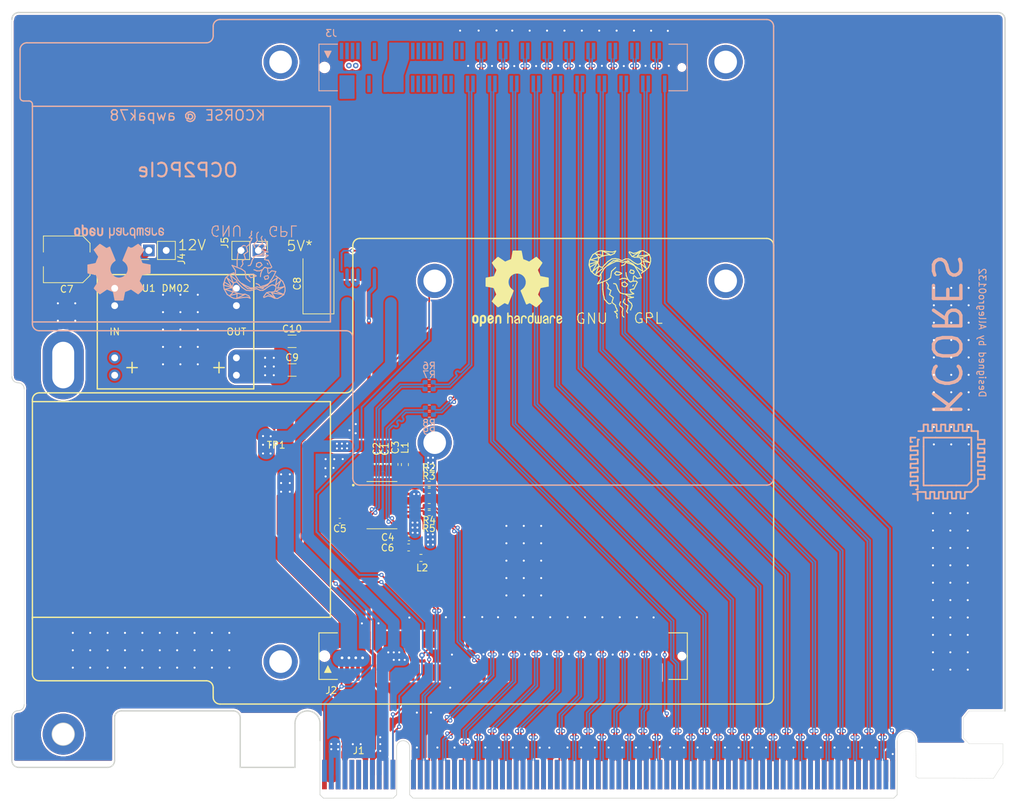
<source format=kicad_pcb>
(kicad_pcb (version 20171130) (host pcbnew "(5.1.9)-1")
  (layers (0 F.Cu mixed) (31 B.Cu signal) (34 B.Paste user) (35 F.Paste user) (36 B.SilkS user) (37 F.SilkS user) (38 B.Mask user) (39 F.Mask user) (44 Edge.Cuts user))
  (net 0 "")
  (net 1 "Net-(J2-Pad23)")
  (net 2 "Net-(J2-Pad22)")
  (net 3 "Net-(J2-Pad16)")
  (net 4 "Net-(J2-Pad15)")
  (net 5 "Net-(J2-Pad14)")
  (net 6 "Net-(J2-Pad80)")
  (net 7 "Net-(J2-Pad78)")
  (net 8 "Net-(J2-Pad76)")
  (net 9 "Net-(J2-Pad75)")
  (net 10 "Net-(J2-Pad74)")
  (net 11 "Net-(J1-PadA32)")
  (net 12 "Net-(J1-PadA19)")
  (net 13 "Net-(J1-PadB30)")
  (net 14 +12V)
  (net 15 GND)
  (net 16 +3V3)
  (net 17 "Net-(J1-PadB9)")
  (net 18 3V3AUX)
  (net 19 WAKE)
  (net 20 "Net-(J1-PadB17)")
  (net 21 "Net-(J1-PadB12)")
  (net 22 "Net-(J1-PadA5)")
  (net 23 "Net-(J1-PadA6)")
  (net 24 "Net-(J1-PadA7)")
  (net 25 "Net-(J1-PadA8)")
  (net 26 PERST)
  (net 27 REFCLK-)
  (net 28 REFCLK+)
  (net 29 "Net-(J2-Pad81)")
  (net 30 HSO3_N)
  (net 31 HSO3_P)
  (net 32 HSO2_N)
  (net 33 HSO2_P)
  (net 34 HSO1_N)
  (net 35 HSO1_P)
  (net 36 HSO0_P)
  (net 37 HSO0_N)
  (net 38 HSI3_N)
  (net 39 HSI3_P)
  (net 40 HSI2_N)
  (net 41 HSI2_P)
  (net 42 HSI1_N)
  (net 43 HSI1_P)
  (net 44 HSI0_P)
  (net 45 HSI0_N)
  (net 46 PRSNT1)
  (net 47 P5V_AUX)
  (net 48 3V3_A)
  (net 49 3V3_D)
  (net 50 HSI7_N)
  (net 51 HSI7_P)
  (net 52 HSI6_N)
  (net 53 HSI6_P)
  (net 54 "Net-(J1-PadB31)")
  (net 55 HSO4_P)
  (net 56 HSO4_N)
  (net 57 HSO5_P)
  (net 58 HSO5_N)
  (net 59 HSO6_P)
  (net 60 HSO6_N)
  (net 61 HSO7_P)
  (net 62 HSO7_N)
  (net 63 "Net-(J1-PadA33)")
  (net 64 HSI4_P)
  (net 65 HSI4_N)
  (net 66 HSI5_P)
  (net 67 HSI5_N)
  (net 68 REFCLK0-)
  (net 69 REFCLK0+)
  (net 70 REFCLK1-)
  (net 71 REFCLK1+)
  (net 72 DIF0_N)
  (net 73 DIF0_P)
  (net 74 DIF1_N)
  (net 75 DIF1_P)
  (net 76 "Net-(J1-PadB6)")
  (net 77 "Net-(J1-PadB5)")
  (net 78 "Net-(J2-Pad19)")
  (net 79 "Net-(J2-Pad18)")
  (net 80 HSI15_N)
  (net 81 HSI15_P)
  (net 82 HSI14_N)
  (net 83 HSI14_P)
  (net 84 HSI13_N)
  (net 85 HSI13_P)
  (net 86 HSI12_N)
  (net 87 HSI12_P)
  (net 88 HSI11_N)
  (net 89 HSI11_P)
  (net 90 HSI10_N)
  (net 91 HSI10_P)
  (net 92 HSI9_N)
  (net 93 HSI9_P)
  (net 94 HSI8_N)
  (net 95 HSI8_P)
  (net 96 PRSNT2B)
  (net 97 HSO15_N)
  (net 98 HSO15_P)
  (net 99 HSO14_N)
  (net 100 HSO14_P)
  (net 101 HSO13_N)
  (net 102 HSO13_P)
  (net 103 HSO12_N)
  (net 104 HSO12_P)
  (net 105 HSO11_N)
  (net 106 HSO11_P)
  (net 107 HSO10_N)
  (net 108 HSO10_P)
  (net 109 HSO9_N)
  (net 110 HSO9_P)
  (net 111 HSO8_N)
  (net 112 HSO8_P)
  (net 113 PRSNT2A)
  (net 114 REFCLK2-)
  (net 115 REFCLK2+)
  (net 116 "Net-(J3-Pad81)")
  (net 117 "Net-(J3-Pad80)")
  (net 118 "Net-(J3-Pad78)")
  (net 119 "Net-(J3-Pad76)")
  (net 120 "Net-(J3-Pad75)")
  (net 121 "Net-(J3-Pad74)")
  (net 122 REFCLK3-)
  (net 123 REFCLK3+)
  (net 124 "Net-(J3-Pad23)")
  (net 125 "Net-(J3-Pad22)")
  (net 126 "Net-(J3-Pad19)")
  (net 127 "Net-(J3-Pad18)")
  (net 128 "Net-(J3-Pad16)")
  (net 129 "Net-(J3-Pad15)")
  (net 130 "Net-(J3-Pad14)")
  (net 131 DIF2_N)
  (net 132 DIF2_P)
  (net 133 DIF3_N)
  (net 134 DIF3_P)
  (module FCI_61082:OCP_Mezz_V2.0 (layer F.Cu) (at 133.65 113.25)
    (fp_text reference J2 (at 1 5) (layer F.SilkS))
    (fp_text value Conn_02x40_Top_Bottom)
    (pad 120 smd rect (at 49.7 -2.4) (size 0.5 2.4) (layers F.Cu F.Paste F.Mask) (net 113 PRSNT2A))
    (pad 119 smd rect (at 48.9 -2.4) (size 0.5 2.4) (layers F.Cu F.Paste F.Mask) (net 15 GND))
    (pad 118 smd rect (at 48.1 -2.4) (size 0.5 2.4) (layers F.Cu F.Paste F.Mask) (net 15 GND))
    (pad 117 smd rect (at 47.3 -2.4) (size 0.5 2.4) (layers F.Cu F.Paste F.Mask) (net 62 HSO7_N))
    (pad 116 smd rect (at 46.5 -2.4) (size 0.5 2.4) (layers F.Cu F.Paste F.Mask) (net 61 HSO7_P))
    (pad 115 smd rect (at 45.7 -2.4) (size 0.5 2.4) (layers F.Cu F.Paste F.Mask) (net 15 GND))
    (pad 114 smd rect (at 44.9 -2.4) (size 0.5 2.4) (layers F.Cu F.Paste F.Mask) (net 15 GND))
    (pad 113 smd rect (at 44.1 -2.4) (size 0.5 2.4) (layers F.Cu F.Paste F.Mask) (net 60 HSO6_N))
    (pad 112 smd rect (at 43.3 -2.4) (size 0.5 2.4) (layers F.Cu F.Paste F.Mask) (net 59 HSO6_P))
    (pad 111 smd rect (at 42.5 -2.4) (size 0.5 2.4) (layers F.Cu F.Paste F.Mask) (net 15 GND))
    (pad 110 smd rect (at 41.7 -2.4) (size 0.5 2.4) (layers F.Cu F.Paste F.Mask) (net 15 GND))
    (pad 109 smd rect (at 40.9 -2.4) (size 0.5 2.4) (layers F.Cu F.Paste F.Mask) (net 58 HSO5_N))
    (pad 108 smd rect (at 40.1 -2.4) (size 0.5 2.4) (layers F.Cu F.Paste F.Mask) (net 57 HSO5_P))
    (pad 107 smd rect (at 39.3 -2.4) (size 0.5 2.4) (layers F.Cu F.Paste F.Mask) (net 15 GND))
    (pad 106 smd rect (at 38.5 -2.4) (size 0.5 2.4) (layers F.Cu F.Paste F.Mask) (net 15 GND))
    (pad 105 smd rect (at 37.7 -2.4) (size 0.5 2.4) (layers F.Cu F.Paste F.Mask) (net 56 HSO4_N))
    (pad 104 smd rect (at 36.9 -2.4) (size 0.5 2.4) (layers F.Cu F.Paste F.Mask) (net 55 HSO4_P))
    (pad 103 smd rect (at 36.1 -2.4) (size 0.5 2.4) (layers F.Cu F.Paste F.Mask) (net 15 GND))
    (pad 102 smd rect (at 35.3 -2.4) (size 0.5 2.4) (layers F.Cu F.Paste F.Mask) (net 15 GND))
    (pad 101 smd rect (at 34.5 -2.4) (size 0.5 2.4) (layers F.Cu F.Paste F.Mask) (net 30 HSO3_N))
    (pad 100 smd rect (at 33.7 -2.4) (size 0.5 2.4) (layers F.Cu F.Paste F.Mask) (net 31 HSO3_P))
    (pad 99 smd rect (at 32.9 -2.4) (size 0.5 2.4) (layers F.Cu F.Paste F.Mask) (net 15 GND))
    (pad 98 smd rect (at 32.1 -2.4) (size 0.5 2.4) (layers F.Cu F.Paste F.Mask) (net 15 GND))
    (pad 97 smd rect (at 31.3 -2.4) (size 0.5 2.4) (layers F.Cu F.Paste F.Mask) (net 32 HSO2_N))
    (pad 96 smd rect (at 30.5 -2.4) (size 0.5 2.4) (layers F.Cu F.Paste F.Mask) (net 33 HSO2_P))
    (pad 95 smd rect (at 29.7 -2.4) (size 0.5 2.4) (layers F.Cu F.Paste F.Mask) (net 15 GND))
    (pad 94 smd rect (at 28.9 -2.4) (size 0.5 2.4) (layers F.Cu F.Paste F.Mask) (net 15 GND))
    (pad 93 smd rect (at 28.1 -2.4) (size 0.5 2.4) (layers F.Cu F.Paste F.Mask) (net 34 HSO1_N))
    (pad 92 smd rect (at 27.3 -2.4) (size 0.5 2.4) (layers F.Cu F.Paste F.Mask) (net 35 HSO1_P))
    (pad 91 smd rect (at 26.5 -2.4) (size 0.5 2.4) (layers F.Cu F.Paste F.Mask) (net 15 GND))
    (pad 90 smd rect (at 25.7 -2.4) (size 0.5 2.4) (layers F.Cu F.Paste F.Mask) (net 15 GND))
    (pad 89 smd rect (at 24.9 -2.4) (size 0.5 2.4) (layers F.Cu F.Paste F.Mask) (net 37 HSO0_N))
    (pad 88 smd rect (at 24.1 -2.4) (size 0.5 2.4) (layers F.Cu F.Paste F.Mask) (net 36 HSO0_P))
    (pad 87 smd rect (at 23.3 -2.4) (size 0.5 2.4) (layers F.Cu F.Paste F.Mask) (net 15 GND))
    (pad 86 smd rect (at 22.5 -2.4) (size 0.5 2.4) (layers F.Cu F.Paste F.Mask) (net 15 GND))
    (pad 85 smd rect (at 21.7 -2.4) (size 0.5 2.4) (layers F.Cu F.Paste F.Mask) (net 68 REFCLK0-))
    (pad 84 smd rect (at 20.9 -2.4) (size 0.5 2.4) (layers F.Cu F.Paste F.Mask) (net 69 REFCLK0+))
    (pad 83 smd rect (at 20.1 -2.4) (size 0.5 2.4) (layers F.Cu F.Paste F.Mask) (net 15 GND))
    (pad 82 smd rect (at 19.3 -2.4) (size 0.5 2.4) (layers F.Cu F.Paste F.Mask) (net 15 GND))
    (pad 81 smd rect (at 18.5 -2.4) (size 0.5 2.4) (layers F.Cu F.Paste F.Mask) (net 29 "Net-(J2-Pad81)"))
    (pad 80 smd rect (at 17.7 -2.4) (size 0.5 2.4) (layers F.Cu F.Paste F.Mask) (net 6 "Net-(J2-Pad80)"))
    (pad 79 smd rect (at 16.9 -2.4) (size 0.5 2.4) (layers F.Cu F.Paste F.Mask) (net 15 GND))
    (pad 78 smd rect (at 16.1 -2.4) (size 0.5 2.4) (layers F.Cu F.Paste F.Mask) (net 7 "Net-(J2-Pad78)"))
    (pad 77 smd rect (at 15.3 -2.4) (size 0.5 2.4) (layers F.Cu F.Paste F.Mask) (net 19 WAKE))
    (pad 76 smd rect (at 14.5 -2.4) (size 0.5 2.4) (layers F.Cu F.Paste F.Mask) (net 8 "Net-(J2-Pad76)"))
    (pad 75 smd rect (at 13.7 -2.4) (size 0.5 2.4) (layers F.Cu F.Paste F.Mask) (net 9 "Net-(J2-Pad75)"))
    (pad 74 smd rect (at 12.9 -2.4) (size 0.5 2.4) (layers F.Cu F.Paste F.Mask) (net 10 "Net-(J2-Pad74)"))
    (pad 73 smd rect (at 12.1 -2.4) (size 0.5 2.4) (layers F.Cu F.Paste F.Mask) (net 15 GND))
    (pad 72 smd rect (at 11.3 -2.4) (size 0.5 2.4) (layers F.Cu F.Paste F.Mask) (net 16 +3V3))
    (pad 71 smd rect (at 10.5 -2.4) (size 0.5 2.4) (layers F.Cu F.Paste F.Mask) (net 16 +3V3))
    (pad 70 smd rect (at 9.7 -2.4) (size 0.5 2.4) (layers F.Cu F.Paste F.Mask) (net 16 +3V3))
    (pad 69 smd rect (at 8.9 -2.4) (size 0.5 2.4) (layers F.Cu F.Paste F.Mask) (net 16 +3V3))
    (pad 68 smd rect (at 8.1 -2.4) (size 0.5 2.4) (layers F.Cu F.Paste F.Mask) (net 15 GND))
    (pad 67 smd rect (at 7.3 -2.4) (size 0.5 2.4) (layers F.Cu F.Paste F.Mask) (net 15 GND))
    (pad 66 smd rect (at 6.5 -2.4) (size 0.5 2.4) (layers F.Cu F.Paste F.Mask) (net 18 3V3AUX))
    (pad 65 smd rect (at 5.7 -2.4) (size 0.5 2.4) (layers F.Cu F.Paste F.Mask) (net 15 GND))
    (pad 64 smd rect (at 4.9 -2.4) (size 0.5 2.4) (layers F.Cu F.Paste F.Mask) (net 15 GND))
    (pad 63 smd rect (at 4.1 -2.4) (size 0.5 2.4) (layers F.Cu F.Paste F.Mask) (net 14 +12V))
    (pad 62 smd rect (at 3.3 -2.4) (size 0.5 2.4) (layers F.Cu F.Paste F.Mask) (net 14 +12V))
    (pad 61 smd rect (at 2.5 -2.4) (size 0.5 2.4) (layers F.Cu F.Paste F.Mask) (net 14 +12V))
    (pad 60 smd rect (at 49.7 2.4) (size 0.5 2.4) (layers F.Cu F.Paste F.Mask) (net 15 GND))
    (pad 59 smd rect (at 48.9 2.4) (size 0.5 2.4) (layers F.Cu F.Paste F.Mask) (net 50 HSI7_N))
    (pad 58 smd rect (at 48.1 2.4) (size 0.5 2.4) (layers F.Cu F.Paste F.Mask) (net 51 HSI7_P))
    (pad 57 smd rect (at 47.3 2.4) (size 0.5 2.4) (layers F.Cu F.Paste F.Mask) (net 15 GND))
    (pad 56 smd rect (at 46.5 2.4) (size 0.5 2.4) (layers F.Cu F.Paste F.Mask) (net 15 GND))
    (pad 55 smd rect (at 45.7 2.4) (size 0.5 2.4) (layers F.Cu F.Paste F.Mask) (net 52 HSI6_N))
    (pad 54 smd rect (at 44.9 2.4) (size 0.5 2.4) (layers F.Cu F.Paste F.Mask) (net 53 HSI6_P))
    (pad 53 smd rect (at 44.1 2.4) (size 0.5 2.4) (layers F.Cu F.Paste F.Mask) (net 15 GND))
    (pad 52 smd rect (at 43.3 2.4) (size 0.5 2.4) (layers F.Cu F.Paste F.Mask) (net 15 GND))
    (pad 51 smd rect (at 42.5 2.4) (size 0.5 2.4) (layers F.Cu F.Paste F.Mask) (net 67 HSI5_N))
    (pad 50 smd rect (at 41.7 2.4) (size 0.5 2.4) (layers F.Cu F.Paste F.Mask) (net 66 HSI5_P))
    (pad 49 smd rect (at 40.9 2.4) (size 0.5 2.4) (layers F.Cu F.Paste F.Mask) (net 15 GND))
    (pad 48 smd rect (at 40.1 2.4) (size 0.5 2.4) (layers F.Cu F.Paste F.Mask) (net 15 GND))
    (pad 47 smd rect (at 39.3 2.4) (size 0.5 2.4) (layers F.Cu F.Paste F.Mask) (net 65 HSI4_N))
    (pad 46 smd rect (at 38.5 2.4) (size 0.5 2.4) (layers F.Cu F.Paste F.Mask) (net 64 HSI4_P))
    (pad 45 smd rect (at 37.7 2.4) (size 0.5 2.4) (layers F.Cu F.Paste F.Mask) (net 15 GND))
    (pad 44 smd rect (at 36.9 2.4) (size 0.5 2.4) (layers F.Cu F.Paste F.Mask) (net 15 GND))
    (pad 43 smd rect (at 36.1 2.4) (size 0.5 2.4) (layers F.Cu F.Paste F.Mask) (net 38 HSI3_N))
    (pad 42 smd rect (at 35.3 2.4) (size 0.5 2.4) (layers F.Cu F.Paste F.Mask) (net 39 HSI3_P))
    (pad 41 smd rect (at 34.5 2.4) (size 0.5 2.4) (layers F.Cu F.Paste F.Mask) (net 15 GND))
    (pad 40 smd rect (at 33.7 2.4) (size 0.5 2.4) (layers F.Cu F.Paste F.Mask) (net 15 GND))
    (pad 39 smd rect (at 32.9 2.4) (size 0.5 2.4) (layers F.Cu F.Paste F.Mask) (net 40 HSI2_N))
    (pad 38 smd rect (at 32.1 2.4) (size 0.5 2.4) (layers F.Cu F.Paste F.Mask) (net 41 HSI2_P))
    (pad 37 smd rect (at 31.3 2.4) (size 0.5 2.4) (layers F.Cu F.Paste F.Mask) (net 15 GND))
    (pad 36 smd rect (at 30.5 2.4) (size 0.5 2.4) (layers F.Cu F.Paste F.Mask) (net 15 GND))
    (pad 35 smd rect (at 29.7 2.4) (size 0.5 2.4) (layers F.Cu F.Paste F.Mask) (net 42 HSI1_N))
    (pad 34 smd rect (at 28.9 2.4) (size 0.5 2.4) (layers F.Cu F.Paste F.Mask) (net 43 HSI1_P))
    (pad 33 smd rect (at 28.1 2.4) (size 0.5 2.4) (layers F.Cu F.Paste F.Mask) (net 15 GND))
    (pad 32 smd rect (at 27.3 2.4) (size 0.5 2.4) (layers F.Cu F.Paste F.Mask) (net 15 GND))
    (pad 31 smd rect (at 26.5 2.4) (size 0.5 2.4) (layers F.Cu F.Paste F.Mask) (net 45 HSI0_N))
    (pad 30 smd rect (at 25.7 2.4) (size 0.5 2.4) (layers F.Cu F.Paste F.Mask) (net 44 HSI0_P))
    (pad 29 smd rect (at 24.9 2.4) (size 0.5 2.4) (layers F.Cu F.Paste F.Mask) (net 15 GND))
    (pad 28 smd rect (at 24.1 2.4) (size 0.5 2.4) (layers F.Cu F.Paste F.Mask) (net 15 GND))
    (pad 27 smd rect (at 23.3 2.4) (size 0.5 2.4) (layers F.Cu F.Paste F.Mask) (net 70 REFCLK1-))
    (pad 26 smd rect (at 22.5 2.4) (size 0.5 2.4) (layers F.Cu F.Paste F.Mask) (net 71 REFCLK1+))
    (pad 25 smd rect (at 21.7 2.4) (size 0.5 2.4) (layers F.Cu F.Paste F.Mask) (net 15 GND))
    (pad 24 smd rect (at 20.9 2.4) (size 0.5 2.4) (layers F.Cu F.Paste F.Mask) (net 15 GND))
    (pad 23 smd rect (at 20.1 2.4) (size 0.5 2.4) (layers F.Cu F.Paste F.Mask) (net 1 "Net-(J2-Pad23)"))
    (pad 22 smd rect (at 19.3 2.4) (size 0.5 2.4) (layers F.Cu F.Paste F.Mask) (net 2 "Net-(J2-Pad22)"))
    (pad 21 smd rect (at 18.5 2.4) (size 0.5 2.4) (layers F.Cu F.Paste F.Mask) (net 15 GND))
    (pad 20 smd rect (at 17.7 2.4) (size 0.5 2.4) (layers F.Cu F.Paste F.Mask) (net 15 GND))
    (pad 19 smd rect (at 16.9 2.4) (size 0.5 2.4) (layers F.Cu F.Paste F.Mask) (net 78 "Net-(J2-Pad19)"))
    (pad 18 smd rect (at 16.1 2.4) (size 0.5 2.4) (layers F.Cu F.Paste F.Mask) (net 79 "Net-(J2-Pad18)"))
    (pad 17 smd rect (at 15.3 2.4) (size 0.5 2.4) (layers F.Cu F.Paste F.Mask) (net 26 PERST))
    (pad 16 smd rect (at 14.5 2.4) (size 0.5 2.4) (layers F.Cu F.Paste F.Mask) (net 3 "Net-(J2-Pad16)"))
    (pad 15 smd rect (at 13.7 2.4) (size 0.5 2.4) (layers F.Cu F.Paste F.Mask) (net 4 "Net-(J2-Pad15)"))
    (pad 14 smd rect (at 12.9 2.4) (size 0.5 2.4) (layers F.Cu F.Paste F.Mask) (net 5 "Net-(J2-Pad14)"))
    (pad 13 smd rect (at 12.1 2.4) (size 0.5 2.4) (layers F.Cu F.Paste F.Mask) (net 16 +3V3))
    (pad 12 smd rect (at 11.3 2.4) (size 0.5 2.4) (layers F.Cu F.Paste F.Mask) (net 16 +3V3))
    (pad 11 smd rect (at 10.5 2.4) (size 0.5 2.4) (layers F.Cu F.Paste F.Mask) (net 16 +3V3))
    (pad 10 smd rect (at 9.7 2.4) (size 0.5 2.4) (layers F.Cu F.Paste F.Mask) (net 16 +3V3))
    (pad 9 smd rect (at 8.9 2.4) (size 0.5 2.4) (layers F.Cu F.Paste F.Mask) (net 15 GND))
    (pad 8 smd rect (at 8.1 2.4) (size 0.5 2.4) (layers F.Cu F.Paste F.Mask) (net 15 GND))
    (pad 7 smd rect (at 7.3 2.4) (size 0.5 2.4) (layers F.Cu F.Paste F.Mask) (net 18 3V3AUX))
    (pad 6 smd rect (at 6.5 2.4) (size 0.5 2.4) (layers F.Cu F.Paste F.Mask) (net 15 GND))
    (pad 5 smd rect (at 5.7 2.4) (size 0.5 2.4) (layers F.Cu F.Paste F.Mask) (net 15 GND))
    (pad 4 smd rect (at 4.9 2.4) (size 0.5 2.4) (layers F.Cu F.Paste F.Mask) (net 47 P5V_AUX))
    (pad 3 smd rect (at 4.1 2.4) (size 0.5 2.4) (layers F.Cu F.Paste F.Mask) (net 47 P5V_AUX))
    (pad 2 smd rect (at 3.3 2.4) (size 0.5 2.4) (layers F.Cu F.Paste F.Mask) (net 47 P5V_AUX))
    (pad 1 smd rect (at 2.5 2.4) (size 0.5 2.4) (layers F.Cu F.Paste F.Mask) (net 46 PRSNT1))
    (pad "" np_thru_hole circle (at 0 0) (size 1.2 1.2) (drill 1.2) (layers *.Cu *.Mask))
    (pad "" np_thru_hole circle (at 52.2 0) (size 0.8 0.8) (drill 0.8) (layers *.Cu *.Mask))
    (pad "" thru_hole circle (at -6.4 0.8) (size 5 5) (drill 3.3) (layers *.Cu *.Mask))
    (pad "" thru_hole circle (at 16.1 -54.8) (size 5 5) (drill 3.3) (layers *.Cu *.Mask))
    (pad "" thru_hole circle (at 58.6 -54.8) (size 5 5) (drill 3.3) (layers *.Cu *.Mask))
  )
  (module FCI_61082:OCP_Mezz_V2.0 (layer B.Cu) (at 133.65 27.275)
    (fp_text reference J3 (at 1 -5) (layer B.SilkS) (effects (justify mirror)))
    (fp_text value Conn_02x40_Top_Bottom)
    (fp_text user OCP2PCIe (at -20 15) (layer B.SilkS) (effects (font (size 2 2) (thickness 0.3)) (justify mirror)))
    (fp_text user "KCORSE @ awpak78" (at -20 7) (layer B.SilkS) (effects (font (size 1.5 1.5) (thickness 0.2)) (justify mirror)))
    (pad 120 smd rect (at 49.7 2.4) (size 0.5 2.4) (layers B.Cu B.Paste B.Mask) (net 96 PRSNT2B))
    (pad 119 smd rect (at 48.9 2.4) (size 0.5 2.4) (layers B.Cu B.Paste B.Mask) (net 15 GND))
    (pad 118 smd rect (at 48.1 2.4) (size 0.5 2.4) (layers B.Cu B.Paste B.Mask) (net 15 GND))
    (pad 117 smd rect (at 47.3 2.4) (size 0.5 2.4) (layers B.Cu B.Paste B.Mask) (net 97 HSO15_N))
    (pad 116 smd rect (at 46.5 2.4) (size 0.5 2.4) (layers B.Cu B.Paste B.Mask) (net 98 HSO15_P))
    (pad 115 smd rect (at 45.7 2.4) (size 0.5 2.4) (layers B.Cu B.Paste B.Mask) (net 15 GND))
    (pad 114 smd rect (at 44.9 2.4) (size 0.5 2.4) (layers B.Cu B.Paste B.Mask) (net 15 GND))
    (pad 113 smd rect (at 44.1 2.4) (size 0.5 2.4) (layers B.Cu B.Paste B.Mask) (net 99 HSO14_N))
    (pad 112 smd rect (at 43.3 2.4) (size 0.5 2.4) (layers B.Cu B.Paste B.Mask) (net 100 HSO14_P))
    (pad 111 smd rect (at 42.5 2.4) (size 0.5 2.4) (layers B.Cu B.Paste B.Mask) (net 15 GND))
    (pad 110 smd rect (at 41.7 2.4) (size 0.5 2.4) (layers B.Cu B.Paste B.Mask) (net 15 GND))
    (pad 109 smd rect (at 40.9 2.4) (size 0.5 2.4) (layers B.Cu B.Paste B.Mask) (net 101 HSO13_N))
    (pad 108 smd rect (at 40.1 2.4) (size 0.5 2.4) (layers B.Cu B.Paste B.Mask) (net 102 HSO13_P))
    (pad 107 smd rect (at 39.3 2.4) (size 0.5 2.4) (layers B.Cu B.Paste B.Mask) (net 15 GND))
    (pad 106 smd rect (at 38.5 2.4) (size 0.5 2.4) (layers B.Cu B.Paste B.Mask) (net 15 GND))
    (pad 105 smd rect (at 37.7 2.4) (size 0.5 2.4) (layers B.Cu B.Paste B.Mask) (net 103 HSO12_N))
    (pad 104 smd rect (at 36.9 2.4) (size 0.5 2.4) (layers B.Cu B.Paste B.Mask) (net 104 HSO12_P))
    (pad 103 smd rect (at 36.1 2.4) (size 0.5 2.4) (layers B.Cu B.Paste B.Mask) (net 15 GND))
    (pad 102 smd rect (at 35.3 2.4) (size 0.5 2.4) (layers B.Cu B.Paste B.Mask) (net 15 GND))
    (pad 101 smd rect (at 34.5 2.4) (size 0.5 2.4) (layers B.Cu B.Paste B.Mask) (net 105 HSO11_N))
    (pad 100 smd rect (at 33.7 2.4) (size 0.5 2.4) (layers B.Cu B.Paste B.Mask) (net 106 HSO11_P))
    (pad 99 smd rect (at 32.9 2.4) (size 0.5 2.4) (layers B.Cu B.Paste B.Mask) (net 15 GND))
    (pad 98 smd rect (at 32.1 2.4) (size 0.5 2.4) (layers B.Cu B.Paste B.Mask) (net 15 GND))
    (pad 97 smd rect (at 31.3 2.4) (size 0.5 2.4) (layers B.Cu B.Paste B.Mask) (net 107 HSO10_N))
    (pad 96 smd rect (at 30.5 2.4) (size 0.5 2.4) (layers B.Cu B.Paste B.Mask) (net 108 HSO10_P))
    (pad 95 smd rect (at 29.7 2.4) (size 0.5 2.4) (layers B.Cu B.Paste B.Mask) (net 15 GND))
    (pad 94 smd rect (at 28.9 2.4) (size 0.5 2.4) (layers B.Cu B.Paste B.Mask) (net 15 GND))
    (pad 93 smd rect (at 28.1 2.4) (size 0.5 2.4) (layers B.Cu B.Paste B.Mask) (net 109 HSO9_N))
    (pad 92 smd rect (at 27.3 2.4) (size 0.5 2.4) (layers B.Cu B.Paste B.Mask) (net 110 HSO9_P))
    (pad 91 smd rect (at 26.5 2.4) (size 0.5 2.4) (layers B.Cu B.Paste B.Mask) (net 15 GND))
    (pad 90 smd rect (at 25.7 2.4) (size 0.5 2.4) (layers B.Cu B.Paste B.Mask) (net 15 GND))
    (pad 89 smd rect (at 24.9 2.4) (size 0.5 2.4) (layers B.Cu B.Paste B.Mask) (net 111 HSO8_N))
    (pad 88 smd rect (at 24.1 2.4) (size 0.5 2.4) (layers B.Cu B.Paste B.Mask) (net 112 HSO8_P))
    (pad 87 smd rect (at 23.3 2.4) (size 0.5 2.4) (layers B.Cu B.Paste B.Mask) (net 15 GND))
    (pad 86 smd rect (at 22.5 2.4) (size 0.5 2.4) (layers B.Cu B.Paste B.Mask) (net 15 GND))
    (pad 85 smd rect (at 21.7 2.4) (size 0.5 2.4) (layers B.Cu B.Paste B.Mask) (net 114 REFCLK2-))
    (pad 84 smd rect (at 20.9 2.4) (size 0.5 2.4) (layers B.Cu B.Paste B.Mask) (net 115 REFCLK2+))
    (pad 83 smd rect (at 20.1 2.4) (size 0.5 2.4) (layers B.Cu B.Paste B.Mask) (net 15 GND))
    (pad 82 smd rect (at 19.3 2.4) (size 0.5 2.4) (layers B.Cu B.Paste B.Mask) (net 15 GND))
    (pad 81 smd rect (at 18.5 2.4) (size 0.5 2.4) (layers B.Cu B.Paste B.Mask) (net 116 "Net-(J3-Pad81)"))
    (pad 80 smd rect (at 17.7 2.4) (size 0.5 2.4) (layers B.Cu B.Paste B.Mask) (net 117 "Net-(J3-Pad80)"))
    (pad 79 smd rect (at 16.9 2.4) (size 0.5 2.4) (layers B.Cu B.Paste B.Mask) (net 15 GND))
    (pad 78 smd rect (at 16.1 2.4) (size 0.5 2.4) (layers B.Cu B.Paste B.Mask) (net 118 "Net-(J3-Pad78)"))
    (pad 77 smd rect (at 15.3 2.4) (size 0.5 2.4) (layers B.Cu B.Paste B.Mask) (net 19 WAKE))
    (pad 76 smd rect (at 14.5 2.4) (size 0.5 2.4) (layers B.Cu B.Paste B.Mask) (net 119 "Net-(J3-Pad76)"))
    (pad 75 smd rect (at 13.7 2.4) (size 0.5 2.4) (layers B.Cu B.Paste B.Mask) (net 120 "Net-(J3-Pad75)"))
    (pad 74 smd rect (at 12.9 2.4) (size 0.5 2.4) (layers B.Cu B.Paste B.Mask) (net 121 "Net-(J3-Pad74)"))
    (pad 73 smd rect (at 12.1 2.4) (size 0.5 2.4) (layers B.Cu B.Paste B.Mask) (net 15 GND))
    (pad 72 smd rect (at 11.3 2.4) (size 0.5 2.4) (layers B.Cu B.Paste B.Mask) (net 16 +3V3))
    (pad 71 smd rect (at 10.5 2.4) (size 0.5 2.4) (layers B.Cu B.Paste B.Mask) (net 16 +3V3))
    (pad 70 smd rect (at 9.7 2.4) (size 0.5 2.4) (layers B.Cu B.Paste B.Mask) (net 16 +3V3))
    (pad 69 smd rect (at 8.9 2.4) (size 0.5 2.4) (layers B.Cu B.Paste B.Mask) (net 16 +3V3))
    (pad 68 smd rect (at 8.1 2.4) (size 0.5 2.4) (layers B.Cu B.Paste B.Mask) (net 15 GND))
    (pad 67 smd rect (at 7.3 2.4) (size 0.5 2.4) (layers B.Cu B.Paste B.Mask) (net 15 GND))
    (pad 66 smd rect (at 6.5 2.4) (size 0.5 2.4) (layers B.Cu B.Paste B.Mask) (net 18 3V3AUX))
    (pad 65 smd rect (at 5.7 2.4) (size 0.5 2.4) (layers B.Cu B.Paste B.Mask) (net 15 GND))
    (pad 64 smd rect (at 4.9 2.4) (size 0.5 2.4) (layers B.Cu B.Paste B.Mask) (net 15 GND))
    (pad 63 smd rect (at 4.1 2.4) (size 0.5 2.4) (layers B.Cu B.Paste B.Mask) (net 14 +12V))
    (pad 62 smd rect (at 3.3 2.4) (size 0.5 2.4) (layers B.Cu B.Paste B.Mask) (net 14 +12V))
    (pad 61 smd rect (at 2.5 2.4) (size 0.5 2.4) (layers B.Cu B.Paste B.Mask) (net 14 +12V))
    (pad 60 smd rect (at 49.7 -2.4) (size 0.5 2.4) (layers B.Cu B.Paste B.Mask) (net 15 GND))
    (pad 59 smd rect (at 48.9 -2.4) (size 0.5 2.4) (layers B.Cu B.Paste B.Mask) (net 80 HSI15_N))
    (pad 58 smd rect (at 48.1 -2.4) (size 0.5 2.4) (layers B.Cu B.Paste B.Mask) (net 81 HSI15_P))
    (pad 57 smd rect (at 47.3 -2.4) (size 0.5 2.4) (layers B.Cu B.Paste B.Mask) (net 15 GND))
    (pad 56 smd rect (at 46.5 -2.4) (size 0.5 2.4) (layers B.Cu B.Paste B.Mask) (net 15 GND))
    (pad 55 smd rect (at 45.7 -2.4) (size 0.5 2.4) (layers B.Cu B.Paste B.Mask) (net 82 HSI14_N))
    (pad 54 smd rect (at 44.9 -2.4) (size 0.5 2.4) (layers B.Cu B.Paste B.Mask) (net 83 HSI14_P))
    (pad 53 smd rect (at 44.1 -2.4) (size 0.5 2.4) (layers B.Cu B.Paste B.Mask) (net 15 GND))
    (pad 52 smd rect (at 43.3 -2.4) (size 0.5 2.4) (layers B.Cu B.Paste B.Mask) (net 15 GND))
    (pad 51 smd rect (at 42.5 -2.4) (size 0.5 2.4) (layers B.Cu B.Paste B.Mask) (net 84 HSI13_N))
    (pad 50 smd rect (at 41.7 -2.4) (size 0.5 2.4) (layers B.Cu B.Paste B.Mask) (net 85 HSI13_P))
    (pad 49 smd rect (at 40.9 -2.4) (size 0.5 2.4) (layers B.Cu B.Paste B.Mask) (net 15 GND))
    (pad 48 smd rect (at 40.1 -2.4) (size 0.5 2.4) (layers B.Cu B.Paste B.Mask) (net 15 GND))
    (pad 47 smd rect (at 39.3 -2.4) (size 0.5 2.4) (layers B.Cu B.Paste B.Mask) (net 86 HSI12_N))
    (pad 46 smd rect (at 38.5 -2.4) (size 0.5 2.4) (layers B.Cu B.Paste B.Mask) (net 87 HSI12_P))
    (pad 45 smd rect (at 37.7 -2.4) (size 0.5 2.4) (layers B.Cu B.Paste B.Mask) (net 15 GND))
    (pad 44 smd rect (at 36.9 -2.4) (size 0.5 2.4) (layers B.Cu B.Paste B.Mask) (net 15 GND))
    (pad 43 smd rect (at 36.1 -2.4) (size 0.5 2.4) (layers B.Cu B.Paste B.Mask) (net 88 HSI11_N))
    (pad 42 smd rect (at 35.3 -2.4) (size 0.5 2.4) (layers B.Cu B.Paste B.Mask) (net 89 HSI11_P))
    (pad 41 smd rect (at 34.5 -2.4) (size 0.5 2.4) (layers B.Cu B.Paste B.Mask) (net 15 GND))
    (pad 40 smd rect (at 33.7 -2.4) (size 0.5 2.4) (layers B.Cu B.Paste B.Mask) (net 15 GND))
    (pad 39 smd rect (at 32.9 -2.4) (size 0.5 2.4) (layers B.Cu B.Paste B.Mask) (net 90 HSI10_N))
    (pad 38 smd rect (at 32.1 -2.4) (size 0.5 2.4) (layers B.Cu B.Paste B.Mask) (net 91 HSI10_P))
    (pad 37 smd rect (at 31.3 -2.4) (size 0.5 2.4) (layers B.Cu B.Paste B.Mask) (net 15 GND))
    (pad 36 smd rect (at 30.5 -2.4) (size 0.5 2.4) (layers B.Cu B.Paste B.Mask) (net 15 GND))
    (pad 35 smd rect (at 29.7 -2.4) (size 0.5 2.4) (layers B.Cu B.Paste B.Mask) (net 92 HSI9_N))
    (pad 34 smd rect (at 28.9 -2.4) (size 0.5 2.4) (layers B.Cu B.Paste B.Mask) (net 93 HSI9_P))
    (pad 33 smd rect (at 28.1 -2.4) (size 0.5 2.4) (layers B.Cu B.Paste B.Mask) (net 15 GND))
    (pad 32 smd rect (at 27.3 -2.4) (size 0.5 2.4) (layers B.Cu B.Paste B.Mask) (net 15 GND))
    (pad 31 smd rect (at 26.5 -2.4) (size 0.5 2.4) (layers B.Cu B.Paste B.Mask) (net 94 HSI8_N))
    (pad 30 smd rect (at 25.7 -2.4) (size 0.5 2.4) (layers B.Cu B.Paste B.Mask) (net 95 HSI8_P))
    (pad 29 smd rect (at 24.9 -2.4) (size 0.5 2.4) (layers B.Cu B.Paste B.Mask) (net 15 GND))
    (pad 28 smd rect (at 24.1 -2.4) (size 0.5 2.4) (layers B.Cu B.Paste B.Mask) (net 15 GND))
    (pad 27 smd rect (at 23.3 -2.4) (size 0.5 2.4) (layers B.Cu B.Paste B.Mask) (net 122 REFCLK3-))
    (pad 26 smd rect (at 22.5 -2.4) (size 0.5 2.4) (layers B.Cu B.Paste B.Mask) (net 123 REFCLK3+))
    (pad 25 smd rect (at 21.7 -2.4) (size 0.5 2.4) (layers B.Cu B.Paste B.Mask) (net 15 GND))
    (pad 24 smd rect (at 20.9 -2.4) (size 0.5 2.4) (layers B.Cu B.Paste B.Mask) (net 15 GND))
    (pad 23 smd rect (at 20.1 -2.4) (size 0.5 2.4) (layers B.Cu B.Paste B.Mask) (net 124 "Net-(J3-Pad23)"))
    (pad 22 smd rect (at 19.3 -2.4) (size 0.5 2.4) (layers B.Cu B.Paste B.Mask) (net 125 "Net-(J3-Pad22)"))
    (pad 21 smd rect (at 18.5 -2.4) (size 0.5 2.4) (layers B.Cu B.Paste B.Mask) (net 15 GND))
    (pad 20 smd rect (at 17.7 -2.4) (size 0.5 2.4) (layers B.Cu B.Paste B.Mask) (net 15 GND))
    (pad 19 smd rect (at 16.9 -2.4) (size 0.5 2.4) (layers B.Cu B.Paste B.Mask) (net 126 "Net-(J3-Pad19)"))
    (pad 18 smd rect (at 16.1 -2.4) (size 0.5 2.4) (layers B.Cu B.Paste B.Mask) (net 127 "Net-(J3-Pad18)"))
    (pad 17 smd rect (at 15.3 -2.4) (size 0.5 2.4) (layers B.Cu B.Paste B.Mask) (net 26 PERST))
    (pad 16 smd rect (at 14.5 -2.4) (size 0.5 2.4) (layers B.Cu B.Paste B.Mask) (net 128 "Net-(J3-Pad16)"))
    (pad 15 smd rect (at 13.7 -2.4) (size 0.5 2.4) (layers B.Cu B.Paste B.Mask) (net 129 "Net-(J3-Pad15)"))
    (pad 14 smd rect (at 12.9 -2.4) (size 0.5 2.4) (layers B.Cu B.Paste B.Mask) (net 130 "Net-(J3-Pad14)"))
    (pad 13 smd rect (at 12.1 -2.4) (size 0.5 2.4) (layers B.Cu B.Paste B.Mask) (net 16 +3V3))
    (pad 12 smd rect (at 11.3 -2.4) (size 0.5 2.4) (layers B.Cu B.Paste B.Mask) (net 16 +3V3))
    (pad 11 smd rect (at 10.5 -2.4) (size 0.5 2.4) (layers B.Cu B.Paste B.Mask) (net 16 +3V3))
    (pad 10 smd rect (at 9.7 -2.4) (size 0.5 2.4) (layers B.Cu B.Paste B.Mask) (net 16 +3V3))
    (pad 9 smd rect (at 8.9 -2.4) (size 0.5 2.4) (layers B.Cu B.Paste B.Mask) (net 15 GND))
    (pad 8 smd rect (at 8.1 -2.4) (size 0.5 2.4) (layers B.Cu B.Paste B.Mask) (net 15 GND))
    (pad 7 smd rect (at 7.3 -2.4) (size 0.5 2.4) (layers B.Cu B.Paste B.Mask) (net 18 3V3AUX))
    (pad 6 smd rect (at 6.5 -2.4) (size 0.5 2.4) (layers B.Cu B.Paste B.Mask) (net 15 GND))
    (pad 5 smd rect (at 5.7 -2.4) (size 0.5 2.4) (layers B.Cu B.Paste B.Mask) (net 15 GND))
    (pad 4 smd rect (at 4.9 -2.4) (size 0.5 2.4) (layers B.Cu B.Paste B.Mask) (net 47 P5V_AUX))
    (pad 3 smd rect (at 4.1 -2.4) (size 0.5 2.4) (layers B.Cu B.Paste B.Mask) (net 47 P5V_AUX))
    (pad 2 smd rect (at 3.3 -2.4) (size 0.5 2.4) (layers B.Cu B.Paste B.Mask) (net 47 P5V_AUX))
    (pad "" thru_hole circle (at 58.6 -0.8) (size 5 5) (drill 3.3) (layers *.Cu *.Mask))
    (pad 1 smd rect (at 2.5 -2.4) (size 0.5 2.4) (layers B.Cu B.Paste B.Mask) (net 46 PRSNT1))
    (pad "" np_thru_hole circle (at 0 0) (size 1.2 1.2) (drill 1.2) (layers *.Cu *.Mask))
    (pad "" np_thru_hole circle (at 52.2 0) (size 0.8 0.8) (drill 0.8) (layers *.Cu *.Mask))
    (pad "" thru_hole circle (at -6.4 -0.8) (size 5 5) (drill 3.3) (layers *.Cu *.Mask))
    (pad "" thru_hole circle (at 16.1 54.8) (size 5 5) (drill 3.3) (layers *.Cu *.Mask))
  )
  (module Connector_Wire:SolderWirePad_1x01_Drill0.8mm (layer F.Cu) (at 95.5 70.739)
    (fp_text reference REF** hide)
    (fp_text value "" hide)
    (pad 1 thru_hole oval (at 0 0) (size 6 10) (drill oval 3.2 6.8) (layers *.Cu *.Mask))
  )
  (module Connector_Wire:SolderWirePad_1x01_Drill0.8mm (layer F.Cu) (at 95.5 124.650001)
    (fp_text reference REF** hide)
    (fp_text value "" hide)
    (pad 1 thru_hole circle (at 0 0) (size 6 6) (drill 3.2) (layers *.Cu *.Mask))
  )
  (module Symbol:OSHW-Logo2_14.6x12mm_SilkScreen (layer F.Cu) (at 161.798 59.563)
    (fp_text reference REF** hide)
    (fp_text value OSHW-Logo2_14.6x12mm_SilkScreen hide)
  )
  (module Symbol:Symbol_GNU-Logo_SilkscreenTop (layer F.Cu) (at 177.038 57.785)
    (fp_text reference REF** hide)
    (fp_text value Symbol_GNU-Logo_SilkscreenTop)
  )
  (module Resistor_SMD:R_0402_1005Metric_Pad0.72x0.64mm_HandSolder (layer B.Cu) (at 148.975 76.975 180)
    (fp_text reference R9 (at 0.035 -3.405) (layer B.SilkS) (effects (justify mirror)))
    (fp_text value R)
    (pad 2 smd roundrect (at 0.5975 0 180) (size 0.715 0.64) (layers B.Cu B.Paste B.Mask) (net 134 DIF3_P))
    (pad 1 smd roundrect (at -0.5975 0 180) (size 0.715 0.64) (layers B.Cu B.Paste B.Mask) (net 123 REFCLK3+))
  )
  (module Resistor_SMD:R_0402_1005Metric_Pad0.72x0.64mm_HandSolder (layer B.Cu) (at 148.9725 77.975 180)
    (fp_text reference R8 (at 0.0425 -1.225) (layer B.SilkS) (effects (justify mirror)))
    (fp_text value R)
    (pad 2 smd roundrect (at 0.5975 0 180) (size 0.715 0.64) (layers B.Cu B.Paste B.Mask) (net 133 DIF3_N))
    (pad 1 smd roundrect (at -0.5975 0 180) (size 0.715 0.64) (layers B.Cu B.Paste B.Mask) (net 122 REFCLK3-))
  )
  (module Resistor_SMD:R_0402_1005Metric_Pad0.72x0.64mm_HandSolder (layer B.Cu) (at 148.95 73.25 180)
    (fp_text reference R7 (at 0 1.12 180) (layer B.SilkS) (effects (justify mirror)))
    (fp_text value R)
    (pad 2 smd roundrect (at 0.5975 0 180) (size 0.715 0.64) (layers B.Cu B.Paste B.Mask) (net 132 DIF2_P))
    (pad 1 smd roundrect (at -0.5975 0 180) (size 0.715 0.64) (layers B.Cu B.Paste B.Mask) (net 115 REFCLK2+))
  )
  (module Resistor_SMD:R_0402_1005Metric_Pad0.72x0.64mm_HandSolder (layer B.Cu) (at 148.95 74.25 180)
    (fp_text reference R6 (at 0.01 3.39 180) (layer B.SilkS) (effects (justify mirror)))
    (fp_text value 34.46)
    (pad 2 smd roundrect (at 0.5975 0 180) (size 0.715 0.64) (layers B.Cu B.Paste B.Mask) (net 131 DIF2_N))
    (pad 1 smd roundrect (at -0.5975 0 180) (size 0.715 0.64) (layers B.Cu B.Paste B.Mask) (net 114 REFCLK2-))
  )
  (module Connector_PCBEdge:BUS_PCIexpress_x16 (layer F.Cu) (at 133.65 130.55)
    (fp_text reference J1 (at 5 -3.5) (layer F.SilkS))
    (fp_text value PCIe_x16)
    (fp_line (start 83.65 2.95) (end 83.15 3.45) (layer Edge.Cuts) (width 0.1))
    (fp_line (start 12.45 2.95) (end 12.95 3.45) (layer Edge.Cuts) (width 0.1))
    (fp_line (start 10.55 2.95) (end 10.05 3.45) (layer Edge.Cuts) (width 0.1))
    (fp_line (start -0.65 2.95) (end -0.15 3.45) (layer Edge.Cuts) (width 0.1))
    (fp_line (start 12.95 3.45) (end 83.15 3.45) (layer Edge.Cuts) (width 0.1))
    (fp_line (start 83.65 -4.95) (end 83.65 2.95) (layer Edge.Cuts) (width 0.1))
    (fp_line (start -0.15 3.45) (end 10.05 3.45) (layer Edge.Cuts) (width 0.1))
    (fp_line (start -0.65 -4.95) (end -0.65 2.95) (layer Edge.Cuts) (width 0.1))
    (fp_line (start 12.45 -4) (end 12.45 2.95) (layer Edge.Cuts) (width 0.1))
    (fp_line (start 10.55 -4) (end 10.55 2.95) (layer Edge.Cuts) (width 0.1))
    (fp_arc (start 11.5 -4) (end 12.45 -4) (angle -180) (layer Edge.Cuts) (width 0.1))
    (pad A82 connect rect (at 83 0) (size 0.7 4.3) (layers B.Cu B.Mask) (net 15 GND))
    (pad A81 connect rect (at 82 0) (size 0.7 4.3) (layers B.Cu B.Mask) (net 80 HSI15_N))
    (pad A80 connect rect (at 81 0) (size 0.7 4.3) (layers B.Cu B.Mask) (net 81 HSI15_P))
    (pad A79 connect rect (at 80 0) (size 0.7 4.3) (layers B.Cu B.Mask) (net 15 GND))
    (pad A78 connect rect (at 79 0) (size 0.7 4.3) (layers B.Cu B.Mask) (net 15 GND))
    (pad A77 connect rect (at 78 0) (size 0.7 4.3) (layers B.Cu B.Mask) (net 82 HSI14_N))
    (pad A76 connect rect (at 77 0) (size 0.7 4.3) (layers B.Cu B.Mask) (net 83 HSI14_P))
    (pad A75 connect rect (at 76 0) (size 0.7 4.3) (layers B.Cu B.Mask) (net 15 GND))
    (pad A74 connect rect (at 75 0) (size 0.7 4.3) (layers B.Cu B.Mask) (net 15 GND))
    (pad A73 connect rect (at 74 0) (size 0.7 4.3) (layers B.Cu B.Mask) (net 84 HSI13_N))
    (pad A72 connect rect (at 73 0) (size 0.7 4.3) (layers B.Cu B.Mask) (net 85 HSI13_P))
    (pad A71 connect rect (at 72 0) (size 0.7 4.3) (layers B.Cu B.Mask) (net 15 GND))
    (pad A70 connect rect (at 71 0) (size 0.7 4.3) (layers B.Cu B.Mask) (net 15 GND))
    (pad A69 connect rect (at 70 0) (size 0.7 4.3) (layers B.Cu B.Mask) (net 86 HSI12_N))
    (pad A68 connect rect (at 69 0) (size 0.7 4.3) (layers B.Cu B.Mask) (net 87 HSI12_P))
    (pad A67 connect rect (at 68 0) (size 0.7 4.3) (layers B.Cu B.Mask) (net 15 GND))
    (pad A66 connect rect (at 67 0) (size 0.7 4.3) (layers B.Cu B.Mask) (net 15 GND))
    (pad A65 connect rect (at 66 0) (size 0.7 4.3) (layers B.Cu B.Mask) (net 88 HSI11_N))
    (pad A64 connect rect (at 65 0) (size 0.7 4.3) (layers B.Cu B.Mask) (net 89 HSI11_P))
    (pad A63 connect rect (at 64 0) (size 0.7 4.3) (layers B.Cu B.Mask) (net 15 GND))
    (pad A62 connect rect (at 63 0) (size 0.7 4.3) (layers B.Cu B.Mask) (net 15 GND))
    (pad A61 connect rect (at 62 0) (size 0.7 4.3) (layers B.Cu B.Mask) (net 90 HSI10_N))
    (pad A60 connect rect (at 61 0) (size 0.7 4.3) (layers B.Cu B.Mask) (net 91 HSI10_P))
    (pad A59 connect rect (at 60 0) (size 0.7 4.3) (layers B.Cu B.Mask) (net 15 GND))
    (pad A58 connect rect (at 59 0) (size 0.7 4.3) (layers B.Cu B.Mask) (net 15 GND))
    (pad A57 connect rect (at 58 0) (size 0.7 4.3) (layers B.Cu B.Mask) (net 92 HSI9_N))
    (pad A56 connect rect (at 57 0) (size 0.7 4.3) (layers B.Cu B.Mask) (net 93 HSI9_P))
    (pad A55 connect rect (at 56 0) (size 0.7 4.3) (layers B.Cu B.Mask) (net 15 GND))
    (pad A54 connect rect (at 55 0) (size 0.7 4.3) (layers B.Cu B.Mask) (net 15 GND))
    (pad A53 connect rect (at 54 0) (size 0.7 4.3) (layers B.Cu B.Mask) (net 94 HSI8_N))
    (pad A52 connect rect (at 53 0) (size 0.7 4.3) (layers B.Cu B.Mask) (net 95 HSI8_P))
    (pad A51 connect rect (at 52 0) (size 0.7 4.3) (layers B.Cu B.Mask) (net 15 GND))
    (pad A50 connect rect (at 51 0) (size 0.7 4.3) (layers B.Cu B.Mask) (net 15 GND))
    (pad B82 connect rect (at 83 0) (size 0.7 4.3) (layers F.Cu F.Mask) (net 15 GND))
    (pad B81 connect rect (at 82 -0.55) (size 0.7 3.2) (layers F.Cu F.Mask) (net 96 PRSNT2B))
    (pad B80 connect rect (at 81 0) (size 0.7 4.3) (layers F.Cu F.Mask) (net 15 GND))
    (pad B79 connect rect (at 80 0) (size 0.7 4.3) (layers F.Cu F.Mask) (net 97 HSO15_N))
    (pad B78 connect rect (at 79 0) (size 0.7 4.3) (layers F.Cu F.Mask) (net 98 HSO15_P))
    (pad B77 connect rect (at 78 0) (size 0.7 4.3) (layers F.Cu F.Mask) (net 15 GND))
    (pad B76 connect rect (at 77 0) (size 0.7 4.3) (layers F.Cu F.Mask) (net 15 GND))
    (pad B75 connect rect (at 76 0) (size 0.7 4.3) (layers F.Cu F.Mask) (net 99 HSO14_N))
    (pad B74 connect rect (at 75 0) (size 0.7 4.3) (layers F.Cu F.Mask) (net 100 HSO14_P))
    (pad B73 connect rect (at 74 0) (size 0.7 4.3) (layers F.Cu F.Mask) (net 15 GND))
    (pad B72 connect rect (at 73 0) (size 0.7 4.3) (layers F.Cu F.Mask) (net 15 GND))
    (pad B71 connect rect (at 72 0) (size 0.7 4.3) (layers F.Cu F.Mask) (net 101 HSO13_N))
    (pad B70 connect rect (at 71 0) (size 0.7 4.3) (layers F.Cu F.Mask) (net 102 HSO13_P))
    (pad B69 connect rect (at 70 0) (size 0.7 4.3) (layers F.Cu F.Mask) (net 15 GND))
    (pad B68 connect rect (at 69 0) (size 0.7 4.3) (layers F.Cu F.Mask) (net 15 GND))
    (pad B67 connect rect (at 68 0) (size 0.7 4.3) (layers F.Cu F.Mask) (net 103 HSO12_N))
    (pad B66 connect rect (at 67 0) (size 0.7 4.3) (layers F.Cu F.Mask) (net 104 HSO12_P))
    (pad B65 connect rect (at 66 0) (size 0.7 4.3) (layers F.Cu F.Mask) (net 15 GND))
    (pad B64 connect rect (at 65 0) (size 0.7 4.3) (layers F.Cu F.Mask) (net 15 GND))
    (pad B63 connect rect (at 64 0) (size 0.7 4.3) (layers F.Cu F.Mask) (net 105 HSO11_N))
    (pad B62 connect rect (at 63 0) (size 0.7 4.3) (layers F.Cu F.Mask) (net 106 HSO11_P))
    (pad B61 connect rect (at 62 0) (size 0.7 4.3) (layers F.Cu F.Mask) (net 15 GND))
    (pad B60 connect rect (at 61 0) (size 0.7 4.3) (layers F.Cu F.Mask) (net 15 GND))
    (pad B59 connect rect (at 60 0) (size 0.7 4.3) (layers F.Cu F.Mask) (net 107 HSO10_N))
    (pad B58 connect rect (at 59 0) (size 0.7 4.3) (layers F.Cu F.Mask) (net 108 HSO10_P))
    (pad B57 connect rect (at 58 0) (size 0.7 4.3) (layers F.Cu F.Mask) (net 15 GND))
    (pad B56 connect rect (at 57 0) (size 0.7 4.3) (layers F.Cu F.Mask) (net 15 GND))
    (pad B55 connect rect (at 56 0) (size 0.7 4.3) (layers F.Cu F.Mask) (net 109 HSO9_N))
    (pad B54 connect rect (at 55 0) (size 0.7 4.3) (layers F.Cu F.Mask) (net 110 HSO9_P))
    (pad B53 connect rect (at 54 0) (size 0.7 4.3) (layers F.Cu F.Mask) (net 15 GND))
    (pad B52 connect rect (at 53 0) (size 0.7 4.3) (layers F.Cu F.Mask) (net 15 GND))
    (pad B51 connect rect (at 52 0) (size 0.7 4.3) (layers F.Cu F.Mask) (net 111 HSO8_N))
    (pad B50 connect rect (at 51 0) (size 0.7 4.3) (layers F.Cu F.Mask) (net 112 HSO8_P))
    (pad A49 connect rect (at 50 0) (size 0.7 4.3) (layers B.Cu B.Mask) (net 15 GND))
    (pad A48 connect rect (at 49 0) (size 0.7 4.3) (layers B.Cu B.Mask) (net 50 HSI7_N))
    (pad A47 connect rect (at 48 0) (size 0.7 4.3) (layers B.Cu B.Mask) (net 51 HSI7_P))
    (pad A46 connect rect (at 47 0) (size 0.7 4.3) (layers B.Cu B.Mask) (net 15 GND))
    (pad A45 connect rect (at 46 0) (size 0.7 4.3) (layers B.Cu B.Mask) (net 15 GND))
    (pad A44 connect rect (at 45 0) (size 0.7 4.3) (layers B.Cu B.Mask) (net 52 HSI6_N))
    (pad A43 connect rect (at 44 0) (size 0.7 4.3) (layers B.Cu B.Mask) (net 53 HSI6_P))
    (pad A42 connect rect (at 43 0) (size 0.7 4.3) (layers B.Cu B.Mask) (net 15 GND))
    (pad A13 connect rect (at 14 0) (size 0.7 4.3) (layers B.Cu B.Mask) (net 28 REFCLK+))
    (pad A12 connect rect (at 13 0) (size 0.7 4.3) (layers B.Cu B.Mask) (net 15 GND))
    (pad A18 connect rect (at 19 0) (size 0.7 4.3) (layers B.Cu B.Mask) (net 15 GND))
    (pad A17 connect rect (at 18 0) (size 0.7 4.3) (layers B.Cu B.Mask) (net 45 HSI0_N))
    (pad A16 connect rect (at 17 0) (size 0.7 4.3) (layers B.Cu B.Mask) (net 44 HSI0_P))
    (pad A15 connect rect (at 16 0) (size 0.7 4.3) (layers B.Cu B.Mask) (net 15 GND))
    (pad A14 connect rect (at 15 0) (size 0.7 4.3) (layers B.Cu B.Mask) (net 27 REFCLK-))
    (pad A11 connect rect (at 10 0) (size 0.7 4.3) (layers B.Cu B.Mask) (net 26 PERST))
    (pad A10 connect rect (at 9 0) (size 0.7 4.3) (layers B.Cu B.Mask) (net 16 +3V3))
    (pad A9 connect rect (at 8 0) (size 0.7 4.3) (layers B.Cu B.Mask) (net 16 +3V3))
    (pad A8 connect rect (at 7 0) (size 0.7 4.3) (layers B.Cu B.Mask) (net 25 "Net-(J1-PadA8)"))
    (pad A7 connect rect (at 6 0) (size 0.7 4.3) (layers B.Cu B.Mask) (net 24 "Net-(J1-PadA7)"))
    (pad A6 connect rect (at 5 0) (size 0.7 4.3) (layers B.Cu B.Mask) (net 23 "Net-(J1-PadA6)"))
    (pad A5 connect rect (at 4 0) (size 0.7 4.3) (layers B.Cu B.Mask) (net 22 "Net-(J1-PadA5)"))
    (pad A4 connect rect (at 3 0) (size 0.7 4.3) (layers B.Cu B.Mask) (net 15 GND))
    (pad A3 connect rect (at 2 0) (size 0.7 4.3) (layers B.Cu B.Mask) (net 14 +12V))
    (pad A2 connect rect (at 1 0) (size 0.7 4.3) (layers B.Cu B.Mask) (net 14 +12V))
    (pad A1 connect rect (at 0 -0.55) (size 0.7 3.2) (layers B.Cu B.Mask) (net 46 PRSNT1))
    (pad B13 connect rect (at 14 0) (size 0.7 4.3) (layers F.Cu F.Mask) (net 15 GND))
    (pad B12 connect rect (at 13 0) (size 0.7 4.3) (layers F.Cu F.Mask) (net 21 "Net-(J1-PadB12)"))
    (pad B18 connect rect (at 19 0) (size 0.7 4.3) (layers F.Cu F.Mask) (net 15 GND))
    (pad B17 connect rect (at 18 0) (size 0.7 4.3) (layers F.Cu F.Mask) (net 20 "Net-(J1-PadB17)"))
    (pad B16 connect rect (at 17 0) (size 0.7 4.3) (layers F.Cu F.Mask) (net 15 GND))
    (pad B15 connect rect (at 16 0) (size 0.7 4.3) (layers F.Cu F.Mask) (net 37 HSO0_N))
    (pad B14 connect rect (at 15 0) (size 0.7 4.3) (layers F.Cu F.Mask) (net 36 HSO0_P))
    (pad B11 connect rect (at 10 0) (size 0.7 4.3) (layers F.Cu F.Mask) (net 19 WAKE))
    (pad B10 connect rect (at 9 0) (size 0.7 4.3) (layers F.Cu F.Mask) (net 18 3V3AUX))
    (pad B9 connect rect (at 8 0) (size 0.7 4.3) (layers F.Cu F.Mask) (net 17 "Net-(J1-PadB9)"))
    (pad B8 connect rect (at 7 0) (size 0.7 4.3) (layers F.Cu F.Mask) (net 16 +3V3))
    (pad B7 connect rect (at 6 0) (size 0.7 4.3) (layers F.Cu F.Mask) (net 15 GND))
    (pad B6 connect rect (at 5 0) (size 0.7 4.3) (layers F.Cu F.Mask) (net 76 "Net-(J1-PadB6)"))
    (pad B5 connect rect (at 4 0) (size 0.7 4.3) (layers F.Cu F.Mask) (net 77 "Net-(J1-PadB5)"))
    (pad B4 connect rect (at 3 0) (size 0.7 4.3) (layers F.Cu F.Mask) (net 15 GND))
    (pad B3 connect rect (at 2 0) (size 0.7 4.3) (layers F.Cu F.Mask) (net 14 +12V))
    (pad B2 connect rect (at 1 0) (size 0.7 4.3) (layers F.Cu F.Mask) (net 14 +12V))
    (pad B1 connect rect (at 0 0) (size 0.7 4.3) (layers F.Cu F.Mask) (net 14 +12V))
    (pad B19 connect rect (at 20 0) (size 0.7 4.3) (layers F.Cu F.Mask) (net 35 HSO1_P))
    (pad B20 connect rect (at 21 0) (size 0.7 4.3) (layers F.Cu F.Mask) (net 34 HSO1_N))
    (pad B21 connect rect (at 22 0) (size 0.7 4.3) (layers F.Cu F.Mask) (net 15 GND))
    (pad B22 connect rect (at 23 0) (size 0.7 4.3) (layers F.Cu F.Mask) (net 15 GND))
    (pad B23 connect rect (at 24 0) (size 0.7 4.3) (layers F.Cu F.Mask) (net 33 HSO2_P))
    (pad B24 connect rect (at 25 0) (size 0.7 4.3) (layers F.Cu F.Mask) (net 32 HSO2_N))
    (pad B25 connect rect (at 26 0) (size 0.7 4.3) (layers F.Cu F.Mask) (net 15 GND))
    (pad B26 connect rect (at 27 0) (size 0.7 4.3) (layers F.Cu F.Mask) (net 15 GND))
    (pad B27 connect rect (at 28 0) (size 0.7 4.3) (layers F.Cu F.Mask) (net 31 HSO3_P))
    (pad B28 connect rect (at 29 0) (size 0.7 4.3) (layers F.Cu F.Mask) (net 30 HSO3_N))
    (pad B29 connect rect (at 30 0) (size 0.7 4.3) (layers F.Cu F.Mask) (net 15 GND))
    (pad B30 connect rect (at 31 0) (size 0.7 4.3) (layers F.Cu F.Mask) (net 13 "Net-(J1-PadB30)"))
    (pad B31 connect rect (at 32 0) (size 0.7 4.3) (layers F.Cu F.Mask) (net 54 "Net-(J1-PadB31)"))
    (pad B32 connect rect (at 33 0) (size 0.7 4.3) (layers F.Cu F.Mask) (net 15 GND))
    (pad A19 connect rect (at 20 0) (size 0.7 4.3) (layers B.Cu B.Mask) (net 12 "Net-(J1-PadA19)"))
    (pad A20 connect rect (at 21 0) (size 0.7 4.3) (layers B.Cu B.Mask) (net 15 GND))
    (pad A21 connect rect (at 22 0) (size 0.7 4.3) (layers B.Cu B.Mask) (net 43 HSI1_P))
    (pad A22 connect rect (at 23 0) (size 0.7 4.3) (layers B.Cu B.Mask) (net 42 HSI1_N))
    (pad A23 connect rect (at 24 0) (size 0.7 4.3) (layers B.Cu B.Mask) (net 15 GND))
    (pad A24 connect rect (at 25 0) (size 0.7 4.3) (layers B.Cu B.Mask) (net 15 GND))
    (pad A25 connect rect (at 26 0) (size 0.7 4.3) (layers B.Cu B.Mask) (net 41 HSI2_P))
    (pad A26 connect rect (at 27 0) (size 0.7 4.3) (layers B.Cu B.Mask) (net 40 HSI2_N))
    (pad A27 connect rect (at 28 0) (size 0.7 4.3) (layers B.Cu B.Mask) (net 15 GND))
    (pad A28 connect rect (at 29 0) (size 0.7 4.3) (layers B.Cu B.Mask) (net 15 GND))
    (pad A29 connect rect (at 30 0) (size 0.7 4.3) (layers B.Cu B.Mask) (net 39 HSI3_P))
    (pad A30 connect rect (at 31 0) (size 0.7 4.3) (layers B.Cu B.Mask) (net 38 HSI3_N))
    (pad A31 connect rect (at 32 0) (size 0.7 4.3) (layers B.Cu B.Mask) (net 15 GND))
    (pad A32 connect rect (at 33 0) (size 0.7 4.3) (layers B.Cu B.Mask) (net 11 "Net-(J1-PadA32)"))
    (pad B33 connect rect (at 34 0) (size 0.7 4.3) (layers F.Cu F.Mask) (net 55 HSO4_P))
    (pad B34 connect rect (at 35 0) (size 0.7 4.3) (layers F.Cu F.Mask) (net 56 HSO4_N))
    (pad B35 connect rect (at 36 0) (size 0.7 4.3) (layers F.Cu F.Mask) (net 15 GND))
    (pad B36 connect rect (at 37 0) (size 0.7 4.3) (layers F.Cu F.Mask) (net 15 GND))
    (pad B37 connect rect (at 38 0) (size 0.7 4.3) (layers F.Cu F.Mask) (net 57 HSO5_P))
    (pad B38 connect rect (at 39 0) (size 0.7 4.3) (layers F.Cu F.Mask) (net 58 HSO5_N))
    (pad B39 connect rect (at 40 0) (size 0.7 4.3) (layers F.Cu F.Mask) (net 15 GND))
    (pad B40 connect rect (at 41 0) (size 0.7 4.3) (layers F.Cu F.Mask) (net 15 GND))
    (pad B41 connect rect (at 42 0) (size 0.7 4.3) (layers F.Cu F.Mask) (net 59 HSO6_P))
    (pad B42 connect rect (at 43 0) (size 0.7 4.3) (layers F.Cu F.Mask) (net 60 HSO6_N))
    (pad B43 connect rect (at 44 0) (size 0.7 4.3) (layers F.Cu F.Mask) (net 15 GND))
    (pad B44 connect rect (at 45 0) (size 0.7 4.3) (layers F.Cu F.Mask) (net 15 GND))
    (pad B45 connect rect (at 46 0) (size 0.7 4.3) (layers F.Cu F.Mask) (net 61 HSO7_P))
    (pad B46 connect rect (at 47 0) (size 0.7 4.3) (layers F.Cu F.Mask) (net 62 HSO7_N))
    (pad B47 connect rect (at 48 0) (size 0.7 4.3) (layers F.Cu F.Mask) (net 15 GND))
    (pad B48 connect rect (at 49 0) (size 0.7 4.3) (layers F.Cu F.Mask) (net 113 PRSNT2A))
    (pad B49 connect rect (at 50 0) (size 0.7 4.3) (layers F.Cu F.Mask) (net 15 GND))
    (pad A33 connect rect (at 34 0) (size 0.7 4.3) (layers B.Cu B.Mask) (net 63 "Net-(J1-PadA33)"))
    (pad A34 connect rect (at 35 0) (size 0.7 4.3) (layers B.Cu B.Mask) (net 15 GND))
    (pad A35 connect rect (at 36 0) (size 0.7 4.3) (layers B.Cu B.Mask) (net 64 HSI4_P))
    (pad A36 connect rect (at 37 0) (size 0.7 4.3) (layers B.Cu B.Mask) (net 65 HSI4_N))
    (pad A37 connect rect (at 38 0) (size 0.7 4.3) (layers B.Cu B.Mask) (net 15 GND))
    (pad A38 connect rect (at 39 0) (size 0.7 4.3) (layers B.Cu B.Mask) (net 15 GND))
    (pad A39 connect rect (at 40 0) (size 0.7 4.3) (layers B.Cu B.Mask) (net 66 HSI5_P))
    (pad A40 connect rect (at 41 0) (size 0.7 4.3) (layers B.Cu B.Mask) (net 67 HSI5_N))
    (pad A41 connect rect (at 42 0) (size 0.7 4.3) (layers B.Cu B.Mask) (net 15 GND))
  )
  (module FCI_61082:SOP65P640X120-20N (layer F.Cu) (at 142.05 91.2)
    (fp_text reference U2 (at -0.325 -4.385) (layer F.SilkS) (effects (font (thickness 0.015))))
    (fp_text value 9DBL411B)
    (pad 1 smd rect (at -2.87 -2.925) (size 1.57 0.41) (layers F.Cu F.Paste F.Mask) (net 15 GND))
    (pad 2 smd rect (at -2.87 -2.275) (size 1.57 0.41) (layers F.Cu F.Paste F.Mask) (net 28 REFCLK+))
    (pad 3 smd rect (at -2.87 -1.625) (size 1.57 0.41) (layers F.Cu F.Paste F.Mask) (net 27 REFCLK-))
    (pad 4 smd rect (at -2.87 -0.975) (size 1.57 0.41) (layers F.Cu F.Paste F.Mask) (net 48 3V3_A))
    (pad 5 smd rect (at -2.87 -0.325) (size 1.57 0.41) (layers F.Cu F.Paste F.Mask) (net 15 GND))
    (pad 6 smd rect (at -2.87 0.325) (size 1.57 0.41) (layers F.Cu F.Paste F.Mask) (net 15 GND))
    (pad 7 smd rect (at -2.87 0.975) (size 1.57 0.41) (layers F.Cu F.Paste F.Mask) (net 132 DIF2_P))
    (pad 8 smd rect (at -2.87 1.625) (size 1.57 0.41) (layers F.Cu F.Paste F.Mask) (net 131 DIF2_N))
    (pad 9 smd rect (at -2.87 2.275) (size 1.57 0.41) (layers F.Cu F.Paste F.Mask) (net 49 3V3_D))
    (pad 10 smd rect (at -2.87 2.925) (size 1.57 0.41) (layers F.Cu F.Paste F.Mask) (net 15 GND))
    (pad 11 smd rect (at 2.87 2.925) (size 1.57 0.41) (layers F.Cu F.Paste F.Mask) (net 134 DIF3_P))
    (pad 12 smd rect (at 2.87 2.275) (size 1.57 0.41) (layers F.Cu F.Paste F.Mask) (net 133 DIF3_N))
    (pad 13 smd rect (at 2.87 1.625) (size 1.57 0.41) (layers F.Cu F.Paste F.Mask) (net 15 GND))
    (pad 14 smd rect (at 2.87 0.975) (size 1.57 0.41) (layers F.Cu F.Paste F.Mask) (net 75 DIF1_P))
    (pad 15 smd rect (at 2.87 0.325) (size 1.57 0.41) (layers F.Cu F.Paste F.Mask) (net 74 DIF1_N))
    (pad 16 smd rect (at 2.87 -0.325) (size 1.57 0.41) (layers F.Cu F.Paste F.Mask) (net 15 GND))
    (pad 17 smd rect (at 2.87 -0.975) (size 1.57 0.41) (layers F.Cu F.Paste F.Mask) (net 15 GND))
    (pad 18 smd rect (at 2.87 -1.625) (size 1.57 0.41) (layers F.Cu F.Paste F.Mask) (net 49 3V3_D))
    (pad 19 smd rect (at 2.87 -2.275) (size 1.57 0.41) (layers F.Cu F.Paste F.Mask) (net 73 DIF0_P))
    (pad 20 smd rect (at 2.87 -2.925) (size 1.57 0.41) (layers F.Cu F.Paste F.Mask) (net 72 DIF0_N))
  )
  (module Resistor_SMD:R_0402_1005Metric_Pad0.72x0.64mm_HandSolder (layer F.Cu) (at 148.95 92.35 180)
    (fp_text reference R5 (at 0.0495 -2.24162 180) (layer F.SilkS))
    (fp_text value R)
    (pad 2 smd roundrect (at 0.5975 0 180) (size 0.715 0.64) (layers F.Cu F.Paste F.Mask) (net 75 DIF1_P))
    (pad 1 smd roundrect (at -0.5975 0 180) (size 0.715 0.64) (layers F.Cu F.Paste F.Mask) (net 71 REFCLK1+))
  )
  (module Resistor_SMD:R_0402_1005Metric_Pad0.72x0.64mm_HandSolder (layer F.Cu) (at 148.95 91.35 180)
    (fp_text reference R4 (at -0.0005 -2.05762 180) (layer F.SilkS))
    (fp_text value R)
    (pad 2 smd roundrect (at 0.5975 0 180) (size 0.715 0.64) (layers F.Cu F.Paste F.Mask) (net 74 DIF1_N))
    (pad 1 smd roundrect (at -0.5975 0 180) (size 0.715 0.64) (layers F.Cu F.Paste F.Mask) (net 70 REFCLK1-))
  )
  (module Resistor_SMD:R_0402_1005Metric_Pad0.72x0.64mm_HandSolder (layer F.Cu) (at 148.95 89.1 180)
    (fp_text reference R3 (at 0.05 2.15) (layer F.SilkS))
    (fp_text value R)
    (pad 2 smd roundrect (at 0.5975 0 180) (size 0.715 0.64) (layers F.Cu F.Paste F.Mask) (net 73 DIF0_P))
    (pad 1 smd roundrect (at -0.5975 0 180) (size 0.715 0.64) (layers F.Cu F.Paste F.Mask) (net 69 REFCLK0+))
  )
  (module Resistor_SMD:R_0402_1005Metric_Pad0.72x0.64mm_HandSolder (layer F.Cu) (at 148.95 88.1 180)
    (fp_text reference R2 (at 0.05 2.384) (layer F.SilkS))
    (fp_text value 34.46)
    (pad 2 smd roundrect (at 0.5975 0 180) (size 0.715 0.64) (layers F.Cu F.Paste F.Mask) (net 72 DIF0_N))
    (pad 1 smd roundrect (at -0.5975 0 180) (size 0.715 0.64) (layers F.Cu F.Paste F.Mask) (net 68 REFCLK0-))
  )
  (module Inductor_SMD:L_0603_1608Metric_Pad1.05x0.95mm_HandSolder (layer F.Cu) (at 147.75 98.9)
    (fp_text reference L2 (at 0.175 1.45) (layer F.SilkS))
    (fp_text value L)
    (pad 2 smd roundrect (at 0.875 0) (size 1.05 0.95) (layers F.Cu F.Paste F.Mask) (net 16 +3V3))
    (pad 1 smd roundrect (at -0.875 0) (size 1.05 0.95) (layers F.Cu F.Paste F.Mask) (net 49 3V3_D))
  )
  (module Inductor_SMD:L_0603_1608Metric_Pad1.05x0.95mm_HandSolder (layer F.Cu) (at 145.4 85.275 90)
    (fp_text reference L1 (at 2.45 0 90) (layer F.SilkS))
    (fp_text value L)
    (pad 2 smd roundrect (at 0.875 0 90) (size 1.05 0.95) (layers F.Cu F.Paste F.Mask) (net 16 +3V3))
    (pad 1 smd roundrect (at -0.875 0 90) (size 1.05 0.95) (layers F.Cu F.Paste F.Mask) (net 48 3V3_A))
  )
  (module Capacitor_SMD:C_0603_1608Metric_Pad1.08x0.95mm_HandSolder (layer F.Cu) (at 145.95 97.375 180)
    (fp_text reference C6 (at 3.075 -0.05) (layer F.SilkS))
    (fp_text value 10uf)
    (pad 2 smd roundrect (at 0.8625 0 180) (size 1.075 0.95) (layers F.Cu F.Paste F.Mask) (net 15 GND))
    (pad 1 smd roundrect (at -0.8625 0 180) (size 1.075 0.95) (layers F.Cu F.Paste F.Mask) (net 49 3V3_D))
  )
  (module Capacitor_SMD:C_0402_1005Metric_Pad0.74x0.62mm_HandSolder (layer F.Cu) (at 135.9 93.475 180)
    (fp_text reference C5 (at 0 -1.16) (layer F.SilkS))
    (fp_text value 1uf)
    (pad 2 smd roundrect (at 0.5675 0 180) (size 0.735 0.62) (layers F.Cu F.Paste F.Mask) (net 15 GND))
    (pad 1 smd roundrect (at -0.5675 0 180) (size 0.735 0.62) (layers F.Cu F.Paste F.Mask) (net 49 3V3_D))
  )
  (module Capacitor_SMD:C_0402_1005Metric_Pad0.74x0.62mm_HandSolder (layer F.Cu) (at 146 96.025 180)
    (fp_text reference C4 (at 3.1 0.125) (layer F.SilkS))
    (fp_text value 1uf)
    (pad 2 smd roundrect (at 0.5675 0 180) (size 0.735 0.62) (layers F.Cu F.Paste F.Mask) (net 15 GND))
    (pad 1 smd roundrect (at -0.5675 0 180) (size 0.735 0.62) (layers F.Cu F.Paste F.Mask) (net 49 3V3_D))
  )
  (module Capacitor_SMD:C_0603_1608Metric_Pad1.08x0.95mm_HandSolder (layer F.Cu) (at 143.875 85.25 90)
    (fp_text reference C3 (at 2.475 0.125 90) (layer F.SilkS))
    (fp_text value 10uf)
    (pad 2 smd roundrect (at 0.8625 0 90) (size 1.075 0.95) (layers F.Cu F.Paste F.Mask) (net 15 GND))
    (pad 1 smd roundrect (at -0.8625 0 90) (size 1.075 0.95) (layers F.Cu F.Paste F.Mask) (net 48 3V3_A))
  )
  (module Capacitor_SMD:C_0402_1005Metric_Pad0.74x0.62mm_HandSolder (layer F.Cu) (at 141.35 85.225 90)
    (fp_text reference C2 (at 2.25 -0.05 90) (layer F.SilkS))
    (fp_text value 1uf)
    (pad 2 smd roundrect (at 0.5675 0 90) (size 0.735 0.62) (layers F.Cu F.Paste F.Mask) (net 15 GND))
    (pad 1 smd roundrect (at -0.5675 0 90) (size 0.735 0.62) (layers F.Cu F.Paste F.Mask) (net 48 3V3_A))
  )
  (module Capacitor_SMD:C_0402_1005Metric_Pad0.74x0.62mm_HandSolder (layer F.Cu) (at 142.375 85.225 90)
    (fp_text reference C1 (at 2.225 0.125 90) (layer F.SilkS))
    (fp_text value 1uf)
    (pad 2 smd roundrect (at 0.5675 0 90) (size 0.735 0.62) (layers F.Cu F.Paste F.Mask) (net 15 GND))
    (pad 1 smd roundrect (at -0.5675 0 90) (size 0.735 0.62) (layers F.Cu F.Paste F.Mask) (net 48 3V3_A))
  )
  (module Connector_PinHeader_2.54mm:PinHeader_1x02_P2.54mm_Vertical (layer F.Cu) (at 124 54 270)
    (fp_text reference J5 (at -1.118 4.905 270) (layer F.SilkS))
    (fp_text value Conn_01x02)
    (pad 1 thru_hole rect (at 0 0 270) (size 1.7 1.7) (drill 1) (layers *.Cu *.Mask) (net 47 P5V_AUX))
    (pad 2 thru_hole oval (at 0 2.54 270) (size 1.7 1.7) (drill 1) (layers *.Cu *.Mask) (net 15 GND))
  )
  (module Connector_PinHeader_2.54mm:PinHeader_1x02_P2.54mm_Vertical (layer F.Cu) (at 108 54 90)
    (fp_text reference J4 (at -1.245 4.776 90) (layer F.SilkS))
    (fp_text value Conn_01x02)
    (pad 1 thru_hole rect (at 0 0 90) (size 1.7 1.7) (drill 1) (layers *.Cu *.Mask) (net 14 +12V))
    (pad 2 thru_hole oval (at 0 2.54 90) (size 1.7 1.7) (drill 1) (layers *.Cu *.Mask) (net 15 GND))
  )
  (module FCI_61082:TestPlot (layer F.Cu) (at 126.6 85.025)
    (fp_text reference TP1 (at 0 -2.6) (layer F.SilkS))
    (fp_text value TestPoint_2Pole)
    (pad 2 smd rect (at 1.325 0) (size 2.4 2) (layers F.Cu F.Paste F.Mask) (net 47 P5V_AUX))
    (pad 1 smd rect (at -1.325 0) (size 2.4 2) (layers F.Cu F.Paste F.Mask) (net 14 +12V))
  )
  (module FCI_61082:DM02 (layer F.Cu) (at 120.793 72.224 180)
    (fp_text reference U1 (at 12.803 12.7) (layer F.SilkS))
    (fp_text value DM02)
    (fp_text user DM02 (at 8.89 12.7) (layer F.SilkS))
    (fp_text user IN (at 17.78 6.35) (layer F.SilkS))
    (fp_text user OUT (at 0 6.35) (layer F.SilkS))
    (fp_text user + (at 15.24 1.27) (layer F.SilkS) (effects (font (size 2 2) (thickness 0.2))))
    (fp_text user + (at 2.54 1.27) (layer F.SilkS) (effects (font (size 2 2) (thickness 0.2))))
    (pad 1 thru_hole circle (at 0 0 180) (size 1.7 1.7) (drill 1) (layers *.Cu *.Mask) (net 47 P5V_AUX))
    (pad 1 connect oval (at 0 0 180) (size 4.24 1.7) (drill (offset -1.27 0)) (layers F.Cu F.Mask) (net 47 P5V_AUX))
    (pad 1 connect oval (at 0 2.54 180) (size 4.24 1.7) (drill (offset -1.27 0)) (layers F.Cu F.Mask) (net 47 P5V_AUX))
    (pad 1 thru_hole circle (at 0 2.54 180) (size 1.7 1.7) (drill 1) (layers *.Cu *.Mask) (net 47 P5V_AUX))
    (pad 2 connect oval (at 0 10.16 180) (size 4.24 1.7) (drill (offset -1.27 0)) (layers F.Cu F.Mask) (net 15 GND))
    (pad 2 thru_hole circle (at 0 12.7 180) (size 1.7 1.7) (drill 1) (layers *.Cu *.Mask) (net 15 GND))
    (pad 2 thru_hole circle (at 0 10.16 180) (size 1.7 1.7) (drill 1) (layers *.Cu *.Mask) (net 15 GND))
    (pad 2 connect oval (at 0 12.7 180) (size 4.24 1.7) (drill (offset -1.27 0)) (layers F.Cu F.Mask) (net 15 GND))
    (pad 3 connect oval (at 17.78 10.16) (size 4.24 1.7) (drill (offset -1.27 0)) (layers F.Cu F.Mask) (net 15 GND))
    (pad 3 thru_hole circle (at 17.78 10.16) (size 1.7 1.7) (drill 1) (layers *.Cu *.Mask) (net 15 GND))
    (pad 3 connect oval (at 17.78 12.7) (size 4.24 1.7) (drill (offset -1.27 0)) (layers F.Cu F.Mask) (net 15 GND))
    (pad 3 thru_hole circle (at 17.78 12.7) (size 1.7 1.7) (drill 1) (layers *.Cu *.Mask) (net 15 GND))
    (pad 4 connect oval (at 17.78 0) (size 4.24 1.7) (drill (offset -1.27 0)) (layers F.Cu F.Mask) (net 14 +12V))
    (pad 4 thru_hole circle (at 17.78 0) (size 1.7 1.7) (drill 1) (layers *.Cu *.Mask) (net 14 +12V))
    (pad 4 connect oval (at 17.78 2.54) (size 4.24 1.7) (drill (offset -1.27 0)) (layers F.Cu F.Mask) (net 14 +12V))
    (pad 4 thru_hole circle (at 17.78 2.54) (size 1.7 1.7) (drill 1) (layers *.Cu *.Mask) (net 14 +12V))
  )
  (module Capacitor_SMD:C_1206_3216Metric (layer F.Cu) (at 128.924 67.271)
    (fp_text reference C10 (at 0 -1.82) (layer F.SilkS))
    (fp_text value C)
    (pad 1 smd roundrect (at -1.4 0) (size 1.25 1.75) (layers F.Cu F.Paste F.Mask) (roundrect_rratio 0.2) (net 47 P5V_AUX))
    (pad 2 smd roundrect (at 1.4 0) (size 1.25 1.75) (layers F.Cu F.Paste F.Mask) (roundrect_rratio 0.2) (net 15 GND))
  )
  (module Capacitor_SMD:C_1206_3216Metric (layer F.Cu) (at 128.924 71.462)
    (fp_text reference C9 (at 0 -1.82) (layer F.SilkS))
    (fp_text value C)
    (pad 1 smd roundrect (at -1.4 0) (size 1.25 1.75) (layers F.Cu F.Paste F.Mask) (roundrect_rratio 0.2) (net 47 P5V_AUX))
    (pad 2 smd roundrect (at 1.4 0) (size 1.25 1.75) (layers F.Cu F.Paste F.Mask) (roundrect_rratio 0.2) (net 15 GND))
  )
  (module Capacitor_Tantalum_SMD:CP_EIA-7343-31_Kemet-D (layer F.Cu) (at 132.775 58.85 90)
    (fp_text reference C8 (at 0 -3.1 90) (layer F.SilkS))
    (fp_text value C)
    (pad 1 smd roundrect (at -3.1125 0 90) (size 2.075 2.55) (layers F.Cu F.Paste F.Mask) (roundrect_rratio 0.1204819277108434) (net 47 P5V_AUX))
    (pad 2 smd roundrect (at 3.1125 0 90) (size 2.075 2.55) (layers F.Cu F.Paste F.Mask) (roundrect_rratio 0.1204819277108434) (net 15 GND))
  )
  (module Capacitor_SMD:CP_Elec_6.3x5.4 (layer F.Cu) (at 96.01 55.3 180)
    (fp_text reference C7 (at 0 -4.35) (layer F.SilkS))
    (fp_text value C)
    (pad 2 smd roundrect (at 2.8 0 180) (size 3.5 1.6) (layers F.Cu F.Paste F.Mask) (roundrect_rratio 0.15625) (net 15 GND))
    (pad 1 smd roundrect (at -2.8 0 180) (size 3.5 1.6) (layers F.Cu F.Paste F.Mask) (roundrect_rratio 0.15625) (net 14 +12V))
  )
  (gr_text "Designed by Allegro0132" (at 229.72 66.02 270) (layer B.SilkS) (effects (font (size 1 1)) (justify mirror)))
  (gr_line (start 226.98 122.26) (end 227.78 121.26) (layer Edge.Cuts) (width 0.05))
  (gr_line (start 226.98 125.18) (end 226.98 122.26) (layer Edge.Cuts) (width 0.05))
  (gr_line (start 227.8 126.06) (end 226.98 125.18) (layer Edge.Cuts) (width 0.05))
  (gr_line (start 227.78 121.26) (end 233.05 121.26) (layer Edge.Cuts) (width 0.05))
  (gr_line (start 231.36 131.11) (end 232.75 128.95) (layer Edge.Cuts) (width 0.05))
  (gr_line (start 227.8 126.06) (end 232.75 126.06) (layer Edge.Cuts) (width 0.05))
  (gr_arc (start 218.660001 125.600001) (end 220.02 125.61) (angle -180.421201) (layer Edge.Cuts) (width 0.05))
  (gr_line (start 220.05 127.75) (end 220.02 125.61) (layer Edge.Cuts) (width 0.05))
  (gr_line (start 225.57 131.06) (end 231.36 131.11) (layer Edge.Cuts) (width 0.05))
  (gr_line (start 232.75 126.06) (end 232.75 128.95) (layer Edge.Cuts) (width 0.05))
  (gr_line (start 220.36 131.06) (end 225.57 131.06) (layer Edge.Cuts) (width 0.05))
  (gr_line (start 220.05 130.84) (end 220.36 131.06) (layer Edge.Cuts) (width 0.05))
  (gr_line (start 220.05 127.75) (end 220.05 130.84) (layer Edge.Cuts) (width 0.05))
  (gr_text + (at 121.539 53.975) (layer F.SilkS) (effects (font (size 1 1) (thickness 0.2)) (justify mirror)))
  (gr_text KCORES (at 224.426 66.352 270) (layer B.SilkS) (effects (font (size 4 4) (thickness 0.5)) (justify mirror)))
  (gr_line (start 221.155205 88.323281) (end 221.155205 86.577297) (layer B.SilkS) (width 0.25))
  (gr_line (start 229.09179 88.323281) (end 229.09179 88.085226) (layer B.SilkS) (width 0.25))
  (gr_line (start 229.09179 88.085226) (end 229.09179 87.549501) (layer B.SilkS) (width 0.25))
  (gr_line (start 229.17109 87.370976) (end 229.82584 87.371046) (layer B.SilkS) (width 0.25))
  (gr_line (start 226.82984 81.339141) (end 228.13929 81.339141) (layer B.SilkS) (width 0.25))
  (gr_line (start 222.345685 88.323281) (end 221.155205 88.323281) (layer B.SilkS) (width 0.25))
  (gr_line (start 228.13929 81.339141) (end 228.13929 82.926541) (layer B.SilkS) (width 0.25))
  (gr_line (start 221.155205 81.339141) (end 222.90124 81.339141) (layer B.SilkS) (width 0.25))
  (gr_line (start 228.13929 86.497992) (end 228.13929 87.688406) (layer B.SilkS) (width 0.25))
  (gr_line (start 225.917139 88.323281) (end 222.345685 88.323281) (layer B.SilkS) (width 0.25))
  (gr_line (start 229.09179 87.549501) (end 229.09179 87.370906) (layer B.SilkS) (width 0.25))
  (gr_line (start 228.13929 82.926541) (end 228.13929 86.497992) (layer B.SilkS) (width 0.25))
  (gr_line (start 229.82584 87.371046) (end 230.04404 87.371046) (layer B.SilkS) (width 0.25))
  (gr_line (start 229.09179 87.370906) (end 229.17109 87.370976) (layer B.SilkS) (width 0.25))
  (gr_line (start 221.155205 82.648741) (end 221.155205 81.339141) (layer B.SilkS) (width 0.25))
  (gr_line (start 228.13929 87.688406) (end 227.50444 88.323281) (layer B.SilkS) (width 0.25))
  (gr_line (start 222.90124 81.339141) (end 226.82984 81.339141) (layer B.SilkS) (width 0.25))
  (gr_line (start 221.155205 86.577297) (end 221.155205 82.648741) (layer B.SilkS) (width 0.25))
  (gr_line (start 227.50444 88.323281) (end 225.917139 88.323281) (layer B.SilkS) (width 0.25))
  (gr_line (start 229.04294 88.372197) (end 229.09179 88.323281) (layer B.SilkS) (width 0.25))
  (gr_line (start 230.04404 81.776291) (end 230.04404 81.657241) (layer B.SilkS) (width 0.25))
  (gr_line (start 228.13929 80.387341) (end 228.13929 80.149291) (layer B.SilkS) (width 0.25))
  (gr_line (start 224.33004 79.434991) (end 224.17139 79.434991) (layer B.SilkS) (width 0.25))
  (gr_line (start 225.599889 79.434991) (end 225.44119 79.434991) (layer B.SilkS) (width 0.25))
  (gr_line (start 224.33004 79.613591) (end 224.33004 79.434991) (layer B.SilkS) (width 0.25))
  (gr_line (start 226.710889 79.434991) (end 226.35379 79.434991) (layer B.SilkS) (width 0.25))
  (gr_line (start 226.86959 80.149291) (end 226.86959 79.613591) (layer B.SilkS) (width 0.25))
  (gr_line (start 224.33004 80.149291) (end 224.33004 79.613591) (layer B.SilkS) (width 0.25))
  (gr_line (start 224.33004 80.387341) (end 224.33004 80.149291) (layer B.SilkS) (width 0.25))
  (gr_line (start 226.23474 80.387341) (end 226.076039 80.387341) (layer B.SilkS) (width 0.25))
  (gr_line (start 224.44914 80.387341) (end 224.33004 80.387341) (layer B.SilkS) (width 0.25))
  (gr_line (start 224.80624 80.387341) (end 224.44914 80.387341) (layer B.SilkS) (width 0.25))
  (gr_line (start 225.44119 79.434991) (end 225.08399 79.434991) (layer B.SilkS) (width 0.25))
  (gr_line (start 226.98864 80.387341) (end 226.86959 80.387341) (layer B.SilkS) (width 0.25))
  (gr_line (start 227.50444 79.434991) (end 227.50444 79.673141) (layer B.SilkS) (width 0.25))
  (gr_line (start 230.04404 81.657241) (end 229.80599 81.657241) (layer B.SilkS) (width 0.25))
  (gr_line (start 227.50444 80.208841) (end 227.50444 80.387341) (layer B.SilkS) (width 0.25))
  (gr_line (start 225.599889 80.149291) (end 225.599889 79.613591) (layer B.SilkS) (width 0.25))
  (gr_line (start 227.62349 79.434991) (end 227.50444 79.434991) (layer B.SilkS) (width 0.25))
  (gr_line (start 230.04404 82.133391) (end 230.04404 81.776291) (layer B.SilkS) (width 0.25))
  (gr_line (start 229.80599 81.657241) (end 229.27029 81.657241) (layer B.SilkS) (width 0.25))
  (gr_line (start 224.96494 80.208841) (end 224.96494 80.387341) (layer B.SilkS) (width 0.25))
  (gr_line (start 224.96494 79.434991) (end 224.96494 79.673141) (layer B.SilkS) (width 0.25))
  (gr_line (start 225.08399 79.434991) (end 224.96494 79.434991) (layer B.SilkS) (width 0.25))
  (gr_line (start 226.23474 80.208841) (end 226.23474 80.387341) (layer B.SilkS) (width 0.25))
  (gr_line (start 226.35379 79.434991) (end 226.23474 79.434991) (layer B.SilkS) (width 0.25))
  (gr_line (start 228.13929 79.434991) (end 227.98064 79.434991) (layer B.SilkS) (width 0.25))
  (gr_line (start 226.86959 79.613591) (end 226.86959 79.434991) (layer B.SilkS) (width 0.25))
  (gr_line (start 227.50444 80.387341) (end 227.34574 80.387341) (layer B.SilkS) (width 0.25))
  (gr_line (start 228.13929 79.613591) (end 228.13929 79.434991) (layer B.SilkS) (width 0.25))
  (gr_line (start 229.09169 81.339791) (end 229.09169 80.625491) (layer B.SilkS) (width 0.25))
  (gr_line (start 226.86959 79.434991) (end 226.710889 79.434991) (layer B.SilkS) (width 0.25))
  (gr_line (start 228.85359 80.387341) (end 228.31789 80.387341) (layer B.SilkS) (width 0.25))
  (gr_line (start 225.599889 80.387341) (end 225.599889 80.149291) (layer B.SilkS) (width 0.25))
  (gr_line (start 228.31789 80.387341) (end 228.13929 80.387341) (layer B.SilkS) (width 0.25))
  (gr_line (start 224.96494 79.673141) (end 224.96494 80.208841) (layer B.SilkS) (width 0.25))
  (gr_line (start 227.98064 79.434991) (end 227.62349 79.434991) (layer B.SilkS) (width 0.25))
  (gr_line (start 225.599889 79.613591) (end 225.599889 79.434991) (layer B.SilkS) (width 0.25))
  (gr_line (start 228.13929 80.149291) (end 228.13929 79.613591) (layer B.SilkS) (width 0.25))
  (gr_line (start 226.23474 79.434991) (end 226.23474 79.673141) (layer B.SilkS) (width 0.25))
  (gr_line (start 229.09169 81.657241) (end 229.09169 81.339791) (layer B.SilkS) (width 0.25))
  (gr_line (start 226.86959 80.387341) (end 226.86959 80.149291) (layer B.SilkS) (width 0.25))
  (gr_line (start 229.27029 81.657241) (end 229.09169 81.657241) (layer B.SilkS) (width 0.25))
  (gr_line (start 225.718939 80.387341) (end 225.599889 80.387341) (layer B.SilkS) (width 0.25))
  (gr_line (start 227.50444 79.673141) (end 227.50444 80.208841) (layer B.SilkS) (width 0.25))
  (gr_line (start 229.09169 80.625491) (end 229.09169 80.387341) (layer B.SilkS) (width 0.25))
  (gr_line (start 229.09169 80.387341) (end 228.85359 80.387341) (layer B.SilkS) (width 0.25))
  (gr_line (start 224.17139 79.434991) (end 223.814265 79.434991) (layer B.SilkS) (width 0.25))
  (gr_line (start 224.96494 80.387341) (end 224.80624 80.387341) (layer B.SilkS) (width 0.25))
  (gr_line (start 226.076039 80.387341) (end 225.718939 80.387341) (layer B.SilkS) (width 0.25))
  (gr_line (start 227.34574 80.387341) (end 226.98864 80.387341) (layer B.SilkS) (width 0.25))
  (gr_line (start 226.23474 79.673141) (end 226.23474 80.208841) (layer B.SilkS) (width 0.25))
  (gr_line (start 230.04404 86.101326) (end 230.04404 85.942651) (layer B.SilkS) (width 0.25))
  (gr_line (start 229.32979 86.101326) (end 229.86554 86.101326) (layer B.SilkS) (width 0.25))
  (gr_line (start 229.09169 86.220391) (end 229.09169 86.101326) (layer B.SilkS) (width 0.25))
  (gr_line (start 230.04404 82.292091) (end 230.04404 82.133391) (layer B.SilkS) (width 0.25))
  (gr_line (start 229.86554 82.292091) (end 230.04404 82.292091) (layer B.SilkS) (width 0.25))
  (gr_line (start 229.32979 82.292091) (end 229.86554 82.292091) (layer B.SilkS) (width 0.25))
  (gr_line (start 229.09169 84.831541) (end 229.32979 84.831541) (layer B.SilkS) (width 0.25))
  (gr_line (start 230.04404 86.855251) (end 230.04404 86.736186) (layer B.SilkS) (width 0.25))
  (gr_line (start 229.27029 82.926941) (end 229.09169 82.926941) (layer B.SilkS) (width 0.25))
  (gr_line (start 229.09169 85.307741) (end 229.09169 84.950591) (layer B.SilkS) (width 0.25))
  (gr_line (start 229.09169 82.292091) (end 229.32979 82.292091) (layer B.SilkS) (width 0.25))
  (gr_line (start 229.09169 82.411141) (end 229.09169 82.292091) (layer B.SilkS) (width 0.25))
  (gr_line (start 230.04404 82.926941) (end 229.80599 82.926941) (layer B.SilkS) (width 0.25))
  (gr_line (start 229.86554 86.101326) (end 230.04404 86.101326) (layer B.SilkS) (width 0.25))
  (gr_line (start 229.09169 86.101326) (end 229.32979 86.101326) (layer B.SilkS) (width 0.25))
  (gr_line (start 230.04404 83.561791) (end 230.04404 83.403141) (layer B.SilkS) (width 0.25))
  (gr_line (start 230.04404 84.196641) (end 229.80599 84.196641) (layer B.SilkS) (width 0.25))
  (gr_line (start 229.80599 86.736186) (end 229.27029 86.736186) (layer B.SilkS) (width 0.25))
  (gr_line (start 229.86554 84.831541) (end 230.04404 84.831541) (layer B.SilkS) (width 0.25))
  (gr_line (start 230.04404 83.045991) (end 230.04404 82.926941) (layer B.SilkS) (width 0.25))
  (gr_line (start 229.09169 86.736186) (end 229.09169 86.577506) (layer B.SilkS) (width 0.25))
  (gr_line (start 230.04404 85.942651) (end 230.04404 85.585461) (layer B.SilkS) (width 0.25))
  (gr_line (start 229.27029 85.466401) (end 229.09169 85.466401) (layer B.SilkS) (width 0.25))
  (gr_line (start 229.27029 86.736186) (end 229.09169 86.736186) (layer B.SilkS) (width 0.25))
  (gr_line (start 230.04404 86.736186) (end 229.80599 86.736186) (layer B.SilkS) (width 0.25))
  (gr_line (start 230.04404 83.403141) (end 230.04404 83.045991) (layer B.SilkS) (width 0.25))
  (gr_line (start 229.09169 84.196641) (end 229.09169 84.037991) (layer B.SilkS) (width 0.25))
  (gr_line (start 230.04404 84.672841) (end 230.04404 84.315741) (layer B.SilkS) (width 0.25))
  (gr_line (start 229.80599 85.466401) (end 229.27029 85.466401) (layer B.SilkS) (width 0.25))
  (gr_line (start 229.09169 86.577506) (end 229.09169 86.220391) (layer B.SilkS) (width 0.25))
  (gr_line (start 230.04404 87.212366) (end 230.04404 86.855251) (layer B.SilkS) (width 0.25))
  (gr_line (start 229.09169 82.768291) (end 229.09169 82.411141) (layer B.SilkS) (width 0.25))
  (gr_line (start 229.09169 83.561791) (end 229.32979 83.561791) (layer B.SilkS) (width 0.25))
  (gr_line (start 229.09169 82.926941) (end 229.09169 82.768291) (layer B.SilkS) (width 0.25))
  (gr_line (start 229.09169 85.466401) (end 229.09169 85.307741) (layer B.SilkS) (width 0.25))
  (gr_line (start 230.04404 87.371046) (end 230.04404 87.212366) (layer B.SilkS) (width 0.25))
  (gr_line (start 229.80599 82.926941) (end 229.27029 82.926941) (layer B.SilkS) (width 0.25))
  (gr_line (start 229.86554 83.561791) (end 230.04404 83.561791) (layer B.SilkS) (width 0.25))
  (gr_line (start 229.32979 83.561791) (end 229.86554 83.561791) (layer B.SilkS) (width 0.25))
  (gr_line (start 229.09169 83.680891) (end 229.09169 83.561791) (layer B.SilkS) (width 0.25))
  (gr_line (start 229.80599 84.196641) (end 229.27029 84.196641) (layer B.SilkS) (width 0.25))
  (gr_line (start 229.09169 84.037991) (end 229.09169 83.680891) (layer B.SilkS) (width 0.25))
  (gr_line (start 229.27029 84.196641) (end 229.09169 84.196641) (layer B.SilkS) (width 0.25))
  (gr_line (start 229.09169 84.950591) (end 229.09169 84.831541) (layer B.SilkS) (width 0.25))
  (gr_line (start 229.32979 84.831541) (end 229.86554 84.831541) (layer B.SilkS) (width 0.25))
  (gr_line (start 230.04404 85.466401) (end 229.80599 85.466401) (layer B.SilkS) (width 0.25))
  (gr_line (start 230.04404 84.315741) (end 230.04404 84.196641) (layer B.SilkS) (width 0.25))
  (gr_line (start 230.04404 84.831541) (end 230.04404 84.672841) (layer B.SilkS) (width 0.25))
  (gr_line (start 230.04404 85.585461) (end 230.04404 85.466401) (layer B.SilkS) (width 0.25))
  (gr_line (start 220.303395 83.730441) (end 220.303395 83.849441) (layer B.SilkS) (width 0.25))
  (gr_line (start 220.303395 83.373342) (end 220.303395 83.730441) (layer B.SilkS) (width 0.25))
  (gr_line (start 220.303395 83.214591) (end 220.303395 83.373342) (layer B.SilkS) (width 0.25))
  (gr_line (start 219.589156 83.214591) (end 220.124869 83.214591) (layer B.SilkS) (width 0.25))
  (gr_line (start 220.303395 81.865491) (end 220.303395 82.401191) (layer B.SilkS) (width 0.25))
  (gr_line (start 219.251031 81.855591) (end 219.251031 81.974591) (layer B.SilkS) (width 0.25))
  (gr_line (start 222.901665 79.434991) (end 222.544544 79.434991) (layer B.SilkS) (width 0.25))
  (gr_line (start 219.965339 81.339741) (end 219.429625 81.339741) (layer B.SilkS) (width 0.25))
  (gr_line (start 221.15575 79.434991) (end 221.15575 79.673141) (layer B.SilkS) (width 0.25))
  (gr_line (start 222.425485 80.208841) (end 222.425485 80.387341) (layer B.SilkS) (width 0.25))
  (gr_line (start 221.63193 79.434991) (end 221.27481 79.434991) (layer B.SilkS) (width 0.25))
  (gr_line (start 221.790625 79.434991) (end 221.63193 79.434991) (layer B.SilkS) (width 0.25))
  (gr_line (start 223.695205 79.434991) (end 223.695205 79.673141) (layer B.SilkS) (width 0.25))
  (gr_line (start 221.90969 80.387341) (end 221.790625 80.387341) (layer B.SilkS) (width 0.25))
  (gr_line (start 222.425485 80.387341) (end 222.266805 80.387341) (layer B.SilkS) (width 0.25))
  (gr_line (start 223.060345 79.613591) (end 223.060345 79.434991) (layer B.SilkS) (width 0.25))
  (gr_line (start 219.251031 81.974591) (end 219.489156 81.974591) (layer B.SilkS) (width 0.25))
  (gr_line (start 222.425485 79.434991) (end 222.425485 79.673141) (layer B.SilkS) (width 0.25))
  (gr_line (start 221.790625 80.149291) (end 221.790625 79.613591) (layer B.SilkS) (width 0.25))
  (gr_line (start 221.15575 80.387341) (end 220.917695 80.387341) (layer B.SilkS) (width 0.25))
  (gr_line (start 219.251031 84.395041) (end 219.251031 84.514041) (layer B.SilkS) (width 0.25))
  (gr_line (start 220.124869 83.214591) (end 220.303395 83.214591) (layer B.SilkS) (width 0.25))
  (gr_line (start 222.425485 79.673141) (end 222.425485 80.208841) (layer B.SilkS) (width 0.25))
  (gr_line (start 220.124869 84.484291) (end 220.303395 84.484291) (layer B.SilkS) (width 0.25))
  (gr_line (start 223.695205 80.387341) (end 223.536525 80.387341) (layer B.SilkS) (width 0.25))
  (gr_line (start 222.544544 79.434991) (end 222.425485 79.434991) (layer B.SilkS) (width 0.25))
  (gr_line (start 219.429625 81.339741) (end 219.251031 81.339741) (layer B.SilkS) (width 0.25))
  (gr_line (start 219.251031 84.037891) (end 219.251031 84.395041) (layer B.SilkS) (width 0.25))
  (gr_line (start 219.251031 83.879142) (end 219.251031 84.037891) (layer B.SilkS) (width 0.25))
  (gr_line (start 219.429625 83.879142) (end 219.251031 83.879142) (layer B.SilkS) (width 0.25))
  (gr_line (start 219.965339 83.879142) (end 219.429625 83.879142) (layer B.SilkS) (width 0.25))
  (gr_line (start 219.251031 83.125292) (end 219.251031 83.244291) (layer B.SilkS) (width 0.25))
  (gr_line (start 219.251031 82.768191) (end 219.251031 83.125292) (layer B.SilkS) (width 0.25))
  (gr_line (start 220.303395 82.579741) (end 220.065339 82.579741) (layer B.SilkS) (width 0.25))
  (gr_line (start 219.965339 82.609441) (end 219.429625 82.609441) (layer B.SilkS) (width 0.25))
  (gr_line (start 220.303395 83.849441) (end 220.065339 83.849441) (layer B.SilkS) (width 0.25))
  (gr_line (start 219.251031 81.498491) (end 219.251031 81.855591) (layer B.SilkS) (width 0.25))
  (gr_line (start 219.251031 81.339741) (end 219.251031 81.498491) (layer B.SilkS) (width 0.25))
  (gr_line (start 220.48199 81.627341) (end 220.303395 81.627341) (layer B.SilkS) (width 0.25))
  (gr_line (start 220.303395 82.401191) (end 220.303395 82.579741) (layer B.SilkS) (width 0.25))
  (gr_line (start 223.060345 80.149291) (end 223.060345 79.613591) (layer B.SilkS) (width 0.25))
  (gr_line (start 221.27481 79.434991) (end 221.15575 79.434991) (layer B.SilkS) (width 0.25))
  (gr_line (start 221.790625 79.613591) (end 221.790625 79.434991) (layer B.SilkS) (width 0.25))
  (gr_line (start 223.060345 79.434991) (end 222.901665 79.434991) (layer B.SilkS) (width 0.25))
  (gr_line (start 223.695205 79.673141) (end 223.695205 80.208841) (layer B.SilkS) (width 0.25))
  (gr_line (start 221.790625 80.387341) (end 221.790625 80.149291) (layer B.SilkS) (width 0.25))
  (gr_line (start 223.060345 80.387341) (end 223.060345 80.149291) (layer B.SilkS) (width 0.25))
  (gr_line (start 223.695205 80.208841) (end 223.695205 80.387341) (layer B.SilkS) (width 0.25))
  (gr_line (start 221.15575 80.208841) (end 221.15575 80.387341) (layer B.SilkS) (width 0.25))
  (gr_line (start 219.251031 82.609441) (end 219.251031 82.768191) (layer B.SilkS) (width 0.25))
  (gr_line (start 221.15575 79.673141) (end 221.15575 80.208841) (layer B.SilkS) (width 0.25))
  (gr_line (start 219.429625 82.609441) (end 219.251031 82.609441) (layer B.SilkS) (width 0.25))
  (gr_line (start 220.303395 81.627341) (end 220.303395 81.865491) (layer B.SilkS) (width 0.25))
  (gr_line (start 220.917695 80.387341) (end 220.38199 80.387341) (layer B.SilkS) (width 0.25))
  (gr_line (start 220.303395 85.119142) (end 220.065339 85.119142) (layer B.SilkS) (width 0.25))
  (gr_line (start 220.303395 85.000191) (end 220.303395 85.119142) (layer B.SilkS) (width 0.25))
  (gr_line (start 223.179405 80.387341) (end 223.060345 80.387341) (layer B.SilkS) (width 0.25))
  (gr_line (start 220.303395 84.643041) (end 220.303395 85.000191) (layer B.SilkS) (width 0.25))
  (gr_line (start 222.266805 80.387341) (end 221.90969 80.387341) (layer B.SilkS) (width 0.25))
  (gr_line (start 223.536525 80.387341) (end 223.179405 80.387341) (layer B.SilkS) (width 0.25))
  (gr_line (start 223.814265 79.434991) (end 223.695205 79.434991) (layer B.SilkS) (width 0.25))
  (gr_line (start 220.303395 84.484291) (end 220.303395 84.643041) (layer B.SilkS) (width 0.25))
  (gr_line (start 219.589156 84.484291) (end 220.124869 84.484291) (layer B.SilkS) (width 0.25))
  (gr_line (start 219.251031 83.244291) (end 219.489156 83.244291) (layer B.SilkS) (width 0.25))
  (gr_line (start 228.13944 89.275636) (end 228.13944 89.275636) (layer B.SilkS) (width 0.25))
  (gr_line (start 228.71569 88.699477) (end 228.89619 88.518951) (layer B.SilkS) (width 0.25))
  (gr_line (start 228.55369 88.861466) (end 228.71569 88.699477) (layer B.SilkS) (width 0.25))
  (gr_line (start 228.41354 89.001616) (end 228.55369 88.861466) (layer B.SilkS) (width 0.25))
  (gr_line (start 228.15834 89.256826) (end 228.21249 89.202671) (layer B.SilkS) (width 0.25))
  (gr_line (start 227.96094 89.275636) (end 228.13944 89.275636) (layer B.SilkS) (width 0.25))
  (gr_line (start 226.71099 90.228) (end 227.06809 90.228) (layer B.SilkS) (width 0.25))
  (gr_line (start 228.13944 89.275636) (end 228.15834 89.256826) (layer B.SilkS) (width 0.25))
  (gr_line (start 227.425189 89.275636) (end 227.96094 89.275636) (layer B.SilkS) (width 0.25))
  (gr_line (start 227.187089 89.989943) (end 227.187089 89.454231) (layer B.SilkS) (width 0.25))
  (gr_line (start 227.187089 89.454231) (end 227.187089 89.275636) (layer B.SilkS) (width 0.25))
  (gr_line (start 226.552239 90.049475) (end 226.552239 90.228) (layer B.SilkS) (width 0.25))
  (gr_line (start 227.187089 90.228) (end 227.187089 89.989943) (layer B.SilkS) (width 0.25))
  (gr_line (start 226.552239 90.228) (end 226.71099 90.228) (layer B.SilkS) (width 0.25))
  (gr_line (start 226.552239 89.513762) (end 226.552239 90.049475) (layer B.SilkS) (width 0.25))
  (gr_line (start 226.552239 89.275636) (end 226.552239 89.513762) (layer B.SilkS) (width 0.25))
  (gr_line (start 227.06809 90.228) (end 227.187089 90.228) (layer B.SilkS) (width 0.25))
  (gr_line (start 228.89619 88.518951) (end 229.04294 88.372197) (layer B.SilkS) (width 0.25))
  (gr_line (start 228.29869 89.116476) (end 228.41354 89.001616) (layer B.SilkS) (width 0.25))
  (gr_line (start 228.21249 89.202671) (end 228.29869 89.116476) (layer B.SilkS) (width 0.25))
  (gr_line (start 227.187089 89.275636) (end 227.425189 89.275636) (layer B.SilkS) (width 0.25))
  (gr_line (start 220.124869 88.293546) (end 220.303395 88.293546) (layer B.SilkS) (width 0.25))
  (gr_line (start 220.303395 87.539696) (end 220.303395 87.658686) (layer B.SilkS) (width 0.25))
  (gr_line (start 219.251031 85.307641) (end 219.251031 85.664836) (layer B.SilkS) (width 0.25))
  (gr_line (start 219.251031 84.514041) (end 219.489156 84.514041) (layer B.SilkS) (width 0.25))
  (gr_line (start 220.303395 86.269891) (end 220.303395 86.388891) (layer B.SilkS) (width 0.25))
  (gr_line (start 220.303395 88.452296) (end 220.303395 88.809411) (layer B.SilkS) (width 0.25))
  (gr_line (start 219.429625 86.418686) (end 219.251031 86.418686) (layer B.SilkS) (width 0.25))
  (gr_line (start 219.251031 86.934556) (end 219.251031 87.053546) (layer B.SilkS) (width 0.25))
  (gr_line (start 219.589156 87.023826) (end 220.124869 87.023826) (layer B.SilkS) (width 0.25))
  (gr_line (start 220.303395 88.293546) (end 220.303395 88.452296) (layer B.SilkS) (width 0.25))
  (gr_line (start 219.251031 87.053546) (end 219.489156 87.053546) (layer B.SilkS) (width 0.25))
  (gr_line (start 219.965339 86.418686) (end 219.429625 86.418686) (layer B.SilkS) (width 0.25))
  (gr_line (start 219.429625 85.148891) (end 219.251031 85.148891) (layer B.SilkS) (width 0.25))
  (gr_line (start 220.303395 87.182576) (end 220.303395 87.539696) (layer B.SilkS) (width 0.25))
  (gr_line (start 220.124869 87.023826) (end 220.303395 87.023826) (layer B.SilkS) (width 0.25))
  (gr_line (start 219.251031 85.783826) (end 219.489156 85.783826) (layer B.SilkS) (width 0.25))
  (gr_line (start 219.251031 85.664836) (end 219.251031 85.783826) (layer B.SilkS) (width 0.25))
  (gr_line (start 219.251031 85.148891) (end 219.251031 85.307641) (layer B.SilkS) (width 0.25))
  (gr_line (start 219.965339 85.148891) (end 219.429625 85.148891) (layer B.SilkS) (width 0.25))
  (gr_line (start 220.303395 86.388891) (end 220.065339 86.388891) (layer B.SilkS) (width 0.25))
  (gr_line (start 220.303395 85.912791) (end 220.303395 86.269891) (layer B.SilkS) (width 0.25))
  (gr_line (start 219.589156 85.754041) (end 220.124869 85.754041) (layer B.SilkS) (width 0.25))
  (gr_line (start 220.303395 85.754041) (end 220.303395 85.912791) (layer B.SilkS) (width 0.25))
  (gr_line (start 219.589156 88.293546) (end 220.124869 88.293546) (layer B.SilkS) (width 0.25))
  (gr_line (start 219.251031 86.577436) (end 219.251031 86.934556) (layer B.SilkS) (width 0.25))
  (gr_line (start 219.251031 86.418686) (end 219.251031 86.577436) (layer B.SilkS) (width 0.25))
  (gr_line (start 220.303395 87.658686) (end 220.065339 87.658686) (layer B.SilkS) (width 0.25))
  (gr_line (start 220.303395 87.023826) (end 220.303395 87.182576) (layer B.SilkS) (width 0.25))
  (gr_line (start 220.124869 85.754041) (end 220.303395 85.754041) (layer B.SilkS) (width 0.25))
  (gr_line (start 221.47325 89.275636) (end 221.47325 89.513762) (layer B.SilkS) (width 0.25))
  (gr_line (start 222.266875 89.275636) (end 222.623994 89.275636) (layer B.SilkS) (width 0.25))
  (gr_line (start 220.124869 89.563281) (end 220.303395 89.563281) (layer B.SilkS) (width 0.25))
  (gr_line (start 219.429625 87.688406) (end 219.251031 87.688406) (layer B.SilkS) (width 0.25))
  (gr_line (start 219.251031 88.323281) (end 219.489156 88.323281) (layer B.SilkS) (width 0.25))
  (gr_line (start 224.80629 89.275636) (end 225.16344 89.275636) (layer B.SilkS) (width 0.25))
  (gr_line (start 224.64754 89.989943) (end 224.64754 89.454231) (layer B.SilkS) (width 0.25))
  (gr_line (start 224.64754 89.275636) (end 224.80629 89.275636) (layer B.SilkS) (width 0.25))
  (gr_line (start 226.43324 89.275636) (end 226.552239 89.275636) (layer B.SilkS) (width 0.25))
  (gr_line (start 220.303395 89.801406) (end 220.303395 90.337111) (layer B.SilkS) (width 0.25))
  (gr_line (start 226.07614 89.275636) (end 226.43324 89.275636) (layer B.SilkS) (width 0.25))
  (gr_line (start 225.91739 89.275636) (end 226.07614 89.275636) (layer B.SilkS) (width 0.25))
  (gr_line (start 222.623994 89.275636) (end 222.742985 89.275636) (layer B.SilkS) (width 0.25))
  (gr_line (start 225.91739 89.454231) (end 225.91739 89.275636) (layer B.SilkS) (width 0.25))
  (gr_line (start 219.965339 87.688406) (end 219.429625 87.688406) (layer B.SilkS) (width 0.25))
  (gr_line (start 225.91739 89.989943) (end 225.91739 89.454231) (layer B.SilkS) (width 0.25))
  (gr_line (start 225.91739 90.228) (end 225.91739 89.989943) (layer B.SilkS) (width 0.25))
  (gr_line (start 225.798389 90.228) (end 225.91739 90.228) (layer B.SilkS) (width 0.25))
  (gr_line (start 222.108125 89.275636) (end 222.266875 89.275636) (layer B.SilkS) (width 0.25))
  (gr_line (start 222.108125 90.228) (end 222.108125 89.989943) (layer B.SilkS) (width 0.25))
  (gr_line (start 221.235195 89.275636) (end 221.47325 89.275636) (layer B.SilkS) (width 0.25))
  (gr_line (start 219.251031 88.204291) (end 219.251031 88.323281) (layer B.SilkS) (width 0.25))
  (gr_line (start 224.64754 89.454231) (end 224.64754 89.275636) (layer B.SilkS) (width 0.25))
  (gr_line (start 222.108125 89.454231) (end 222.108125 89.275636) (layer B.SilkS) (width 0.25))
  (gr_line (start 225.44119 90.228) (end 225.798389 90.228) (layer B.SilkS) (width 0.25))
  (gr_line (start 225.28244 90.228) (end 225.44119 90.228) (layer B.SilkS) (width 0.25))
  (gr_line (start 225.28244 90.049475) (end 225.28244 90.228) (layer B.SilkS) (width 0.25))
  (gr_line (start 225.28244 89.513762) (end 225.28244 90.049475) (layer B.SilkS) (width 0.25))
  (gr_line (start 225.28244 89.275636) (end 225.28244 89.513762) (layer B.SilkS) (width 0.25))
  (gr_line (start 224.52859 90.228) (end 224.64754 90.228) (layer B.SilkS) (width 0.25))
  (gr_line (start 222.742985 90.228) (end 222.901734 90.228) (layer B.SilkS) (width 0.25))
  (gr_line (start 224.012705 89.275636) (end 224.012705 89.513762) (layer B.SilkS) (width 0.25))
  (gr_line (start 220.203395 89.275636) (end 220.520895 89.275636) (layer B.SilkS) (width 0.25))
  (gr_line (start 220.303395 89.563281) (end 220.303395 89.801406) (layer B.SilkS) (width 0.25))
  (gr_line (start 224.17144 90.228) (end 224.52859 90.228) (layer B.SilkS) (width 0.25))
  (gr_line (start 224.012705 89.513762) (end 224.012705 90.049475) (layer B.SilkS) (width 0.25))
  (gr_line (start 223.89371 89.275636) (end 224.012705 89.275636) (layer B.SilkS) (width 0.25))
  (gr_line (start 223.536595 89.275636) (end 223.89371 89.275636) (layer B.SilkS) (width 0.25))
  (gr_line (start 223.377845 90.228) (end 223.377845 89.989943) (layer B.SilkS) (width 0.25))
  (gr_line (start 221.989115 90.228) (end 222.108125 90.228) (layer B.SilkS) (width 0.25))
  (gr_line (start 220.520895 89.275636) (end 221.235195 89.275636) (layer B.SilkS) (width 0.25))
  (gr_line (start 222.901734 90.228) (end 223.25885 90.228) (layer B.SilkS) (width 0.25))
  (gr_line (start 221.47325 90.049475) (end 221.47325 90.228) (layer B.SilkS) (width 0.25))
  (gr_line (start 224.012705 90.228) (end 224.17144 90.228) (layer B.SilkS) (width 0.25))
  (gr_line (start 224.012705 90.049475) (end 224.012705 90.228) (layer B.SilkS) (width 0.25))
  (gr_line (start 219.251031 87.847156) (end 219.251031 88.204291) (layer B.SilkS) (width 0.25))
  (gr_line (start 219.251031 87.688406) (end 219.251031 87.847156) (layer B.SilkS) (width 0.25))
  (gr_line (start 220.303395 90.337111) (end 220.303395 90.515636) (layer B.SilkS) (width 0.25))
  (gr_line (start 223.377845 89.275636) (end 223.536595 89.275636) (layer B.SilkS) (width 0.25))
  (gr_line (start 222.742985 89.513762) (end 222.742985 90.049475) (layer B.SilkS) (width 0.25))
  (gr_line (start 222.108125 89.989943) (end 222.108125 89.454231) (layer B.SilkS) (width 0.25))
  (gr_line (start 223.25885 90.228) (end 223.377845 90.228) (layer B.SilkS) (width 0.25))
  (gr_line (start 222.742985 89.275636) (end 222.742985 89.513762) (layer B.SilkS) (width 0.25))
  (gr_line (start 221.47325 89.513762) (end 221.47325 90.049475) (layer B.SilkS) (width 0.25))
  (gr_line (start 220.303395 88.809411) (end 220.303395 88.928406) (layer B.SilkS) (width 0.25))
  (gr_line (start 225.16344 89.275636) (end 225.28244 89.275636) (layer B.SilkS) (width 0.25))
  (gr_line (start 224.64754 90.228) (end 224.64754 89.989943) (layer B.SilkS) (width 0.25))
  (gr_line (start 221.47325 90.228) (end 221.632 90.228) (layer B.SilkS) (width 0.25))
  (gr_line (start 223.377845 89.454231) (end 223.377845 89.275636) (layer B.SilkS) (width 0.25))
  (gr_line (start 223.377845 89.989943) (end 223.377845 89.454231) (layer B.SilkS) (width 0.25))
  (gr_line (start 219.589156 89.563281) (end 220.124869 89.563281) (layer B.SilkS) (width 0.25))
  (gr_line (start 220.303395 88.928406) (end 220.065339 88.928406) (layer B.SilkS) (width 0.25))
  (gr_line (start 222.742985 90.049475) (end 222.742985 90.228) (layer B.SilkS) (width 0.25))
  (gr_line (start 221.632 90.228) (end 221.989115 90.228) (layer B.SilkS) (width 0.25))
  (gr_line (start 88 20.25) (end 88 72.426) (layer Edge.Cuts) (width 0.05))
  (gr_arc (start 88.9 74.226) (end 89.8 74.226) (angle -90) (layer Edge.Cuts) (width 0.12))
  (gr_arc (start 88.9 72.426) (end 88 72.426) (angle -90) (layer Edge.Cuts) (width 0.12))
  (gr_line (start 89.8 120.326) (end 89.8 74.226) (layer Edge.Cuts) (width 0.05))
  (gr_arc (start 88.9 120.326) (end 88.9 121.226) (angle -90) (layer Edge.Cuts) (width 0.12))
  (gr_arc (start 88.9 122.126) (end 88.9 121.226) (angle -90) (layer Edge.Cuts) (width 0.12))
  (gr_text + (at 105.537 53.975) (layer F.SilkS) (effects (font (size 1 1) (thickness 0.2)) (justify mirror)))
  (gr_text 5V* (at 130.048 53.34) (layer F.SilkS) (effects (font (size 1.5 1.5))))
  (gr_text 12V (at 114.3 53.213) (layer F.SilkS) (effects (font (size 1.5 1.5))))
  (gr_line (start 133 123.075) (end 133 125.6) (layer Edge.Cuts) (width 0.2))
  (gr_arc (start 131.175 123.075) (end 129.35 123.075) (angle 180) (layer Edge.Cuts) (width 0.2))
  (gr_line (start 129.35 129.5) (end 129.35 123.075) (layer Edge.Cuts) (width 0.2))
  (gr_line (start 121.35 129.5) (end 129.35 129.5) (layer Edge.Cuts) (width 0.2))
  (gr_line (start 121.35 122.25) (end 121.35 129.5) (layer Edge.Cuts) (width 0.2))
  (gr_arc (start 120.35 122.25) (end 121.35 122.25) (angle -90) (layer Edge.Cuts) (width 0.2))
  (gr_line (start 104 121.25) (end 120.35 121.25) (layer Edge.Cuts) (width 0.2))
  (gr_arc (start 104 122.25) (end 104 121.25) (angle -90) (layer Edge.Cuts) (width 0.2))
  (gr_line (start 103 122.25) (end 103 128.5) (layer Edge.Cuts) (width 0.2))
  (gr_arc (start 102 128.5) (end 103 128.5) (angle 90) (layer Edge.Cuts) (width 0.2))
  (gr_line (start 89 129.5) (end 102 129.5) (layer Edge.Cuts) (width 0.2))
  (gr_arc (start 89 128.5) (end 89 129.5) (angle 90) (layer Edge.Cuts) (width 0.2))
  (gr_line (start 88 128.5) (end 88 122.126) (layer Edge.Cuts) (width 0.2))
  (gr_arc (start 89 20.25) (end 88 20.25) (angle 90) (layer Edge.Cuts) (width 0.2))
  (gr_line (start 89 19.25) (end 232.05 19.25) (layer Edge.Cuts) (width 0.2))
  (gr_arc (start 232.05 20.25) (end 232.05 19.25) (angle 90) (layer Edge.Cuts) (width 0.2))
  (gr_line (start 233.05 20.25) (end 233.05 121.26) (layer Edge.Cuts) (width 0.2))
  (gr_circle (center 95.5 124.650001) (end 97.1 124.650001) (layer Edge.Cuts) (width 0.2))
  (via (at 158.124 27.059) (size 0.6) (drill 0.3) (layers F.Cu B.Cu) (net 15))
  (via (at 154.634 27.049) (size 0.6) (drill 0.3) (layers F.Cu B.Cu) (net 15))
  (via (at 161.374 27.069) (size 0.6) (drill 0.3) (layers F.Cu B.Cu) (net 15))
  (via (at 164.564 27.069) (size 0.6) (drill 0.3) (layers F.Cu B.Cu) (net 15))
  (via (at 167.794 27.049) (size 0.6) (drill 0.3) (layers F.Cu B.Cu) (net 15))
  (via (at 170.964 27.039) (size 0.6) (drill 0.3) (layers F.Cu B.Cu) (net 15))
  (via (at 174.174 27.039) (size 0.6) (drill 0.3) (layers F.Cu B.Cu) (net 15))
  (via (at 177.374 27.069) (size 0.6) (drill 0.3) (layers F.Cu B.Cu) (net 15))
  (via (at 180.544 27.039) (size 0.6) (drill 0.3) (layers F.Cu B.Cu) (net 15))
  (via (at 183.944 27.039) (size 0.6) (drill 0.3) (layers F.Cu B.Cu) (net 15))
  (via (at 124.681 83.651) (size 0.6) (drill 0.3) (layers F.Cu B.Cu) (net 14))
  (via (at 124.681 82.381) (size 0.6) (drill 0.3) (layers F.Cu B.Cu) (net 14))
  (via (at 124.681 81.111) (size 0.6) (drill 0.3) (layers F.Cu B.Cu) (net 14))
  (via (at 125.8 81.14) (size 0.6) (drill 0.3) (layers F.Cu B.Cu) (net 14))
  (via (at 125.78 83.66) (size 0.6) (drill 0.3) (layers F.Cu B.Cu) (net 14))
  (via (at 125.8 82.39) (size 0.6) (drill 0.3) (layers F.Cu B.Cu) (net 14))
  (segment (start 134.65 130.55) (end 134.65 126.843) (width 0.7) (layer B.Cu) (net 14))
  (segment (start 135.65 130.55) (end 135.65 126.859) (width 0.7) (layer B.Cu) (net 14))
  (segment (start 135.144 126) (end 135.144 127.238) (width 1.7) (layer B.Cu) (net 14))
  (segment (start 135.144 126) (end 135.65 126) (width 0.7) (layer B.Cu) (net 14))
  (segment (start 134.65 126) (end 135.144 126) (width 0.7) (layer B.Cu) (net 14))
  (segment (start 135.144 127.238) (end 135.128 127.222) (width 1.7) (layer B.Cu) (net 14))
  (segment (start 134.65 126.081) (end 134.65 126) (width 0.7) (layer B.Cu) (net 14))
  (via (at 134.65 126.081) (size 0.6) (drill 0.3) (layers F.Cu B.Cu) (net 14))
  (segment (start 134.65 126.843) (end 134.65 126.081) (width 0.7) (layer B.Cu) (net 14))
  (via (at 134.65 126.843) (size 0.6) (drill 0.3) (layers F.Cu B.Cu) (net 14))
  (segment (start 135.65 126.859) (end 135.65 126.097) (width 0.7) (layer B.Cu) (net 14))
  (via (at 135.65 126.859) (size 0.6) (drill 0.3) (layers F.Cu B.Cu) (net 14))
  (segment (start 135.65 126.097) (end 135.65 126) (width 0.7) (layer B.Cu) (net 14))
  (via (at 135.65 126.097) (size 0.6) (drill 0.3) (layers F.Cu B.Cu) (net 14))
  (segment (start 103.013 69.684) (end 103.013 72.224) (width 2.4) (layer F.Cu) (net 14))
  (segment (start 103.013 69.684) (end 100.467 69.684) (width 2.4) (layer F.Cu) (net 14))
  (segment (start 131.974 110.85) (end 135.95 110.85) (width 2.4) (layer F.Cu) (net 14))
  (segment (start 131.318 111.506) (end 131.974 110.85) (width 2.4) (layer F.Cu) (net 14))
  (segment (start 131.318 117.518) (end 131.318 111.506) (width 2.4) (layer F.Cu) (net 14))
  (segment (start 134.65 120.85) (end 131.318 117.518) (width 2.4) (layer F.Cu) (net 14))
  (segment (start 134.65 130.55) (end 134.65 120.85) (width 2.4) (layer F.Cu) (net 14))
  (segment (start 136.899999 107.749999) (end 136.899999 110.85) (width 2.4) (layer F.Cu) (net 14))
  (segment (start 125.225 96.075) (end 136.899999 107.749999) (width 2.4) (layer F.Cu) (net 14))
  (segment (start 136.95 72.825994) (end 128.600994 81.175) (width 1.7) (layer B.Cu) (net 14))
  (segment (start 136.95 61.675) (end 136.95 72.825994) (width 1.7) (layer B.Cu) (net 14))
  (segment (start 128.600994 81.175) (end 125.145 81.175) (width 1.7) (layer B.Cu) (net 14))
  (segment (start 125.145 81.175) (end 125.145 83.295) (width 2.4) (layer B.Cu) (net 14))
  (segment (start 125.225 84.215) (end 125.18 84.17) (width 2.4) (layer F.Cu) (net 14))
  (segment (start 125.225 96.075) (end 125.225 84.215) (width 2.4) (layer F.Cu) (net 14))
  (segment (start 125.18 84.17) (end 125.18 81.27) (width 2.4) (layer F.Cu) (net 14))
  (segment (start 117.580001 73.670001) (end 125.18 81.27) (width 2.4) (layer F.Cu) (net 14))
  (segment (start 104.459001 73.670001) (end 117.580001 73.670001) (width 2.4) (layer F.Cu) (net 14))
  (segment (start 103.013 72.224) (end 104.459001 73.670001) (width 2.4) (layer F.Cu) (net 14))
  (segment (start 106.7 55.3) (end 108 54) (width 1.2) (layer F.Cu) (net 14))
  (segment (start 98.81 55.3) (end 106.7 55.3) (width 1.2) (layer F.Cu) (net 14))
  (segment (start 105.722999 66.974001) (end 103.013 69.684) (width 1.2) (layer F.Cu) (net 14))
  (segment (start 105.722999 56.277001) (end 105.722999 66.974001) (width 1.2) (layer F.Cu) (net 14))
  (segment (start 106.7 55.3) (end 105.722999 56.277001) (width 1.2) (layer F.Cu) (net 14))
  (via (at 165.305 99.309) (size 0.6) (drill 0.3) (layers F.Cu B.Cu) (net 15))
  (via (at 165.305 94.229) (size 0.6) (drill 0.3) (layers F.Cu B.Cu) (net 15))
  (via (at 162.765 96.769) (size 0.6) (drill 0.3) (layers F.Cu B.Cu) (net 15))
  (via (at 162.765 94.229) (size 0.6) (drill 0.3) (layers F.Cu B.Cu) (net 15))
  (via (at 165.305 104.389) (size 0.6) (drill 0.3) (layers F.Cu B.Cu) (net 15))
  (via (at 165.305 101.849) (size 0.6) (drill 0.3) (layers F.Cu B.Cu) (net 15))
  (via (at 162.765 101.849) (size 0.6) (drill 0.3) (layers F.Cu B.Cu) (net 15))
  (via (at 165.305 96.769) (size 0.6) (drill 0.3) (layers F.Cu B.Cu) (net 15))
  (via (at 160.225 94.229) (size 0.6) (drill 0.3) (layers F.Cu B.Cu) (net 15))
  (via (at 162.765 99.309) (size 0.6) (drill 0.3) (layers F.Cu B.Cu) (net 15))
  (via (at 162.765 104.389) (size 0.6) (drill 0.3) (layers F.Cu B.Cu) (net 15))
  (via (at 160.225 101.849) (size 0.6) (drill 0.3) (layers F.Cu B.Cu) (net 15))
  (via (at 160.225 96.769) (size 0.6) (drill 0.3) (layers F.Cu B.Cu) (net 15))
  (via (at 160.225 99.309) (size 0.6) (drill 0.3) (layers F.Cu B.Cu) (net 15))
  (via (at 160.225 104.389) (size 0.6) (drill 0.3) (layers F.Cu B.Cu) (net 15))
  (via (at 158.784 21.874) (size 0.6) (drill 0.3) (layers F.Cu B.Cu) (net 15))
  (via (at 161.084 21.899) (size 0.6) (drill 0.3) (layers F.Cu B.Cu) (net 15))
  (via (at 153.464 21.899) (size 0.6) (drill 0.3) (layers F.Cu B.Cu) (net 15))
  (via (at 163.624 21.899) (size 0.6) (drill 0.3) (layers F.Cu B.Cu) (net 15))
  (via (at 166.164 21.899) (size 0.6) (drill 0.3) (layers F.Cu B.Cu) (net 15))
  (via (at 168.704 21.899) (size 0.6) (drill 0.3) (layers F.Cu B.Cu) (net 15))
  (via (at 171.244 21.899) (size 0.6) (drill 0.3) (layers F.Cu B.Cu) (net 15))
  (via (at 173.784 21.899) (size 0.6) (drill 0.3) (layers F.Cu B.Cu) (net 15))
  (via (at 176.324 21.899) (size 0.6) (drill 0.3) (layers F.Cu B.Cu) (net 15))
  (via (at 156.17 21.89) (size 0.6) (drill 0.3) (layers F.Cu B.Cu) (net 15))
  (via (at 178.864 21.899) (size 0.6) (drill 0.3) (layers F.Cu B.Cu) (net 15))
  (via (at 181.364 21.909) (size 0.6) (drill 0.3) (layers F.Cu B.Cu) (net 15))
  (via (at 183.804 21.929) (size 0.6) (drill 0.3) (layers F.Cu B.Cu) (net 15))
  (via (at 227.735 79.789) (size 0.6) (drill 0.3) (layers F.Cu B.Cu) (net 15))
  (via (at 227.735 64.549) (size 0.6) (drill 0.3) (layers F.Cu B.Cu) (net 15))
  (via (at 227.735 59.469) (size 0.6) (drill 0.3) (layers F.Cu B.Cu) (net 15))
  (via (at 222.655 74.709) (size 0.6) (drill 0.3) (layers F.Cu B.Cu) (net 15))
  (via (at 225.195 79.789) (size 0.6) (drill 0.3) (layers F.Cu B.Cu) (net 15))
  (via (at 225.195 62.009) (size 0.6) (drill 0.3) (layers F.Cu B.Cu) (net 15))
  (via (at 225.195 59.469) (size 0.6) (drill 0.3) (layers F.Cu B.Cu) (net 15))
  (via (at 222.655 82.329) (size 0.6) (drill 0.3) (layers F.Cu B.Cu) (net 15))
  (via (at 227.735 69.629) (size 0.6) (drill 0.3) (layers F.Cu B.Cu) (net 15))
  (via (at 227.735 67.089) (size 0.6) (drill 0.3) (layers F.Cu B.Cu) (net 15))
  (via (at 225.195 67.089) (size 0.6) (drill 0.3) (layers F.Cu B.Cu) (net 15))
  (via (at 225.195 77.249) (size 0.6) (drill 0.3) (layers F.Cu B.Cu) (net 15))
  (via (at 225.195 74.709) (size 0.6) (drill 0.3) (layers F.Cu B.Cu) (net 15))
  (via (at 227.735 62.009) (size 0.6) (drill 0.3) (layers F.Cu B.Cu) (net 15))
  (via (at 222.655 59.469) (size 0.6) (drill 0.3) (layers F.Cu B.Cu) (net 15))
  (via (at 227.735 74.709) (size 0.6) (drill 0.3) (layers F.Cu B.Cu) (net 15))
  (via (at 222.655 79.789) (size 0.6) (drill 0.3) (layers F.Cu B.Cu) (net 15))
  (via (at 225.195 64.549) (size 0.6) (drill 0.3) (layers F.Cu B.Cu) (net 15))
  (via (at 227.735 72.169) (size 0.6) (drill 0.3) (layers F.Cu B.Cu) (net 15))
  (via (at 222.655 77.249) (size 0.6) (drill 0.3) (layers F.Cu B.Cu) (net 15))
  (via (at 225.195 82.329) (size 0.6) (drill 0.3) (layers F.Cu B.Cu) (net 15))
  (via (at 227.735 82.329) (size 0.6) (drill 0.3) (layers F.Cu B.Cu) (net 15))
  (via (at 225.195 69.629) (size 0.6) (drill 0.3) (layers F.Cu B.Cu) (net 15))
  (via (at 227.735 77.249) (size 0.6) (drill 0.3) (layers F.Cu B.Cu) (net 15))
  (via (at 222.655 67.089) (size 0.6) (drill 0.3) (layers F.Cu B.Cu) (net 15))
  (via (at 222.655 62.009) (size 0.6) (drill 0.3) (layers F.Cu B.Cu) (net 15))
  (via (at 225.195 72.169) (size 0.6) (drill 0.3) (layers F.Cu B.Cu) (net 15))
  (via (at 222.655 64.549) (size 0.6) (drill 0.3) (layers F.Cu B.Cu) (net 15))
  (via (at 222.655 69.629) (size 0.6) (drill 0.3) (layers F.Cu B.Cu) (net 15))
  (via (at 222.655 72.169) (size 0.6) (drill 0.3) (layers F.Cu B.Cu) (net 15))
  (via (at 227.605 112.689) (size 0.6) (drill 0.3) (layers F.Cu B.Cu) (net 15))
  (via (at 227.605 97.449) (size 0.6) (drill 0.3) (layers F.Cu B.Cu) (net 15))
  (via (at 227.605 92.369) (size 0.6) (drill 0.3) (layers F.Cu B.Cu) (net 15))
  (via (at 222.525 107.609) (size 0.6) (drill 0.3) (layers F.Cu B.Cu) (net 15))
  (via (at 225.065 112.689) (size 0.6) (drill 0.3) (layers F.Cu B.Cu) (net 15))
  (via (at 225.065 94.909) (size 0.6) (drill 0.3) (layers F.Cu B.Cu) (net 15))
  (via (at 225.065 92.369) (size 0.6) (drill 0.3) (layers F.Cu B.Cu) (net 15))
  (via (at 222.525 115.229) (size 0.6) (drill 0.3) (layers F.Cu B.Cu) (net 15))
  (via (at 227.605 102.529) (size 0.6) (drill 0.3) (layers F.Cu B.Cu) (net 15))
  (via (at 227.605 99.989) (size 0.6) (drill 0.3) (layers F.Cu B.Cu) (net 15))
  (via (at 225.065 99.989) (size 0.6) (drill 0.3) (layers F.Cu B.Cu) (net 15))
  (via (at 225.065 110.149) (size 0.6) (drill 0.3) (layers F.Cu B.Cu) (net 15))
  (via (at 225.065 107.609) (size 0.6) (drill 0.3) (layers F.Cu B.Cu) (net 15))
  (via (at 227.605 94.909) (size 0.6) (drill 0.3) (layers F.Cu B.Cu) (net 15))
  (via (at 222.525 92.369) (size 0.6) (drill 0.3) (layers F.Cu B.Cu) (net 15))
  (via (at 227.605 107.609) (size 0.6) (drill 0.3) (layers F.Cu B.Cu) (net 15))
  (via (at 222.525 112.689) (size 0.6) (drill 0.3) (layers F.Cu B.Cu) (net 15))
  (via (at 225.065 97.449) (size 0.6) (drill 0.3) (layers F.Cu B.Cu) (net 15))
  (via (at 227.605 105.069) (size 0.6) (drill 0.3) (layers F.Cu B.Cu) (net 15))
  (via (at 222.525 110.149) (size 0.6) (drill 0.3) (layers F.Cu B.Cu) (net 15))
  (via (at 225.065 115.229) (size 0.6) (drill 0.3) (layers F.Cu B.Cu) (net 15))
  (via (at 227.605 115.229) (size 0.6) (drill 0.3) (layers F.Cu B.Cu) (net 15))
  (via (at 225.065 102.529) (size 0.6) (drill 0.3) (layers F.Cu B.Cu) (net 15))
  (via (at 227.605 110.149) (size 0.6) (drill 0.3) (layers F.Cu B.Cu) (net 15))
  (via (at 222.525 99.989) (size 0.6) (drill 0.3) (layers F.Cu B.Cu) (net 15))
  (via (at 222.525 94.909) (size 0.6) (drill 0.3) (layers F.Cu B.Cu) (net 15))
  (via (at 225.065 105.069) (size 0.6) (drill 0.3) (layers F.Cu B.Cu) (net 15))
  (via (at 222.525 97.449) (size 0.6) (drill 0.3) (layers F.Cu B.Cu) (net 15))
  (via (at 222.525 102.529) (size 0.6) (drill 0.3) (layers F.Cu B.Cu) (net 15))
  (via (at 222.525 105.069) (size 0.6) (drill 0.3) (layers F.Cu B.Cu) (net 15))
  (via (at 179.284 107.579) (size 0.6) (drill 0.3) (layers F.Cu B.Cu) (net 15))
  (via (at 181.724 107.599) (size 0.6) (drill 0.3) (layers F.Cu B.Cu) (net 15))
  (via (at 138.22 79.36) (size 0.6) (drill 0.3) (layers F.Cu B.Cu) (net 15))
  (via (at 137.31 80.26) (size 0.6) (drill 0.3) (layers F.Cu B.Cu) (net 15))
  (via (at 138.21 80.7) (size 0.6) (drill 0.3) (layers F.Cu B.Cu) (net 15))
  (via (at 133.823 84.48) (size 0.6) (drill 0.3) (layers F.Cu B.Cu) (net 15))
  (via (at 135.083 84.48) (size 0.6) (drill 0.3) (layers F.Cu B.Cu) (net 15))
  (via (at 136.32 84.47) (size 0.6) (drill 0.3) (layers F.Cu B.Cu) (net 15))
  (via (at 133.793 85.8) (size 0.6) (drill 0.3) (layers F.Cu B.Cu) (net 15))
  (via (at 133.823 87.01) (size 0.6) (drill 0.3) (layers F.Cu B.Cu) (net 15))
  (via (at 134.973 85.77) (size 0.6) (drill 0.3) (layers F.Cu B.Cu) (net 15))
  (via (at 141.54 108.459) (size 0.6) (drill 0.3) (layers F.Cu B.Cu) (net 15))
  (via (at 139.12 108.47) (size 0.6) (drill 0.3) (layers F.Cu B.Cu) (net 15))
  (via (at 146.054 107.619) (size 0.6) (drill 0.3) (layers F.Cu B.Cu) (net 15))
  (via (at 212.15 126.6) (size 0.6) (drill 0.3) (layers F.Cu B.Cu) (net 15))
  (via (at 214.15 126.6) (size 0.6) (drill 0.3) (layers F.Cu B.Cu) (net 15))
  (segment (start 213.65 127.1) (end 214.15 126.6) (width 0.5) (layer B.Cu) (net 15))
  (segment (start 211.65 127.1) (end 212.15 126.6) (width 0.5) (layer F.Cu) (net 15))
  (segment (start 211.65 130.55) (end 211.65 127.1) (width 0.5) (layer F.Cu) (net 15))
  (segment (start 213.65 130.55) (end 213.65 127.1) (width 0.5) (layer B.Cu) (net 15))
  (segment (start 212.65 127.1) (end 212.15 126.6) (width 0.5) (layer B.Cu) (net 15))
  (segment (start 212.65 130.55) (end 212.65 127.1) (width 0.5) (layer B.Cu) (net 15))
  (segment (start 214.65 127.1) (end 214.15 126.6) (width 0.5) (layer F.Cu) (net 15))
  (segment (start 214.65 130.55) (end 214.65 127.1) (width 0.5) (layer F.Cu) (net 15))
  (via (at 208.15 126.6) (size 0.6) (drill 0.3) (layers F.Cu B.Cu) (net 15))
  (via (at 210.15 126.6) (size 0.6) (drill 0.3) (layers F.Cu B.Cu) (net 15))
  (segment (start 209.65 127.1) (end 210.15 126.6) (width 0.5) (layer B.Cu) (net 15))
  (segment (start 207.65 127.1) (end 208.15 126.6) (width 0.5) (layer F.Cu) (net 15))
  (segment (start 207.65 130.55) (end 207.65 127.1) (width 0.5) (layer F.Cu) (net 15))
  (segment (start 209.65 130.55) (end 209.65 127.1) (width 0.5) (layer B.Cu) (net 15))
  (segment (start 208.65 127.1) (end 208.15 126.6) (width 0.5) (layer B.Cu) (net 15))
  (segment (start 208.65 130.55) (end 208.65 127.1) (width 0.5) (layer B.Cu) (net 15))
  (segment (start 210.65 127.1) (end 210.15 126.6) (width 0.5) (layer F.Cu) (net 15))
  (segment (start 210.65 130.55) (end 210.65 127.1) (width 0.5) (layer F.Cu) (net 15))
  (via (at 204.15 126.6) (size 0.6) (drill 0.3) (layers F.Cu B.Cu) (net 15))
  (via (at 206.15 126.6) (size 0.6) (drill 0.3) (layers F.Cu B.Cu) (net 15))
  (segment (start 205.65 127.1) (end 206.15 126.6) (width 0.5) (layer B.Cu) (net 15))
  (segment (start 203.65 127.1) (end 204.15 126.6) (width 0.5) (layer F.Cu) (net 15))
  (segment (start 203.65 130.55) (end 203.65 127.1) (width 0.5) (layer F.Cu) (net 15))
  (segment (start 205.65 130.55) (end 205.65 127.1) (width 0.5) (layer B.Cu) (net 15))
  (segment (start 204.65 127.1) (end 204.15 126.6) (width 0.5) (layer B.Cu) (net 15))
  (segment (start 204.65 130.55) (end 204.65 127.1) (width 0.5) (layer B.Cu) (net 15))
  (segment (start 206.65 127.1) (end 206.15 126.6) (width 0.5) (layer F.Cu) (net 15))
  (segment (start 206.65 130.55) (end 206.65 127.1) (width 0.5) (layer F.Cu) (net 15))
  (via (at 200.15 126.6) (size 0.6) (drill 0.3) (layers F.Cu B.Cu) (net 15))
  (via (at 202.15 126.6) (size 0.6) (drill 0.3) (layers F.Cu B.Cu) (net 15))
  (segment (start 201.65 127.1) (end 202.15 126.6) (width 0.5) (layer B.Cu) (net 15))
  (segment (start 199.65 127.1) (end 200.15 126.6) (width 0.5) (layer F.Cu) (net 15))
  (segment (start 199.65 130.55) (end 199.65 127.1) (width 0.5) (layer F.Cu) (net 15))
  (segment (start 201.65 130.55) (end 201.65 127.1) (width 0.5) (layer B.Cu) (net 15))
  (segment (start 200.65 127.1) (end 200.15 126.6) (width 0.5) (layer B.Cu) (net 15))
  (segment (start 200.65 130.55) (end 200.65 127.1) (width 0.5) (layer B.Cu) (net 15))
  (segment (start 202.65 127.1) (end 202.15 126.6) (width 0.5) (layer F.Cu) (net 15))
  (segment (start 202.65 130.55) (end 202.65 127.1) (width 0.5) (layer F.Cu) (net 15))
  (via (at 196.15 126.6) (size 0.6) (drill 0.3) (layers F.Cu B.Cu) (net 15))
  (via (at 198.15 126.6) (size 0.6) (drill 0.3) (layers F.Cu B.Cu) (net 15))
  (segment (start 197.65 127.1) (end 198.15 126.6) (width 0.5) (layer B.Cu) (net 15))
  (segment (start 195.65 127.1) (end 196.15 126.6) (width 0.5) (layer F.Cu) (net 15))
  (segment (start 195.65 130.55) (end 195.65 127.1) (width 0.5) (layer F.Cu) (net 15))
  (segment (start 197.65 130.55) (end 197.65 127.1) (width 0.5) (layer B.Cu) (net 15))
  (segment (start 196.65 127.1) (end 196.15 126.6) (width 0.5) (layer B.Cu) (net 15))
  (segment (start 196.65 130.55) (end 196.65 127.1) (width 0.5) (layer B.Cu) (net 15))
  (segment (start 198.65 127.1) (end 198.15 126.6) (width 0.5) (layer F.Cu) (net 15))
  (segment (start 198.65 130.55) (end 198.65 127.1) (width 0.5) (layer F.Cu) (net 15))
  (via (at 192.15 126.6) (size 0.6) (drill 0.3) (layers F.Cu B.Cu) (net 15))
  (via (at 194.15 126.6) (size 0.6) (drill 0.3) (layers F.Cu B.Cu) (net 15))
  (segment (start 193.65 127.1) (end 194.15 126.6) (width 0.5) (layer B.Cu) (net 15))
  (segment (start 191.65 127.1) (end 192.15 126.6) (width 0.5) (layer F.Cu) (net 15))
  (segment (start 191.65 130.55) (end 191.65 127.1) (width 0.5) (layer F.Cu) (net 15))
  (segment (start 193.65 130.55) (end 193.65 127.1) (width 0.5) (layer B.Cu) (net 15))
  (segment (start 192.65 127.1) (end 192.15 126.6) (width 0.5) (layer B.Cu) (net 15))
  (segment (start 192.65 130.55) (end 192.65 127.1) (width 0.5) (layer B.Cu) (net 15))
  (segment (start 194.65 127.1) (end 194.15 126.6) (width 0.5) (layer F.Cu) (net 15))
  (segment (start 194.65 130.55) (end 194.65 127.1) (width 0.5) (layer F.Cu) (net 15))
  (via (at 188.15 126.6) (size 0.6) (drill 0.3) (layers F.Cu B.Cu) (net 15))
  (via (at 190.15 126.6) (size 0.6) (drill 0.3) (layers F.Cu B.Cu) (net 15))
  (segment (start 189.65 127.1) (end 190.15 126.6) (width 0.5) (layer B.Cu) (net 15))
  (segment (start 187.65 127.1) (end 188.15 126.6) (width 0.5) (layer F.Cu) (net 15))
  (segment (start 187.65 130.55) (end 187.65 127.1) (width 0.5) (layer F.Cu) (net 15))
  (segment (start 189.65 130.55) (end 189.65 127.1) (width 0.5) (layer B.Cu) (net 15))
  (segment (start 188.65 127.1) (end 188.15 126.6) (width 0.5) (layer B.Cu) (net 15))
  (segment (start 188.65 130.55) (end 188.65 127.1) (width 0.5) (layer B.Cu) (net 15))
  (segment (start 190.65 127.1) (end 190.15 126.6) (width 0.5) (layer F.Cu) (net 15))
  (segment (start 190.65 130.55) (end 190.65 127.1) (width 0.5) (layer F.Cu) (net 15))
  (via (at 184.15 126.6) (size 0.6) (drill 0.3) (layers F.Cu B.Cu) (net 15))
  (via (at 186.15 126.6) (size 0.6) (drill 0.3) (layers F.Cu B.Cu) (net 15))
  (segment (start 185.65 127.1) (end 186.15 126.6) (width 0.5) (layer B.Cu) (net 15))
  (segment (start 183.65 127.1) (end 184.15 126.6) (width 0.5) (layer F.Cu) (net 15))
  (segment (start 183.65 130.55) (end 183.65 127.1) (width 0.5) (layer F.Cu) (net 15))
  (segment (start 185.65 130.55) (end 185.65 127.1) (width 0.5) (layer B.Cu) (net 15))
  (segment (start 184.65 127.1) (end 184.15 126.6) (width 0.5) (layer B.Cu) (net 15))
  (segment (start 184.65 130.55) (end 184.65 127.1) (width 0.5) (layer B.Cu) (net 15))
  (segment (start 186.65 127.1) (end 186.15 126.6) (width 0.5) (layer F.Cu) (net 15))
  (segment (start 186.65 130.55) (end 186.65 127.1) (width 0.5) (layer F.Cu) (net 15))
  (via (at 156.704 107.544) (size 0.6) (drill 0.3) (layers F.Cu B.Cu) (net 15))
  (via (at 172.55 113) (size 0.6) (drill 0.3) (layers F.Cu B.Cu) (net 15))
  (via (at 175.75 113.025) (size 0.6) (drill 0.3) (layers F.Cu B.Cu) (net 15))
  (via (at 178.95 113) (size 0.6) (drill 0.3) (layers F.Cu B.Cu) (net 15))
  (via (at 182.15 113.025) (size 0.6) (drill 0.3) (layers F.Cu B.Cu) (net 15))
  (via (at 181.15 126.6) (size 0.6) (drill 0.3) (layers F.Cu B.Cu) (net 15))
  (segment (start 181.65 127.1) (end 181.15 126.6) (width 0.5) (layer F.Cu) (net 15))
  (segment (start 180.65 130.55) (end 180.65 127.1) (width 0.5) (layer B.Cu) (net 15))
  (segment (start 180.65 127.1) (end 181.15 126.6) (width 0.5) (layer B.Cu) (net 15))
  (via (at 177.15 126.6) (size 0.6) (drill 0.3) (layers F.Cu B.Cu) (net 15))
  (via (at 179.15 126.6) (size 0.6) (drill 0.3) (layers F.Cu B.Cu) (net 15))
  (segment (start 178.65 127.1) (end 179.15 126.6) (width 0.5) (layer F.Cu) (net 15))
  (segment (start 178.65 130.55) (end 178.65 127.1) (width 0.5) (layer F.Cu) (net 15))
  (segment (start 179.65 127.1) (end 179.15 126.6) (width 0.5) (layer B.Cu) (net 15))
  (segment (start 179.65 130.55) (end 179.65 127.1) (width 0.5) (layer B.Cu) (net 15))
  (segment (start 177.65 127.1) (end 177.15 126.6) (width 0.5) (layer F.Cu) (net 15))
  (segment (start 176.65 130.55) (end 176.65 127.1) (width 0.5) (layer B.Cu) (net 15))
  (segment (start 176.65 127.1) (end 177.15 126.6) (width 0.5) (layer B.Cu) (net 15))
  (segment (start 177.65 130.55) (end 177.65 127.1) (width 0.5) (layer F.Cu) (net 15))
  (via (at 173.15 126.6) (size 0.6) (drill 0.3) (layers F.Cu B.Cu) (net 15))
  (via (at 175.15 126.6) (size 0.6) (drill 0.3) (layers F.Cu B.Cu) (net 15))
  (segment (start 174.65 127.1) (end 175.15 126.6) (width 0.5) (layer F.Cu) (net 15))
  (segment (start 174.65 130.55) (end 174.65 127.1) (width 0.5) (layer F.Cu) (net 15))
  (segment (start 175.65 127.1) (end 175.15 126.6) (width 0.5) (layer B.Cu) (net 15))
  (segment (start 175.65 130.55) (end 175.65 127.1) (width 0.5) (layer B.Cu) (net 15))
  (segment (start 173.65 127.1) (end 173.15 126.6) (width 0.5) (layer F.Cu) (net 15))
  (segment (start 172.65 130.55) (end 172.65 127.1) (width 0.5) (layer B.Cu) (net 15))
  (segment (start 172.65 127.1) (end 173.15 126.6) (width 0.5) (layer B.Cu) (net 15))
  (segment (start 173.65 130.55) (end 173.65 127.1) (width 0.5) (layer F.Cu) (net 15))
  (via (at 171.15 126.6) (size 0.6) (drill 0.3) (layers F.Cu B.Cu) (net 15))
  (segment (start 170.65 130.55) (end 170.65 127.1) (width 0.5) (layer F.Cu) (net 15))
  (segment (start 171.65 127.1) (end 171.15 126.6) (width 0.5) (layer B.Cu) (net 15))
  (segment (start 171.65 130.55) (end 171.65 127.1) (width 0.5) (layer B.Cu) (net 15))
  (segment (start 170.65 127.1) (end 171.15 126.6) (width 0.5) (layer F.Cu) (net 15))
  (via (at 169.15 126.6) (size 0.6) (drill 0.3) (layers F.Cu B.Cu) (net 15))
  (segment (start 169.65 130.55) (end 169.65 127.1) (width 0.5) (layer F.Cu) (net 15))
  (segment (start 169.65 127.1) (end 169.15 126.6) (width 0.5) (layer F.Cu) (net 15))
  (segment (start 168.65 127.1) (end 169.15 126.6) (width 0.5) (layer B.Cu) (net 15))
  (segment (start 168.65 130.55) (end 168.65 127.1) (width 0.5) (layer B.Cu) (net 15))
  (via (at 157.15 126.6) (size 0.6) (drill 0.3) (layers F.Cu B.Cu) (net 15))
  (via (at 155.15 126.6) (size 0.6) (drill 0.3) (layers F.Cu B.Cu) (net 15))
  (via (at 152.65 126.6) (size 0.6) (drill 0.3) (layers F.Cu B.Cu) (net 15))
  (via (at 150.15 126.6) (size 0.6) (drill 0.3) (layers F.Cu B.Cu) (net 15))
  (via (at 159.15 126.6) (size 0.6) (drill 0.3) (layers F.Cu B.Cu) (net 15))
  (via (at 147.15 126.6) (size 0.6) (drill 0.3) (layers F.Cu B.Cu) (net 15))
  (via (at 147.15 121.5) (size 0.6) (drill 0.3) (layers F.Cu B.Cu) (net 15))
  (via (at 161.15 126.6) (size 0.6) (drill 0.3) (layers F.Cu B.Cu) (net 15))
  (segment (start 160.65 130.55) (end 160.65 127.1) (width 0.5) (layer F.Cu) (net 15))
  (segment (start 160.65 127.1) (end 161.15 126.6) (width 0.5) (layer F.Cu) (net 15))
  (segment (start 161.65 130.55) (end 161.65 127.1) (width 0.5) (layer B.Cu) (net 15))
  (segment (start 161.65 127.1) (end 161.15 126.6) (width 0.5) (layer B.Cu) (net 15))
  (via (at 163.15 126.6) (size 0.6) (drill 0.3) (layers F.Cu B.Cu) (net 15))
  (segment (start 163.65 130.55) (end 163.65 127.1) (width 0.5) (layer F.Cu) (net 15))
  (segment (start 163.65 127.1) (end 163.15 126.6) (width 0.5) (layer F.Cu) (net 15))
  (segment (start 162.65 130.55) (end 162.65 127.1) (width 0.5) (layer B.Cu) (net 15))
  (segment (start 162.65 127.1) (end 163.15 126.6) (width 0.5) (layer B.Cu) (net 15))
  (via (at 169.35 112.95) (size 0.6) (drill 0.3) (layers F.Cu B.Cu) (net 15))
  (segment (start 147.65 127.1) (end 147.15 126.6) (width 0.5) (layer F.Cu) (net 15))
  (segment (start 147.65 130.55) (end 147.65 127.1) (width 0.5) (layer F.Cu) (net 15))
  (via (at 166.497 126.619) (size 0.6) (drill 0.3) (layers F.Cu B.Cu) (net 15))
  (via (at 137.795 126.111) (size 0.6) (drill 0.3) (layers F.Cu B.Cu) (net 15))
  (via (at 138.938 126.111) (size 0.6) (drill 0.3) (layers F.Cu B.Cu) (net 15))
  (segment (start 150.65 127.1) (end 150.15 126.6) (width 0.5) (layer F.Cu) (net 15))
  (segment (start 150.65 130.55) (end 150.65 127.1) (width 0.5) (layer F.Cu) (net 15))
  (segment (start 149.65 127.1) (end 150.15 126.6) (width 0.5) (layer B.Cu) (net 15))
  (segment (start 149.65 130.55) (end 149.65 127.1) (width 0.5) (layer B.Cu) (net 15))
  (segment (start 146.65 127.1) (end 147.15 126.6) (width 0.5) (layer B.Cu) (net 15))
  (segment (start 146.65 130.55) (end 146.65 127.1) (width 0.5) (layer B.Cu) (net 15))
  (segment (start 155.65 127.1) (end 155.15 126.6) (width 0.5) (layer F.Cu) (net 15))
  (segment (start 155.65 130.55) (end 155.65 127.1) (width 0.5) (layer F.Cu) (net 15))
  (segment (start 156.65 127.1) (end 157.15 126.6) (width 0.5) (layer F.Cu) (net 15))
  (segment (start 156.65 130.55) (end 156.65 127.1) (width 0.5) (layer F.Cu) (net 15))
  (segment (start 154.65 127.1) (end 155.15 126.6) (width 0.5) (layer B.Cu) (net 15))
  (segment (start 154.65 130.55) (end 154.65 127.1) (width 0.5) (layer B.Cu) (net 15))
  (segment (start 157.65 127.1) (end 157.15 126.6) (width 0.5) (layer B.Cu) (net 15))
  (segment (start 157.65 130.55) (end 157.65 127.1) (width 0.5) (layer B.Cu) (net 15))
  (segment (start 158.65 127.1) (end 159.15 126.6) (width 0.5) (layer B.Cu) (net 15))
  (segment (start 158.65 130.55) (end 158.65 127.1) (width 0.5) (layer B.Cu) (net 15))
  (segment (start 159.65 127.1) (end 159.15 126.6) (width 0.5) (layer F.Cu) (net 15))
  (segment (start 159.65 130.55) (end 159.65 127.1) (width 0.5) (layer F.Cu) (net 15))
  (segment (start 139.65 126.823) (end 138.938 126.111) (width 0.5) (layer F.Cu) (net 15))
  (segment (start 139.65 130.55) (end 139.65 126.823) (width 0.5) (layer F.Cu) (net 15))
  (segment (start 136.65 127.256) (end 137.795 126.111) (width 0.5) (layer F.Cu) (net 15))
  (segment (start 136.65 130.55) (end 136.65 127.256) (width 0.5) (layer F.Cu) (net 15))
  (segment (start 152.65 130.55) (end 152.65 126.6) (width 0.5) (layer F.Cu) (net 15))
  (segment (start 152.65 130.55) (end 152.65 126.6) (width 0.5) (layer B.Cu) (net 15))
  (segment (start 136.65 127.256) (end 137.795 126.111) (width 0.5) (layer B.Cu) (net 15))
  (segment (start 136.65 130.55) (end 136.65 127.256) (width 0.5) (layer B.Cu) (net 15))
  (segment (start 166.65 126.772) (end 166.497 126.619) (width 0.5) (layer F.Cu) (net 15))
  (segment (start 166.65 130.55) (end 166.65 126.772) (width 0.5) (layer F.Cu) (net 15))
  (segment (start 165.65 127.466) (end 166.497 126.619) (width 0.5) (layer B.Cu) (net 15))
  (segment (start 165.65 130.55) (end 165.65 127.466) (width 0.5) (layer B.Cu) (net 15))
  (via (at 165.1 126.619) (size 0.6) (drill 0.3) (layers F.Cu B.Cu) (net 15))
  (via (at 166.15 112.975) (size 0.6) (drill 0.3) (layers F.Cu B.Cu) (net 15))
  (via (at 162.95 113) (size 0.6) (drill 0.3) (layers F.Cu B.Cu) (net 15))
  (via (at 159.75 113) (size 0.6) (drill 0.3) (layers F.Cu B.Cu) (net 15))
  (via (at 152.273 113.03) (size 0.6) (drill 0.3) (layers F.Cu B.Cu) (net 15))
  (via (at 152.019 117.856) (size 0.6) (drill 0.3) (layers F.Cu B.Cu) (net 15))
  (via (at 110.073 60.47) (size 0.6) (drill 0.3) (layers F.Cu B.Cu) (net 15))
  (via (at 112.613 60.47) (size 0.6) (drill 0.3) (layers F.Cu B.Cu) (net 15))
  (via (at 115.153 60.47) (size 0.6) (drill 0.3) (layers F.Cu B.Cu) (net 15))
  (via (at 110.073 63.01) (size 0.6) (drill 0.3) (layers F.Cu B.Cu) (net 15))
  (via (at 112.613 63.01) (size 0.6) (drill 0.3) (layers F.Cu B.Cu) (net 15))
  (via (at 115.153 63.01) (size 0.6) (drill 0.3) (layers F.Cu B.Cu) (net 15))
  (via (at 110.073 65.55) (size 0.6) (drill 0.3) (layers F.Cu B.Cu) (net 15))
  (via (at 112.613 65.55) (size 0.6) (drill 0.3) (layers F.Cu B.Cu) (net 15))
  (via (at 115.153 65.55) (size 0.6) (drill 0.3) (layers F.Cu B.Cu) (net 15))
  (via (at 110.073 68.09) (size 0.6) (drill 0.3) (layers F.Cu B.Cu) (net 15))
  (via (at 112.613 68.09) (size 0.6) (drill 0.3) (layers F.Cu B.Cu) (net 15))
  (via (at 115.153 68.09) (size 0.6) (drill 0.3) (layers F.Cu B.Cu) (net 15))
  (via (at 110.073 70.63) (size 0.6) (drill 0.3) (layers F.Cu B.Cu) (net 15))
  (via (at 112.613 70.63) (size 0.6) (drill 0.3) (layers F.Cu B.Cu) (net 15))
  (via (at 115.153 70.63) (size 0.6) (drill 0.3) (layers F.Cu B.Cu) (net 15))
  (via (at 151.384 107.569) (size 0.6) (drill 0.3) (layers F.Cu B.Cu) (net 15))
  (via (at 159.004 107.569) (size 0.6) (drill 0.3) (layers F.Cu B.Cu) (net 15))
  (via (at 161.544 107.569) (size 0.6) (drill 0.3) (layers F.Cu B.Cu) (net 15))
  (via (at 164.084 107.569) (size 0.6) (drill 0.3) (layers F.Cu B.Cu) (net 15))
  (via (at 166.624 107.569) (size 0.6) (drill 0.3) (layers F.Cu B.Cu) (net 15))
  (via (at 169.164 107.569) (size 0.6) (drill 0.3) (layers F.Cu B.Cu) (net 15))
  (via (at 171.704 107.569) (size 0.6) (drill 0.3) (layers F.Cu B.Cu) (net 15))
  (via (at 174.244 107.569) (size 0.6) (drill 0.3) (layers F.Cu B.Cu) (net 15))
  (via (at 176.784 107.569) (size 0.6) (drill 0.3) (layers F.Cu B.Cu) (net 15))
  (via (at 96.901 109.855) (size 0.6) (drill 0.3) (layers F.Cu B.Cu) (net 15))
  (via (at 99.441 109.855) (size 0.6) (drill 0.3) (layers F.Cu B.Cu) (net 15))
  (via (at 101.981 109.855) (size 0.6) (drill 0.3) (layers F.Cu B.Cu) (net 15))
  (via (at 104.521 109.855) (size 0.6) (drill 0.3) (layers F.Cu B.Cu) (net 15))
  (via (at 107.061 109.855) (size 0.6) (drill 0.3) (layers F.Cu B.Cu) (net 15))
  (via (at 109.601 109.855) (size 0.6) (drill 0.3) (layers F.Cu B.Cu) (net 15))
  (via (at 112.141 109.855) (size 0.6) (drill 0.3) (layers F.Cu B.Cu) (net 15))
  (via (at 114.681 109.855) (size 0.6) (drill 0.3) (layers F.Cu B.Cu) (net 15))
  (via (at 117.221 109.855) (size 0.6) (drill 0.3) (layers F.Cu B.Cu) (net 15))
  (via (at 119.761 109.855) (size 0.6) (drill 0.3) (layers F.Cu B.Cu) (net 15))
  (via (at 96.901 112.395) (size 0.6) (drill 0.3) (layers F.Cu B.Cu) (net 15))
  (via (at 99.441 112.395) (size 0.6) (drill 0.3) (layers F.Cu B.Cu) (net 15))
  (via (at 101.981 112.395) (size 0.6) (drill 0.3) (layers F.Cu B.Cu) (net 15))
  (via (at 104.521 112.395) (size 0.6) (drill 0.3) (layers F.Cu B.Cu) (net 15))
  (via (at 107.061 112.395) (size 0.6) (drill 0.3) (layers F.Cu B.Cu) (net 15))
  (via (at 109.601 112.395) (size 0.6) (drill 0.3) (layers F.Cu B.Cu) (net 15))
  (via (at 112.141 112.395) (size 0.6) (drill 0.3) (layers F.Cu B.Cu) (net 15))
  (via (at 114.681 112.395) (size 0.6) (drill 0.3) (layers F.Cu B.Cu) (net 15))
  (via (at 117.221 112.395) (size 0.6) (drill 0.3) (layers F.Cu B.Cu) (net 15))
  (via (at 119.761 112.395) (size 0.6) (drill 0.3) (layers F.Cu B.Cu) (net 15))
  (via (at 96.901 114.935) (size 0.6) (drill 0.3) (layers F.Cu B.Cu) (net 15))
  (via (at 99.441 114.935) (size 0.6) (drill 0.3) (layers F.Cu B.Cu) (net 15))
  (via (at 101.981 114.935) (size 0.6) (drill 0.3) (layers F.Cu B.Cu) (net 15))
  (via (at 104.521 114.935) (size 0.6) (drill 0.3) (layers F.Cu B.Cu) (net 15))
  (via (at 107.061 114.935) (size 0.6) (drill 0.3) (layers F.Cu B.Cu) (net 15))
  (via (at 109.601 114.935) (size 0.6) (drill 0.3) (layers F.Cu B.Cu) (net 15))
  (via (at 112.141 114.935) (size 0.6) (drill 0.3) (layers F.Cu B.Cu) (net 15))
  (via (at 114.681 114.935) (size 0.6) (drill 0.3) (layers F.Cu B.Cu) (net 15))
  (via (at 117.221 114.935) (size 0.6) (drill 0.3) (layers F.Cu B.Cu) (net 15))
  (via (at 119.761 114.935) (size 0.6) (drill 0.3) (layers F.Cu B.Cu) (net 15))
  (via (at 94.718 61.722) (size 0.6) (drill 0.3) (layers F.Cu B.Cu) (net 15))
  (via (at 97.258 61.722) (size 0.6) (drill 0.3) (layers F.Cu B.Cu) (net 15))
  (via (at 94.718 64.262) (size 0.6) (drill 0.3) (layers F.Cu B.Cu) (net 15))
  (via (at 97.258 64.262) (size 0.6) (drill 0.3) (layers F.Cu B.Cu) (net 15))
  (segment (start 168.65 128.239998) (end 168.65 130.55) (width 0.5) (layer B.Cu) (net 15))
  (segment (start 167.029002 126.619) (end 168.65 128.239998) (width 0.5) (layer B.Cu) (net 15))
  (segment (start 166.497 126.619) (end 167.029002 126.619) (width 0.5) (layer B.Cu) (net 15))
  (segment (start 181.65 130.55) (end 181.65 127.1) (width 0.5) (layer F.Cu) (net 15))
  (via (at 156.875 112.975) (size 0.6) (drill 0.3) (layers F.Cu B.Cu) (net 15))
  (via (at 149.2 121.5) (size 0.6) (drill 0.3) (layers F.Cu B.Cu) (net 15))
  (via (at 154.09 107.56) (size 0.6) (drill 0.3) (layers F.Cu B.Cu) (net 15))
  (via (at 216.65 127.55) (size 0.6) (drill 0.3) (layers F.Cu B.Cu) (net 15))
  (segment (start 216.65 130.55) (end 216.65 127.55) (width 0.5) (layer B.Cu) (net 15))
  (segment (start 216.65 127.55) (end 216.65 130.55) (width 0.5) (layer F.Cu) (net 15))
  (via (at 136.954 82.903) (size 0.6) (drill 0.3) (layers F.Cu B.Cu) (net 16))
  (via (at 136.2 82.22) (size 0.6) (drill 0.3) (layers F.Cu B.Cu) (net 16))
  (via (at 135.475 82.22) (size 0.6) (drill 0.3) (layers F.Cu B.Cu) (net 16))
  (via (at 136.204 82.92) (size 0.6) (drill 0.3) (layers F.Cu B.Cu) (net 16))
  (via (at 135.475 82.92) (size 0.6) (drill 0.3) (layers F.Cu B.Cu) (net 16))
  (via (at 136.979 82.203) (size 0.6) (drill 0.3) (layers F.Cu B.Cu) (net 16))
  (via (at 149.492 96.979) (size 0.6) (drill 0.3) (layers F.Cu B.Cu) (net 16))
  (via (at 149.475 95.475) (size 0.6) (drill 0.3) (layers F.Cu B.Cu) (net 16))
  (via (at 148.792 96.954) (size 0.6) (drill 0.3) (layers F.Cu B.Cu) (net 16))
  (via (at 149.475 96.2) (size 0.6) (drill 0.3) (layers F.Cu B.Cu) (net 16))
  (via (at 148.775 95.475) (size 0.6) (drill 0.3) (layers F.Cu B.Cu) (net 16))
  (via (at 148.775 96.204) (size 0.6) (drill 0.3) (layers F.Cu B.Cu) (net 16))
  (via (at 149.517 85.779) (size 0.6) (drill 0.3) (layers F.Cu B.Cu) (net 16))
  (via (at 148.817 85.754) (size 0.6) (drill 0.3) (layers F.Cu B.Cu) (net 16))
  (via (at 149.5 85) (size 0.6) (drill 0.3) (layers F.Cu B.Cu) (net 16))
  (via (at 148.8 85.004) (size 0.6) (drill 0.3) (layers F.Cu B.Cu) (net 16))
  (via (at 142.975 112.7) (size 0.6) (drill 0.3) (layers F.Cu B.Cu) (net 16))
  (via (at 143.775 112.7) (size 0.6) (drill 0.3) (layers F.Cu B.Cu) (net 16))
  (via (at 144.575 112.7) (size 0.6) (drill 0.3) (layers F.Cu B.Cu) (net 16))
  (via (at 143.775 113.8) (size 0.6) (drill 0.3) (layers F.Cu B.Cu) (net 16))
  (via (at 144.575 113.8) (size 0.6) (drill 0.3) (layers F.Cu B.Cu) (net 16))
  (via (at 145.375 113.8) (size 0.6) (drill 0.3) (layers F.Cu B.Cu) (net 16))
  (segment (start 142.65 130.55) (end 142.65 128.2) (width 0.7) (layer B.Cu) (net 16))
  (segment (start 141.65 130.55) (end 141.65 128.15) (width 0.7) (layer B.Cu) (net 16))
  (segment (start 142.65 128.2) (end 142.15 127.7) (width 0.7) (layer B.Cu) (net 16))
  (segment (start 142.15 115.2) (end 143.55 113.8) (width 1.7) (layer B.Cu) (net 16))
  (segment (start 142.15 127.7) (end 142.15 115.2) (width 1.7) (layer B.Cu) (net 16))
  (via (at 141.8 127.1) (size 0.6) (drill 0.3) (layers F.Cu B.Cu) (net 16))
  (segment (start 140.65 130.55) (end 140.65 128.25) (width 0.7) (layer F.Cu) (net 16))
  (segment (start 140.65 128.25) (end 141.8 127.1) (width 0.7) (layer F.Cu) (net 16))
  (via (at 141.8 126.1) (size 0.6) (drill 0.3) (layers F.Cu B.Cu) (net 16))
  (via (at 141.8 125.1) (size 0.6) (drill 0.3) (layers F.Cu B.Cu) (net 16))
  (segment (start 141.8 127.1) (end 141.8 126.1) (width 0.7) (layer F.Cu) (net 16))
  (segment (start 141.8 126.1) (end 141.8 125.1) (width 0.7) (layer F.Cu) (net 16))
  (segment (start 143.55 113.8) (end 145.15 113.8) (width 1.7) (layer B.Cu) (net 16))
  (segment (start 144.35 112.7) (end 142.75 112.7) (width 1.7) (layer B.Cu) (net 16))
  (segment (start 142.75 113) (end 143.55 113.8) (width 1.7) (layer B.Cu) (net 16))
  (segment (start 142.75 112.7) (end 142.75 113) (width 1.7) (layer B.Cu) (net 16))
  (segment (start 144.35 113) (end 145.15 113.8) (width 1.7) (layer B.Cu) (net 16))
  (segment (start 144.35 112.7) (end 144.35 113) (width 1.7) (layer B.Cu) (net 16))
  (segment (start 142.15 113.3) (end 142.15 115.2) (width 1.7) (layer B.Cu) (net 16))
  (segment (start 142.75 112.7) (end 142.15 113.3) (width 1.7) (layer B.Cu) (net 16))
  (segment (start 149.125 87.162981) (end 149.1 87.137981) (width 1.7) (layer B.Cu) (net 16))
  (segment (start 149.125 95.355) (end 149.125 98.93) (width 1.7) (layer F.Cu) (net 16))
  (segment (start 149.125 84.225) (end 149.125 87.162981) (width 1.7) (layer B.Cu) (net 16))
  (segment (start 149.125 87.162981) (end 149.125 96.7) (width 1.7) (layer B.Cu) (net 16))
  (via (at 149.5 84.275) (size 0.6) (drill 0.3) (layers F.Cu B.Cu) (net 16))
  (via (at 148.8 84.275) (size 0.6) (drill 0.3) (layers F.Cu B.Cu) (net 16))
  (segment (start 143.775 108.355) (end 131.12 95.7) (width 1.7) (layer B.Cu) (net 16))
  (segment (start 143.775 112.7) (end 143.775 108.355) (width 1.7) (layer B.Cu) (net 16))
  (segment (start 148.9 84.4) (end 149.5 85) (width 0.7) (layer F.Cu) (net 16))
  (segment (start 149.13 84.21) (end 149.13 85.89) (width 1.7) (layer F.Cu) (net 16))
  (segment (start 146.055816 84.21) (end 144.435816 82.59) (width 1.7) (layer F.Cu) (net 16))
  (segment (start 149.13 84.21) (end 146.055816 84.21) (width 1.7) (layer F.Cu) (net 16))
  (segment (start 143.35 61.675) (end 143.35 70.68) (width 1.7) (layer B.Cu) (net 16))
  (segment (start 131.25 82.58) (end 136.91 82.58) (width 1.7) (layer B.Cu) (net 16))
  (segment (start 131.25 95.6) (end 131.25 82.58) (width 1.7) (layer B.Cu) (net 16))
  (segment (start 131.15 95.7) (end 131.25 95.6) (width 1.7) (layer B.Cu) (net 16))
  (segment (start 131.12 95.7) (end 131.15 95.7) (width 1.7) (layer B.Cu) (net 16))
  (segment (start 131.45 82.58) (end 143.35 70.68) (width 1.7) (layer B.Cu) (net 16))
  (segment (start 131.25 82.58) (end 131.45 82.58) (width 1.7) (layer B.Cu) (net 16))
  (segment (start 144.435816 82.59) (end 135.27 82.59) (width 1.7) (layer F.Cu) (net 16))
  (segment (start 140.95 117.225) (end 140.95 115.65) (width 0.5) (layer F.Cu) (net 18))
  (segment (start 142.630308 118.905308) (end 140.95 117.225) (width 0.5) (layer F.Cu) (net 18))
  (segment (start 142.65 118.905308) (end 142.630308 118.905308) (width 0.5) (layer F.Cu) (net 18))
  (segment (start 142.65 130.55) (end 142.65 118.905308) (width 0.5) (layer F.Cu) (net 18))
  (segment (start 140.15 112.310002) (end 140.15 110.85) (width 0.5) (layer F.Cu) (net 18))
  (segment (start 140.95 113.110002) (end 140.15 112.310002) (width 0.5) (layer F.Cu) (net 18))
  (segment (start 140.95 115.65) (end 140.95 113.110002) (width 0.5) (layer F.Cu) (net 18))
  (segment (start 140.15 60.214998) (end 140.15 61.675) (width 0.5) (layer B.Cu) (net 18))
  (segment (start 140.95 59.414998) (end 140.15 60.214998) (width 0.5) (layer B.Cu) (net 18))
  (segment (start 140.95 56.875) (end 140.95 59.414998) (width 0.5) (layer B.Cu) (net 18))
  (via (at 140.15 64.225) (size 0.6) (drill 0.3) (layers F.Cu B.Cu) (net 18))
  (segment (start 140.15 61.675) (end 140.15 64.225) (width 0.5) (layer B.Cu) (net 18))
  (segment (start 140.15 72.975) (end 140.15 64.225) (width 0.5) (layer F.Cu) (net 18))
  (segment (start 130.87 82.255) (end 140.15 72.975) (width 0.5) (layer F.Cu) (net 18))
  (segment (start 130.87 96.81) (end 130.87 82.255) (width 0.5) (layer F.Cu) (net 18))
  (segment (start 140.15 106.09) (end 130.87 96.81) (width 0.5) (layer F.Cu) (net 18))
  (segment (start 140.15 110.85) (end 140.15 106.09) (width 0.5) (layer F.Cu) (net 18))
  (segment (start 143.65 130.55) (end 143.65 124.490304) (width 0.25) (layer F.Cu) (net 19))
  (segment (start 143.65 124.490304) (end 144.570152 123.570152) (width 0.25) (layer F.Cu) (net 19))
  (via (at 144.570152 123.570152) (size 0.6) (drill 0.3) (layers F.Cu B.Cu) (net 19))
  (segment (start 144.620152 123.520152) (end 144.570152 123.570152) (width 0.254) (layer B.Cu) (net 19))
  (via (at 147.9 113.125) (size 0.8) (drill 0.4) (layers F.Cu B.Cu) (net 19))
  (segment (start 148.95 112.075) (end 147.9 113.125) (width 0.25) (layer F.Cu) (net 19))
  (segment (start 148.95 110.85) (end 148.95 112.075) (width 0.25) (layer F.Cu) (net 19))
  (segment (start 147.9 113.125) (end 147.9 115.75) (width 0.25) (layer B.Cu) (net 19))
  (segment (start 144.570152 119.079848) (end 144.570152 123.570152) (width 0.25) (layer B.Cu) (net 19))
  (segment (start 147.9 115.75) (end 144.570152 119.079848) (width 0.25) (layer B.Cu) (net 19))
  (segment (start 148.95 61.675) (end 148.95 67.05) (width 0.254) (layer B.Cu) (net 19))
  (segment (start 148.95 67.05) (end 148.9 67.05) (width 0.254) (layer B.Cu) (net 19))
  (segment (start 148.9 67.05) (end 139.07 76.88) (width 0.254) (layer B.Cu) (net 19))
  (segment (start 139.07 76.88) (end 139.07 83.02) (width 0.254) (layer B.Cu) (net 19))
  (segment (start 132.475 89.615) (end 132.475 95.1) (width 0.254) (layer B.Cu) (net 19))
  (segment (start 139.07 83.02) (end 132.475 89.615) (width 0.254) (layer B.Cu) (net 19))
  (via (at 141.98 101.39) (size 0.6) (drill 0.3) (layers F.Cu B.Cu) (net 19))
  (segment (start 148.95 108.36) (end 141.98 101.39) (width 0.254) (layer F.Cu) (net 19))
  (segment (start 148.95 110.85) (end 148.95 108.36) (width 0.254) (layer F.Cu) (net 19))
  (segment (start 138.765 101.39) (end 132.475 95.1) (width 0.254) (layer B.Cu) (net 19))
  (segment (start 141.98 101.39) (end 138.765 101.39) (width 0.254) (layer B.Cu) (net 19))
  (segment (start 143.65 130.55) (end 143.65 121.75) (width 0.25) (layer B.Cu) (net 26))
  (via (at 143.65 121.75) (size 0.6) (drill 0.3) (layers F.Cu B.Cu) (net 26))
  (segment (start 144.088602 121.75) (end 148.95 116.888602) (width 0.254) (layer F.Cu) (net 26))
  (segment (start 148.95 116.888602) (end 148.95 115.65) (width 0.254) (layer F.Cu) (net 26))
  (segment (start 143.65 121.75) (end 144.088602 121.75) (width 0.254) (layer F.Cu) (net 26))
  (via (at 148.95 113.75) (size 0.6) (drill 0.3) (layers F.Cu B.Cu) (net 26))
  (segment (start 148.95 115.65) (end 148.95 113.75) (width 0.254) (layer F.Cu) (net 26))
  (via (at 148.95 59.075) (size 0.6) (drill 0.3) (layers F.Cu B.Cu) (net 26))
  (segment (start 148.95 56.875) (end 148.95 59.075) (width 0.254) (layer B.Cu) (net 26))
  (segment (start 148.95 113.099038) (end 148 112.149038) (width 0.254) (layer B.Cu) (net 26))
  (segment (start 148.95 113.75) (end 148.95 113.099038) (width 0.254) (layer B.Cu) (net 26))
  (segment (start 148.95 59.075) (end 148.95 65.1) (width 0.254) (layer F.Cu) (net 26))
  (segment (start 148.95 65.1) (end 131.53 82.52) (width 0.254) (layer F.Cu) (net 26))
  (segment (start 131.53 82.52) (end 131.53 94.155) (width 0.254) (layer F.Cu) (net 26))
  (segment (start 131.53 94.155) (end 131.53 96.48) (width 0.254) (layer F.Cu) (net 26))
  (segment (start 137.48 102.43) (end 141.96 102.43) (width 0.254) (layer F.Cu) (net 26))
  (via (at 141.96 102.43) (size 0.6) (drill 0.3) (layers F.Cu B.Cu) (net 26))
  (segment (start 131.53 96.48) (end 137.48 102.43) (width 0.254) (layer F.Cu) (net 26))
  (segment (start 148 108.47) (end 148 112.149038) (width 0.254) (layer B.Cu) (net 26))
  (segment (start 141.96 102.43) (end 148 108.47) (width 0.254) (layer B.Cu) (net 26))
  (segment (start 148.65 128.75) (end 148.3405 128.4405) (width 0.254) (layer B.Cu) (net 27))
  (segment (start 148.65 130.55) (end 148.65 128.75) (width 0.254) (layer B.Cu) (net 27))
  (segment (start 148.3405 128.4405) (end 148.3405 119.128908) (width 0.254) (layer B.Cu) (net 27))
  (segment (start 150.2405 106.798) (end 150.4135 106.625) (width 0.254) (layer B.Cu) (net 27))
  (segment (start 150.2405 117.228908) (end 150.2405 106.798) (width 0.254) (layer B.Cu) (net 27))
  (segment (start 148.3405 119.128908) (end 150.2405 117.228908) (width 0.254) (layer B.Cu) (net 27))
  (via (at 150.4135 106.625) (size 0.6) (drill 0.3) (layers F.Cu B.Cu) (net 27))
  (segment (start 150.2405 106.452) (end 150.4135 106.625) (width 0.254) (layer F.Cu) (net 27))
  (segment (start 150.2405 106.246092) (end 150.2405 106.452) (width 0.254) (layer F.Cu) (net 27))
  (segment (start 142.753908 98.7595) (end 150.2405 106.246092) (width 0.254) (layer F.Cu) (net 27))
  (segment (start 137.703908 98.7595) (end 142.753908 98.7595) (width 0.254) (layer F.Cu) (net 27))
  (segment (start 133.8655 94.921092) (end 137.703908 98.7595) (width 0.254) (layer F.Cu) (net 27))
  (segment (start 133.8655 91.178908) (end 133.8655 94.921092) (width 0.254) (layer F.Cu) (net 27))
  (segment (start 134.20772 90.836688) (end 133.8655 91.178908) (width 0.254) (layer F.Cu) (net 27))
  (segment (start 134.313785 90.730624) (end 134.20772 90.836688) (width 0.254) (layer F.Cu) (net 27))
  (segment (start 134.358254 90.695163) (end 134.313785 90.730624) (width 0.254) (layer F.Cu) (net 27))
  (segment (start 134.409499 90.670485) (end 134.358254 90.695163) (width 0.254) (layer F.Cu) (net 27))
  (segment (start 134.464951 90.657828) (end 134.409499 90.670485) (width 0.254) (layer F.Cu) (net 27))
  (segment (start 134.521829 90.657828) (end 134.464951 90.657828) (width 0.254) (layer F.Cu) (net 27))
  (segment (start 134.577281 90.670484) (end 134.521829 90.657828) (width 0.254) (layer F.Cu) (net 27))
  (segment (start 135.032205 90.371414) (end 135.051497 90.390706) (width 0.254) (layer F.Cu) (net 27))
  (segment (start 139.18 89.575) (end 138.002499 89.575) (width 0.254) (layer F.Cu) (net 27))
  (segment (start 134.996742 90.326946) (end 135.032205 90.371414) (width 0.254) (layer F.Cu) (net 27))
  (segment (start 134.959407 90.220249) (end 134.972063 90.275701) (width 0.254) (layer F.Cu) (net 27))
  (segment (start 134.972063 90.107919) (end 134.959407 90.163371) (width 0.254) (layer F.Cu) (net 27))
  (segment (start 135.603908 89.4405) (end 135.032204 90.012204) (width 0.254) (layer F.Cu) (net 27))
  (segment (start 134.788 90.81006) (end 134.736755 90.785381) (width 0.254) (layer F.Cu) (net 27))
  (segment (start 134.972063 90.275701) (end 134.996742 90.326946) (width 0.254) (layer F.Cu) (net 27))
  (segment (start 134.996743 90.056672) (end 134.972063 90.107919) (width 0.254) (layer F.Cu) (net 27))
  (segment (start 137.867999 89.4405) (end 135.603908 89.4405) (width 0.254) (layer F.Cu) (net 27))
  (segment (start 135.051496 90.749918) (end 135.007029 90.78538) (width 0.254) (layer F.Cu) (net 27))
  (segment (start 134.959407 90.163371) (end 134.959407 90.220249) (width 0.254) (layer F.Cu) (net 27))
  (segment (start 135.032204 90.012204) (end 134.996743 90.056672) (width 0.254) (layer F.Cu) (net 27))
  (segment (start 138.002499 89.575) (end 137.867999 89.4405) (width 0.254) (layer F.Cu) (net 27))
  (segment (start 134.672995 90.730627) (end 134.628526 90.695164) (width 0.254) (layer F.Cu) (net 27))
  (segment (start 135.111639 90.654202) (end 135.086959 90.705449) (width 0.254) (layer F.Cu) (net 27))
  (segment (start 135.051497 90.390706) (end 135.08696 90.435175) (width 0.254) (layer F.Cu) (net 27))
  (segment (start 135.08696 90.435175) (end 135.111638 90.486422) (width 0.254) (layer F.Cu) (net 27))
  (segment (start 135.124294 90.541874) (end 135.124294 90.598752) (width 0.254) (layer F.Cu) (net 27))
  (segment (start 135.111638 90.486422) (end 135.124294 90.541874) (width 0.254) (layer F.Cu) (net 27))
  (segment (start 135.124294 90.598752) (end 135.111639 90.654202) (width 0.254) (layer F.Cu) (net 27))
  (segment (start 135.086959 90.705449) (end 135.051496 90.749918) (width 0.254) (layer F.Cu) (net 27))
  (segment (start 135.007029 90.78538) (end 134.955782 90.81006) (width 0.254) (layer F.Cu) (net 27))
  (segment (start 134.955782 90.81006) (end 134.90033 90.822716) (width 0.254) (layer F.Cu) (net 27))
  (segment (start 134.843452 90.822716) (end 134.788 90.81006) (width 0.254) (layer F.Cu) (net 27))
  (segment (start 134.90033 90.822716) (end 134.843452 90.822716) (width 0.254) (layer F.Cu) (net 27))
  (segment (start 134.736755 90.785381) (end 134.692286 90.749918) (width 0.254) (layer F.Cu) (net 27))
  (segment (start 134.692286 90.749918) (end 134.672995 90.730627) (width 0.254) (layer F.Cu) (net 27))
  (segment (start 134.628526 90.695164) (end 134.577281 90.670484) (width 0.254) (layer F.Cu) (net 27))
  (segment (start 147.65 128.75) (end 147.9595 128.4405) (width 0.254) (layer B.Cu) (net 28))
  (segment (start 147.65 130.55) (end 147.65 128.75) (width 0.254) (layer B.Cu) (net 28))
  (segment (start 147.9595 128.4405) (end 147.9595 118.971092) (width 0.254) (layer B.Cu) (net 28))
  (segment (start 149.8595 117.071092) (end 149.8595 106.798) (width 0.254) (layer B.Cu) (net 28))
  (segment (start 147.9595 118.971092) (end 149.8595 117.071092) (width 0.254) (layer B.Cu) (net 28))
  (segment (start 149.8595 106.798) (end 149.6865 106.625) (width 0.254) (layer B.Cu) (net 28))
  (via (at 149.6865 106.625) (size 0.6) (drill 0.3) (layers F.Cu B.Cu) (net 28))
  (segment (start 149.8595 106.452) (end 149.8595 106.403908) (width 0.254) (layer F.Cu) (net 28))
  (segment (start 149.6865 106.625) (end 149.8595 106.452) (width 0.254) (layer F.Cu) (net 28))
  (segment (start 149.8595 106.403908) (end 142.596092 99.1405) (width 0.254) (layer F.Cu) (net 28))
  (segment (start 142.596092 99.1405) (end 137.546092 99.1405) (width 0.254) (layer F.Cu) (net 28))
  (segment (start 137.546092 99.1405) (end 133.4845 95.078908) (width 0.254) (layer F.Cu) (net 28))
  (segment (start 133.4845 95.078908) (end 133.4845 91.021092) (width 0.254) (layer F.Cu) (net 28))
  (segment (start 135.446092 89.0595) (end 133.4845 91.021092) (width 0.254) (layer F.Cu) (net 28))
  (segment (start 137.867999 89.0595) (end 135.446092 89.0595) (width 0.254) (layer F.Cu) (net 28))
  (segment (start 138.002499 88.925) (end 137.867999 89.0595) (width 0.254) (layer F.Cu) (net 28))
  (segment (start 139.18 88.925) (end 138.002499 88.925) (width 0.254) (layer F.Cu) (net 28))
  (segment (start 162.65 128.75) (end 162.3405 128.4405) (width 0.254) (layer F.Cu) (net 30))
  (segment (start 162.65 130.55) (end 162.65 128.75) (width 0.254) (layer F.Cu) (net 30))
  (segment (start 162.3405 124.373) (end 162.5135 124.2) (width 0.254) (layer F.Cu) (net 30))
  (segment (start 162.3405 128.4405) (end 162.3405 124.373) (width 0.254) (layer F.Cu) (net 30))
  (via (at 162.5135 124.2) (size 0.6) (drill 0.3) (layers F.Cu B.Cu) (net 30))
  (segment (start 167.9405 112.0095) (end 167.9405 112.777) (width 0.254) (layer F.Cu) (net 30))
  (segment (start 168.15 111.8) (end 167.9405 112.0095) (width 0.254) (layer F.Cu) (net 30))
  (segment (start 168.15 110.85) (end 168.15 111.8) (width 0.254) (layer F.Cu) (net 30))
  (segment (start 167.9405 112.777) (end 168.1135 112.95) (width 0.254) (layer F.Cu) (net 30))
  (via (at 168.1135 112.95) (size 0.6) (drill 0.3) (layers F.Cu B.Cu) (net 30))
  (segment (start 162.3405 124.027) (end 162.5135 124.2) (width 0.254) (layer B.Cu) (net 30))
  (segment (start 162.3405 123.928908) (end 162.3405 124.027) (width 0.254) (layer B.Cu) (net 30))
  (segment (start 167.9405 118.328908) (end 162.3405 123.928908) (width 0.254) (layer B.Cu) (net 30))
  (segment (start 167.9405 113.123) (end 167.9405 118.328908) (width 0.254) (layer B.Cu) (net 30))
  (segment (start 168.1135 112.95) (end 167.9405 113.123) (width 0.254) (layer B.Cu) (net 30))
  (segment (start 161.65 128.75) (end 161.9595 128.4405) (width 0.254) (layer F.Cu) (net 31))
  (segment (start 161.65 130.55) (end 161.65 128.75) (width 0.254) (layer F.Cu) (net 31))
  (segment (start 161.9595 124.373) (end 161.7865 124.2) (width 0.254) (layer F.Cu) (net 31))
  (segment (start 161.9595 128.4405) (end 161.9595 124.373) (width 0.254) (layer F.Cu) (net 31))
  (via (at 161.7865 124.2) (size 0.6) (drill 0.3) (layers F.Cu B.Cu) (net 31))
  (segment (start 167.5595 112.777) (end 167.3865 112.95) (width 0.254) (layer F.Cu) (net 31))
  (segment (start 167.35 111.8) (end 167.5595 112.0095) (width 0.254) (layer F.Cu) (net 31))
  (segment (start 167.5595 112.0095) (end 167.5595 112.777) (width 0.254) (layer F.Cu) (net 31))
  (segment (start 167.35 110.85) (end 167.35 111.8) (width 0.254) (layer F.Cu) (net 31))
  (via (at 167.3865 112.95) (size 0.6) (drill 0.3) (layers F.Cu B.Cu) (net 31))
  (segment (start 161.9595 124.027) (end 161.7865 124.2) (width 0.254) (layer B.Cu) (net 31))
  (segment (start 161.9595 123.771092) (end 161.9595 124.027) (width 0.254) (layer B.Cu) (net 31))
  (segment (start 167.5595 118.171092) (end 161.9595 123.771092) (width 0.254) (layer B.Cu) (net 31))
  (segment (start 167.5595 113.123) (end 167.5595 118.171092) (width 0.254) (layer B.Cu) (net 31))
  (segment (start 167.3865 112.95) (end 167.5595 113.123) (width 0.254) (layer B.Cu) (net 31))
  (segment (start 164.7405 112.0095) (end 164.7405 112.777) (width 0.254) (layer F.Cu) (net 32))
  (segment (start 164.7405 112.777) (end 164.9135 112.95) (width 0.254) (layer F.Cu) (net 32))
  (segment (start 164.95 111.8) (end 164.7405 112.0095) (width 0.254) (layer F.Cu) (net 32))
  (segment (start 164.95 110.85) (end 164.95 111.8) (width 0.254) (layer F.Cu) (net 32))
  (via (at 164.9135 112.95) (size 0.6) (drill 0.3) (layers F.Cu B.Cu) (net 32))
  (segment (start 158.65 128.75) (end 158.3405 128.4405) (width 0.254) (layer F.Cu) (net 32))
  (segment (start 158.65 130.55) (end 158.65 128.75) (width 0.254) (layer F.Cu) (net 32))
  (segment (start 158.3405 124.373) (end 158.5135 124.2) (width 0.254) (layer F.Cu) (net 32))
  (segment (start 158.3405 128.4405) (end 158.3405 124.373) (width 0.254) (layer F.Cu) (net 32))
  (via (at 158.5135 124.2) (size 0.6) (drill 0.3) (layers F.Cu B.Cu) (net 32))
  (segment (start 164.7405 113.123) (end 164.9135 112.95) (width 0.254) (layer B.Cu) (net 32))
  (segment (start 158.3405 124.003908) (end 164.7405 117.603908) (width 0.254) (layer B.Cu) (net 32))
  (segment (start 158.3405 124.027) (end 158.3405 124.003908) (width 0.254) (layer B.Cu) (net 32))
  (segment (start 158.5135 124.2) (end 158.3405 124.027) (width 0.254) (layer B.Cu) (net 32))
  (segment (start 164.7405 117.603908) (end 164.7405 113.123) (width 0.254) (layer B.Cu) (net 32))
  (segment (start 164.3595 112.777) (end 164.1865 112.95) (width 0.254) (layer F.Cu) (net 33))
  (segment (start 164.3595 112.0095) (end 164.3595 112.777) (width 0.254) (layer F.Cu) (net 33))
  (segment (start 164.15 111.8) (end 164.3595 112.0095) (width 0.254) (layer F.Cu) (net 33))
  (segment (start 164.15 110.85) (end 164.15 111.8) (width 0.254) (layer F.Cu) (net 33))
  (via (at 164.1865 112.95) (size 0.6) (drill 0.3) (layers F.Cu B.Cu) (net 33))
  (segment (start 157.65 128.75) (end 157.9595 128.4405) (width 0.254) (layer F.Cu) (net 33))
  (segment (start 157.65 130.55) (end 157.65 128.75) (width 0.254) (layer F.Cu) (net 33))
  (segment (start 157.9595 124.373) (end 157.7865 124.2) (width 0.254) (layer F.Cu) (net 33))
  (segment (start 157.9595 128.4405) (end 157.9595 124.373) (width 0.254) (layer F.Cu) (net 33))
  (via (at 157.7865 124.2) (size 0.6) (drill 0.3) (layers F.Cu B.Cu) (net 33))
  (segment (start 164.3595 117.446092) (end 164.3595 113.123) (width 0.254) (layer B.Cu) (net 33))
  (segment (start 157.9595 123.846092) (end 164.3595 117.446092) (width 0.254) (layer B.Cu) (net 33))
  (segment (start 164.3595 113.123) (end 164.1865 112.95) (width 0.254) (layer B.Cu) (net 33))
  (segment (start 157.7865 124.2) (end 157.9595 124.027) (width 0.254) (layer B.Cu) (net 33))
  (segment (start 157.9595 124.027) (end 157.9595 123.846092) (width 0.254) (layer B.Cu) (net 33))
  (segment (start 154.65 128.75) (end 154.3405 128.4405) (width 0.254) (layer F.Cu) (net 34))
  (segment (start 154.65 130.55) (end 154.65 128.75) (width 0.254) (layer F.Cu) (net 34))
  (segment (start 154.3405 125.948) (end 154.5135 125.775) (width 0.254) (layer F.Cu) (net 34))
  (segment (start 154.3405 128.4405) (end 154.3405 125.948) (width 0.254) (layer F.Cu) (net 34))
  (via (at 154.5135 125.775) (size 0.6) (drill 0.3) (layers F.Cu B.Cu) (net 34))
  (segment (start 154.3405 125.602) (end 154.3405 124.203908) (width 0.254) (layer B.Cu) (net 34))
  (segment (start 154.5135 125.775) (end 154.3405 125.602) (width 0.254) (layer B.Cu) (net 34))
  (segment (start 161.5405 112.0095) (end 161.5405 112.852) (width 0.254) (layer F.Cu) (net 34))
  (segment (start 161.5405 112.852) (end 161.7135 113.025) (width 0.254) (layer F.Cu) (net 34))
  (segment (start 161.75 111.8) (end 161.5405 112.0095) (width 0.254) (layer F.Cu) (net 34))
  (segment (start 161.75 110.85) (end 161.75 111.8) (width 0.254) (layer F.Cu) (net 34))
  (via (at 161.7135 113.025) (size 0.6) (drill 0.3) (layers F.Cu B.Cu) (net 34))
  (segment (start 161.5405 117.003908) (end 154.3405 124.203908) (width 0.254) (layer B.Cu) (net 34))
  (segment (start 161.5405 113.198) (end 161.5405 117.003908) (width 0.254) (layer B.Cu) (net 34))
  (segment (start 161.7135 113.025) (end 161.5405 113.198) (width 0.254) (layer B.Cu) (net 34))
  (segment (start 153.65 128.75) (end 153.9595 128.4405) (width 0.254) (layer F.Cu) (net 35))
  (segment (start 153.65 130.55) (end 153.65 128.75) (width 0.254) (layer F.Cu) (net 35))
  (segment (start 153.9595 125.948) (end 153.7865 125.775) (width 0.254) (layer F.Cu) (net 35))
  (segment (start 153.9595 128.4405) (end 153.9595 125.948) (width 0.254) (layer F.Cu) (net 35))
  (via (at 153.7865 125.775) (size 0.6) (drill 0.3) (layers F.Cu B.Cu) (net 35))
  (segment (start 153.9595 125.602) (end 153.9595 124.046092) (width 0.254) (layer B.Cu) (net 35))
  (segment (start 153.7865 125.775) (end 153.9595 125.602) (width 0.254) (layer B.Cu) (net 35))
  (segment (start 161.1595 112.852) (end 160.9865 113.025) (width 0.254) (layer F.Cu) (net 35))
  (segment (start 161.1595 112.0095) (end 161.1595 112.852) (width 0.254) (layer F.Cu) (net 35))
  (segment (start 160.95 111.8) (end 161.1595 112.0095) (width 0.254) (layer F.Cu) (net 35))
  (segment (start 160.95 110.85) (end 160.95 111.8) (width 0.254) (layer F.Cu) (net 35))
  (via (at 160.9865 113.025) (size 0.6) (drill 0.3) (layers F.Cu B.Cu) (net 35))
  (segment (start 161.1595 116.846092) (end 153.9595 124.046092) (width 0.254) (layer B.Cu) (net 35))
  (segment (start 161.1595 113.198) (end 161.1595 116.846092) (width 0.254) (layer B.Cu) (net 35))
  (segment (start 160.9865 113.025) (end 161.1595 113.198) (width 0.254) (layer B.Cu) (net 35))
  (segment (start 157.9595 112.827) (end 157.7865 113) (width 0.254) (layer F.Cu) (net 36))
  (segment (start 157.9595 112.0095) (end 157.9595 112.827) (width 0.254) (layer F.Cu) (net 36))
  (segment (start 157.75 111.8) (end 157.9595 112.0095) (width 0.254) (layer F.Cu) (net 36))
  (segment (start 157.75 110.85) (end 157.75 111.8) (width 0.254) (layer F.Cu) (net 36))
  (via (at 157.7865 113) (size 0.6) (drill 0.3) (layers F.Cu B.Cu) (net 36))
  (segment (start 157.7865 113) (end 157.9595 113.173) (width 0.254) (layer B.Cu) (net 36))
  (segment (start 157.9595 113.173) (end 157.9595 115.946092) (width 0.254) (layer B.Cu) (net 36))
  (segment (start 151.762626 122.142966) (end 151.517966 122.142966) (width 0.254) (layer B.Cu) (net 36))
  (segment (start 157.9595 115.946092) (end 151.762626 122.142966) (width 0.254) (layer B.Cu) (net 36))
  (via (at 151.517966 122.142966) (size 0.6) (drill 0.3) (layers F.Cu B.Cu) (net 36))
  (segment (start 148.65 128.75) (end 148.9595 128.4405) (width 0.254) (layer F.Cu) (net 36))
  (segment (start 148.65 130.55) (end 148.65 128.75) (width 0.254) (layer F.Cu) (net 36))
  (segment (start 151.517966 122.387626) (end 151.517966 122.142966) (width 0.254) (layer F.Cu) (net 36))
  (segment (start 148.9595 124.946092) (end 151.517966 122.387626) (width 0.254) (layer F.Cu) (net 36))
  (segment (start 148.9595 128.4405) (end 148.9595 124.946092) (width 0.254) (layer F.Cu) (net 36))
  (segment (start 158.3405 112.827) (end 158.5135 113) (width 0.254) (layer F.Cu) (net 37))
  (segment (start 158.3405 112.0095) (end 158.3405 112.827) (width 0.254) (layer F.Cu) (net 37))
  (segment (start 158.55 110.85) (end 158.55 111.8) (width 0.254) (layer F.Cu) (net 37))
  (segment (start 158.55 111.8) (end 158.3405 112.0095) (width 0.254) (layer F.Cu) (net 37))
  (via (at 158.5135 113) (size 0.6) (drill 0.3) (layers F.Cu B.Cu) (net 37))
  (segment (start 158.3405 113.173) (end 158.3405 116.103908) (width 0.254) (layer B.Cu) (net 37))
  (segment (start 158.5135 113) (end 158.3405 113.173) (width 0.254) (layer B.Cu) (net 37))
  (segment (start 152.032034 122.412374) (end 152.032034 122.657034) (width 0.254) (layer B.Cu) (net 37))
  (segment (start 158.3405 116.103908) (end 152.032034 122.412374) (width 0.254) (layer B.Cu) (net 37))
  (via (at 152.032034 122.657034) (size 0.6) (drill 0.3) (layers F.Cu B.Cu) (net 37))
  (segment (start 149.65 128.75) (end 149.3405 128.4405) (width 0.254) (layer F.Cu) (net 37))
  (segment (start 149.65 130.55) (end 149.65 128.75) (width 0.254) (layer F.Cu) (net 37))
  (segment (start 149.3405 125.103908) (end 151.787374 122.657034) (width 0.254) (layer F.Cu) (net 37))
  (segment (start 149.3405 128.4405) (end 149.3405 125.103908) (width 0.254) (layer F.Cu) (net 37))
  (segment (start 151.787374 122.657034) (end 152.032034 122.657034) (width 0.254) (layer F.Cu) (net 37))
  (segment (start 164.65 128.75) (end 164.3405 128.4405) (width 0.254) (layer B.Cu) (net 38))
  (segment (start 164.65 130.55) (end 164.65 128.75) (width 0.254) (layer B.Cu) (net 38))
  (segment (start 164.3405 128.4405) (end 164.3405 125.273) (width 0.254) (layer B.Cu) (net 38))
  (via (at 164.5135 125.1) (size 0.6) (drill 0.3) (layers F.Cu B.Cu) (net 38))
  (segment (start 164.3405 125.273) (end 164.5135 125.1) (width 0.254) (layer B.Cu) (net 38))
  (segment (start 169.75 116.6) (end 169.75 115.65) (width 0.254) (layer F.Cu) (net 38))
  (segment (start 164.5135 125.1) (end 164.3405 124.927) (width 0.254) (layer F.Cu) (net 38))
  (segment (start 169.5405 118.628908) (end 169.5405 116.8095) (width 0.254) (layer F.Cu) (net 38))
  (segment (start 164.3405 124.927) (end 164.3405 123.828908) (width 0.254) (layer F.Cu) (net 38))
  (segment (start 164.3405 123.828908) (end 169.5405 118.628908) (width 0.254) (layer F.Cu) (net 38))
  (segment (start 169.5405 116.8095) (end 169.75 116.6) (width 0.254) (layer F.Cu) (net 38))
  (segment (start 163.65 128.75) (end 163.9595 128.4405) (width 0.254) (layer B.Cu) (net 39))
  (segment (start 163.65 130.55) (end 163.65 128.75) (width 0.254) (layer B.Cu) (net 39))
  (segment (start 163.9595 125.273) (end 163.7865 125.1) (width 0.254) (layer B.Cu) (net 39))
  (segment (start 163.9595 128.4405) (end 163.9595 125.273) (width 0.254) (layer B.Cu) (net 39))
  (via (at 163.7865 125.1) (size 0.6) (drill 0.3) (layers F.Cu B.Cu) (net 39))
  (segment (start 169.1595 118.471092) (end 169.1595 116.8095) (width 0.254) (layer F.Cu) (net 39))
  (segment (start 163.9595 123.671092) (end 169.1595 118.471092) (width 0.254) (layer F.Cu) (net 39))
  (segment (start 163.9595 124.927) (end 163.9595 123.671092) (width 0.254) (layer F.Cu) (net 39))
  (segment (start 163.7865 125.1) (end 163.9595 124.927) (width 0.254) (layer F.Cu) (net 39))
  (segment (start 168.95 116.6) (end 168.95 115.65) (width 0.254) (layer F.Cu) (net 39))
  (segment (start 169.1595 116.8095) (end 168.95 116.6) (width 0.254) (layer F.Cu) (net 39))
  (segment (start 160.65 128.75) (end 160.3405 128.4405) (width 0.254) (layer B.Cu) (net 40))
  (segment (start 160.65 130.55) (end 160.65 128.75) (width 0.254) (layer B.Cu) (net 40))
  (segment (start 160.3405 128.4405) (end 160.3405 125.273) (width 0.254) (layer B.Cu) (net 40))
  (segment (start 160.3405 125.273) (end 160.5135 125.1) (width 0.254) (layer B.Cu) (net 40))
  (via (at 160.5135 125.1) (size 0.6) (drill 0.3) (layers F.Cu B.Cu) (net 40))
  (segment (start 160.3405 124.927) (end 160.5135 125.1) (width 0.254) (layer F.Cu) (net 40))
  (segment (start 166.3405 117.928908) (end 160.3405 123.928908) (width 0.254) (layer F.Cu) (net 40))
  (segment (start 166.3405 116.8095) (end 166.3405 117.928908) (width 0.254) (layer F.Cu) (net 40))
  (segment (start 160.3405 123.928908) (end 160.3405 124.927) (width 0.254) (layer F.Cu) (net 40))
  (segment (start 166.55 116.6) (end 166.3405 116.8095) (width 0.254) (layer F.Cu) (net 40))
  (segment (start 166.55 115.65) (end 166.55 116.6) (width 0.254) (layer F.Cu) (net 40))
  (segment (start 159.65 128.75) (end 159.9595 128.4405) (width 0.254) (layer B.Cu) (net 41))
  (segment (start 159.65 130.55) (end 159.65 128.75) (width 0.254) (layer B.Cu) (net 41))
  (segment (start 159.9595 128.4405) (end 159.9595 125.273) (width 0.254) (layer B.Cu) (net 41))
  (segment (start 159.9595 125.273) (end 159.7865 125.1) (width 0.254) (layer B.Cu) (net 41))
  (via (at 159.7865 125.1) (size 0.6) (drill 0.3) (layers F.Cu B.Cu) (net 41))
  (segment (start 165.9595 117.771092) (end 159.9595 123.771092) (width 0.254) (layer F.Cu) (net 41))
  (segment (start 165.9595 116.8095) (end 165.9595 117.771092) (width 0.254) (layer F.Cu) (net 41))
  (segment (start 159.9595 124.927) (end 159.7865 125.1) (width 0.254) (layer F.Cu) (net 41))
  (segment (start 159.9595 123.771092) (end 159.9595 124.927) (width 0.254) (layer F.Cu) (net 41))
  (segment (start 165.75 116.6) (end 165.9595 116.8095) (width 0.254) (layer F.Cu) (net 41))
  (segment (start 165.75 115.65) (end 165.75 116.6) (width 0.254) (layer F.Cu) (net 41))
  (via (at 156.5135 125.1) (size 0.6) (drill 0.3) (layers F.Cu B.Cu) (net 42))
  (segment (start 156.65 128.75) (end 156.3405 128.4405) (width 0.254) (layer B.Cu) (net 42))
  (segment (start 156.65 130.55) (end 156.65 128.75) (width 0.254) (layer B.Cu) (net 42))
  (segment (start 156.3405 125.273) (end 156.5135 125.1) (width 0.254) (layer B.Cu) (net 42))
  (segment (start 156.3405 128.4405) (end 156.3405 125.273) (width 0.254) (layer B.Cu) (net 42))
  (segment (start 156.3405 124.927) (end 156.3405 123.903908) (width 0.254) (layer F.Cu) (net 42))
  (segment (start 156.5135 125.1) (end 156.3405 124.927) (width 0.254) (layer F.Cu) (net 42))
  (segment (start 163.1405 117.103908) (end 163.1405 116.8095) (width 0.254) (layer F.Cu) (net 42))
  (segment (start 156.3405 123.903908) (end 163.1405 117.103908) (width 0.254) (layer F.Cu) (net 42))
  (segment (start 163.35 116.6) (end 163.35 115.65) (width 0.254) (layer F.Cu) (net 42))
  (segment (start 163.1405 116.8095) (end 163.35 116.6) (width 0.254) (layer F.Cu) (net 42))
  (via (at 155.7865 125.1) (size 0.6) (drill 0.3) (layers F.Cu B.Cu) (net 43))
  (segment (start 155.65 128.75) (end 155.9595 128.4405) (width 0.254) (layer B.Cu) (net 43))
  (segment (start 155.65 130.55) (end 155.65 128.75) (width 0.254) (layer B.Cu) (net 43))
  (segment (start 155.9595 125.273) (end 155.7865 125.1) (width 0.254) (layer B.Cu) (net 43))
  (segment (start 155.9595 128.4405) (end 155.9595 125.273) (width 0.254) (layer B.Cu) (net 43))
  (segment (start 155.9595 124.927) (end 155.9595 123.746092) (width 0.254) (layer F.Cu) (net 43))
  (segment (start 155.7865 125.1) (end 155.9595 124.927) (width 0.254) (layer F.Cu) (net 43))
  (segment (start 162.55 116.6) (end 162.55 115.65) (width 0.254) (layer F.Cu) (net 43))
  (segment (start 162.7595 116.8095) (end 162.55 116.6) (width 0.254) (layer F.Cu) (net 43))
  (segment (start 162.7595 116.946092) (end 162.7595 116.8095) (width 0.254) (layer F.Cu) (net 43))
  (segment (start 155.9595 123.746092) (end 162.7595 116.946092) (width 0.254) (layer F.Cu) (net 43))
  (segment (start 159.5595 115.8595) (end 159.5595 116.821092) (width 0.254) (layer F.Cu) (net 44))
  (segment (start 151.837626 124.542966) (end 151.592966 124.542966) (width 0.254) (layer F.Cu) (net 44))
  (segment (start 159.35 115.65) (end 159.5595 115.8595) (width 0.254) (layer F.Cu) (net 44))
  (segment (start 150.65 128.75) (end 150.9595 128.4405) (width 0.254) (layer B.Cu) (net 44))
  (segment (start 159.5595 116.821092) (end 151.837626 124.542966) (width 0.254) (layer F.Cu) (net 44))
  (segment (start 150.65 130.55) (end 150.65 128.75) (width 0.254) (layer B.Cu) (net 44))
  (segment (start 150.9595 125.421092) (end 151.592966 124.787626) (width 0.254) (layer B.Cu) (net 44))
  (segment (start 151.592966 124.787626) (end 151.592966 124.542966) (width 0.254) (layer B.Cu) (net 44))
  (via (at 151.592966 124.542966) (size 0.6) (drill 0.3) (layers F.Cu B.Cu) (net 44))
  (segment (start 150.9595 128.4405) (end 150.9595 125.421092) (width 0.254) (layer B.Cu) (net 44))
  (segment (start 152.107034 124.812374) (end 152.107034 125.057034) (width 0.254) (layer F.Cu) (net 45))
  (segment (start 159.9405 115.8595) (end 159.9405 116.978908) (width 0.254) (layer F.Cu) (net 45))
  (segment (start 159.9405 116.978908) (end 152.107034 124.812374) (width 0.254) (layer F.Cu) (net 45))
  (segment (start 151.65 130.55) (end 151.65 128.75) (width 0.254) (layer B.Cu) (net 45))
  (segment (start 151.65 128.75) (end 151.3405 128.4405) (width 0.254) (layer B.Cu) (net 45))
  (segment (start 160.15 115.65) (end 159.9405 115.8595) (width 0.254) (layer F.Cu) (net 45))
  (segment (start 151.3405 125.578908) (end 151.862374 125.057034) (width 0.254) (layer B.Cu) (net 45))
  (segment (start 151.862374 125.057034) (end 152.107034 125.057034) (width 0.254) (layer B.Cu) (net 45))
  (segment (start 151.3405 128.4405) (end 151.3405 125.578908) (width 0.254) (layer B.Cu) (net 45))
  (via (at 152.107034 125.057034) (size 0.6) (drill 0.3) (layers F.Cu B.Cu) (net 45))
  (segment (start 133.65 120.3) (end 133.65 130) (width 0.25) (layer B.Cu) (net 46))
  (via (at 136.15 117.675) (size 0.6) (drill 0.3) (layers F.Cu B.Cu) (net 46))
  (segment (start 136.15 115.65) (end 136.15 117.675) (width 0.254) (layer F.Cu) (net 46))
  (segment (start 133.65 120.175) (end 133.65 120.3) (width 0.254) (layer B.Cu) (net 46))
  (segment (start 136.15 117.675) (end 133.65 120.175) (width 0.254) (layer B.Cu) (net 46))
  (segment (start 136.15 56.875) (end 136.15 54.95) (width 0.254) (layer B.Cu) (net 46))
  (segment (start 137.5 117.675) (end 140.7 114.475) (width 0.254) (layer B.Cu) (net 46))
  (segment (start 136.15 117.675) (end 137.5 117.675) (width 0.254) (layer B.Cu) (net 46))
  (segment (start 140.7 114.475) (end 140.7 108.4) (width 0.254) (layer B.Cu) (net 46))
  (segment (start 140.7 108.4) (end 140.7 108.06) (width 0.254) (layer B.Cu) (net 46))
  (via (at 135.29 102.67) (size 0.6) (drill 0.3) (layers F.Cu B.Cu) (net 46))
  (segment (start 135.31 102.67) (end 135.29 102.67) (width 0.254) (layer B.Cu) (net 46))
  (segment (start 140.7 108.06) (end 135.31 102.67) (width 0.254) (layer B.Cu) (net 46))
  (segment (start 139.44 54.415) (end 139.05 54.025) (width 0.254) (layer F.Cu) (net 46))
  (segment (start 139.44 72.86) (end 139.44 54.415) (width 0.254) (layer F.Cu) (net 46))
  (segment (start 130.8 81.5) (end 139.44 72.86) (width 0.254) (layer F.Cu) (net 46))
  (segment (start 135.29 102.67) (end 130.275 97.655) (width 0.254) (layer F.Cu) (net 46))
  (segment (start 136.15 54.95) (end 136.15 54.49) (width 0.254) (layer B.Cu) (net 46))
  (segment (start 136.15 54.49) (end 136.15 54.36) (width 0.254) (layer B.Cu) (net 46))
  (via (at 137.68 54.04) (size 0.6) (drill 0.3) (layers F.Cu B.Cu) (net 46))
  (segment (start 136.47 54.04) (end 137.68 54.04) (width 0.254) (layer B.Cu) (net 46))
  (segment (start 136.15 54.36) (end 136.47 54.04) (width 0.254) (layer B.Cu) (net 46))
  (segment (start 139.035 54.04) (end 139.05 54.025) (width 0.254) (layer F.Cu) (net 46))
  (segment (start 137.68 54.04) (end 139.035 54.04) (width 0.254) (layer F.Cu) (net 46))
  (segment (start 130.275 82.033986) (end 130.275 97.655) (width 0.254) (layer F.Cu) (net 46))
  (segment (start 130.8 81.508986) (end 130.275 82.033986) (width 0.254) (layer F.Cu) (net 46))
  (segment (start 130.8 81.5) (end 130.8 81.508986) (width 0.254) (layer F.Cu) (net 46))
  (via (at 127.321 89.241) (size 0.6) (drill 0.3) (layers F.Cu B.Cu) (net 47))
  (via (at 128.591 89.241) (size 0.6) (drill 0.3) (layers F.Cu B.Cu) (net 47))
  (via (at 127.321 86.701) (size 0.6) (drill 0.3) (layers F.Cu B.Cu) (net 47))
  (via (at 128.591 86.701) (size 0.6) (drill 0.3) (layers F.Cu B.Cu) (net 47))
  (via (at 128.591 87.971) (size 0.6) (drill 0.3) (layers F.Cu B.Cu) (net 47))
  (via (at 127.321 87.971) (size 0.6) (drill 0.3) (layers F.Cu B.Cu) (net 47))
  (via (at 136.225 113.5) (size 0.8) (drill 0.4) (layers F.Cu B.Cu) (net 47))
  (via (at 137.225 113.5) (size 0.8) (drill 0.4) (layers F.Cu B.Cu) (net 47))
  (via (at 139.225 113.5) (size 0.8) (drill 0.4) (layers F.Cu B.Cu) (net 47))
  (segment (start 139.05 113.6) (end 136.05 113.6) (width 2.4) (layer B.Cu) (net 47))
  (via (at 124.984 69.684) (size 0.6) (drill 0.3) (layers F.Cu B.Cu) (net 47))
  (via (at 126.254 69.684) (size 0.6) (drill 0.3) (layers F.Cu B.Cu) (net 47))
  (via (at 124.984 70.954) (size 0.6) (drill 0.3) (layers F.Cu B.Cu) (net 47))
  (via (at 126.254 70.954) (size 0.6) (drill 0.3) (layers F.Cu B.Cu) (net 47))
  (via (at 124.984 72.224) (size 0.6) (drill 0.3) (layers F.Cu B.Cu) (net 47))
  (via (at 126.254 72.224) (size 0.6) (drill 0.3) (layers F.Cu B.Cu) (net 47))
  (segment (start 120.793 72.224) (end 126.762 72.224) (width 2.4) (layer F.Cu) (net 47))
  (segment (start 120.793 69.684) (end 127.27 69.684) (width 2.4) (layer B.Cu) (net 47))
  (segment (start 127.27 69.684) (end 127.27 72.224) (width 2.4) (layer B.Cu) (net 47))
  (segment (start 120.793 69.684) (end 120.793 72.224) (width 2.4) (layer B.Cu) (net 47))
  (segment (start 120.793 72.224) (end 120.793 69.684) (width 2.4) (layer F.Cu) (net 47))
  (segment (start 127.27 72.224) (end 125.826 72.224) (width 2.4) (layer B.Cu) (net 47))
  (via (at 138.225 113.5) (size 0.8) (drill 0.4) (layers F.Cu B.Cu) (net 47))
  (segment (start 138.55 113.825) (end 138.225 113.5) (width 0.5) (layer F.Cu) (net 47))
  (segment (start 138.55 115.65) (end 138.55 113.825) (width 0.5) (layer F.Cu) (net 47))
  (segment (start 137.75 113.975) (end 138.225 113.5) (width 0.5) (layer F.Cu) (net 47))
  (segment (start 137.75 115.65) (end 137.75 113.975) (width 0.5) (layer F.Cu) (net 47))
  (segment (start 136.95 113.775) (end 137.225 113.5) (width 0.5) (layer F.Cu) (net 47))
  (segment (start 136.95 115.65) (end 136.95 113.775) (width 0.5) (layer F.Cu) (net 47))
  (segment (start 137.225 113.5) (end 137.225 107.975) (width 2.4) (layer B.Cu) (net 47))
  (segment (start 125.826 72.224) (end 120.793 72.224) (width 2.4) (layer B.Cu) (net 47))
  (via (at 138.225 26.995) (size 0.8) (drill 0.4) (layers F.Cu B.Cu) (net 47))
  (via (at 137.225 26.995) (size 0.8) (drill 0.4) (layers F.Cu B.Cu) (net 47))
  (segment (start 138.55 56.875) (end 138.55 58.7) (width 0.5) (layer B.Cu) (net 47))
  (segment (start 137.75 56.875) (end 137.75 58.55) (width 0.5) (layer B.Cu) (net 47))
  (segment (start 138.55 58.7) (end 138.225 59.025) (width 0.5) (layer B.Cu) (net 47))
  (segment (start 136.95 56.875) (end 136.95 58.75) (width 0.5) (layer B.Cu) (net 47))
  (segment (start 136.95 58.75) (end 137.225 59.025) (width 0.5) (layer B.Cu) (net 47))
  (segment (start 137.75 58.55) (end 138.225 59.025) (width 0.5) (layer B.Cu) (net 47))
  (segment (start 138.225 59.025) (end 136.0625 59.025) (width 1.2) (layer F.Cu) (net 47))
  (segment (start 133.125 61.9625) (end 136.0625 59.025) (width 1.2) (layer F.Cu) (net 47))
  (segment (start 132.775 61.9625) (end 133.125 61.9625) (width 1.2) (layer F.Cu) (net 47))
  (segment (start 127.975 85.2) (end 127.975 88.75) (width 2.4) (layer F.Cu) (net 47))
  (segment (start 137.225 107.975) (end 137.225 107.95) (width 2.4) (layer B.Cu) (net 47))
  (segment (start 137.225 107.95) (end 127.975 98.7) (width 2.4) (layer B.Cu) (net 47))
  (segment (start 127.975 98.7) (end 127.975 87.125) (width 2.4) (layer B.Cu) (net 47))
  (segment (start 132.775 60.925) (end 131.10949 59.25949) (width 0.381) (layer F.Cu) (net 47))
  (segment (start 132.775 61.9625) (end 132.775 60.925) (width 0.381) (layer F.Cu) (net 47))
  (segment (start 131.10949 59.25949) (end 131.10949 57.28949) (width 0.381) (layer F.Cu) (net 47))
  (segment (start 127.82 54) (end 124 54) (width 0.381) (layer F.Cu) (net 47))
  (segment (start 131.10949 57.28949) (end 127.82 54) (width 0.381) (layer F.Cu) (net 47))
  (segment (start 127.925 73.895) (end 126.254 72.224) (width 2.4) (layer F.Cu) (net 47))
  (segment (start 127.925 85.025) (end 127.925 73.895) (width 2.4) (layer F.Cu) (net 47))
  (segment (start 120.793 69.684) (end 127.27 69.684) (width 2.4) (layer F.Cu) (net 47))
  (segment (start 127.524 73.494) (end 127.925 73.895) (width 2.4) (layer F.Cu) (net 47))
  (segment (start 127.524 67.271) (end 127.524 73.494) (width 2.4) (layer F.Cu) (net 47))
  (segment (start 127.524 67.2135) (end 132.775 61.9625) (width 1.7) (layer F.Cu) (net 47))
  (segment (start 127.524 67.271) (end 127.524 67.2135) (width 1.7) (layer F.Cu) (net 47))
  (segment (start 145.4 86.15) (end 140.32 86.15) (width 1.7) (layer F.Cu) (net 48))
  (segment (start 140.355501 86.185501) (end 140.32 86.15) (width 0.381) (layer F.Cu) (net 48))
  (segment (start 140.355501 90.215499) (end 140.355501 86.185501) (width 0.381) (layer F.Cu) (net 48))
  (segment (start 140.346 90.225) (end 140.355501 90.215499) (width 0.381) (layer F.Cu) (net 48))
  (segment (start 139.18 90.225) (end 140.346 90.225) (width 0.381) (layer F.Cu) (net 48))
  (via (at 146.525 93.75) (size 0.6) (drill 0.3) (layers F.Cu B.Cu) (net 49))
  (via (at 146.525 94.479) (size 0.6) (drill 0.3) (layers F.Cu B.Cu) (net 49))
  (via (at 147.225 94.475) (size 0.6) (drill 0.3) (layers F.Cu B.Cu) (net 49))
  (via (at 146.542 95.229) (size 0.6) (drill 0.3) (layers F.Cu B.Cu) (net 49))
  (via (at 147.242 95.254) (size 0.6) (drill 0.3) (layers F.Cu B.Cu) (net 49))
  (via (at 147.225 93.75) (size 0.6) (drill 0.3) (layers F.Cu B.Cu) (net 49))
  (segment (start 146.875 98.9) (end 146.875 93.9) (width 1.7) (layer F.Cu) (net 49))
  (segment (start 139.18 93.475) (end 136.4675 93.475) (width 0.381) (layer F.Cu) (net 49))
  (segment (start 136.4675 93.475) (end 136.4675 95.1925) (width 0.381) (layer F.Cu) (net 49))
  (segment (start 146.44651 95.32449) (end 146.542 95.229) (width 0.381) (layer F.Cu) (net 49))
  (segment (start 136.59949 95.32449) (end 146.44651 95.32449) (width 0.381) (layer F.Cu) (net 49))
  (segment (start 136.4675 95.1925) (end 136.59949 95.32449) (width 0.381) (layer F.Cu) (net 49))
  (via (at 147.375 89.575) (size 0.6) (drill 0.3) (layers F.Cu B.Cu) (net 49))
  (segment (start 146.95 93.475) (end 147.225 93.75) (width 0.381) (layer B.Cu) (net 49))
  (via (at 146.75 89.575) (size 0.6) (drill 0.3) (layers F.Cu B.Cu) (net 49))
  (segment (start 144.92 89.575) (end 146.75 89.575) (width 0.381) (layer F.Cu) (net 49))
  (segment (start 146.875 89.775) (end 146.875 95.175) (width 1.7) (layer B.Cu) (net 49))
  (via (at 182.5135 125.095) (size 0.6) (drill 0.3) (layers F.Cu B.Cu) (net 50))
  (segment (start 182.65 130.55) (end 182.65 128.75) (width 0.254) (layer B.Cu) (net 50))
  (segment (start 182.3405 125.268) (end 182.5135 125.095) (width 0.254) (layer B.Cu) (net 50))
  (segment (start 182.65 128.75) (end 182.3405 128.4405) (width 0.254) (layer B.Cu) (net 50))
  (segment (start 182.3405 128.4405) (end 182.3405 125.268) (width 0.254) (layer B.Cu) (net 50))
  (segment (start 182.3405 124.922) (end 182.5135 125.095) (width 0.254) (layer F.Cu) (net 50))
  (segment (start 182.3405 116.8095) (end 182.3405 124.922) (width 0.254) (layer F.Cu) (net 50))
  (segment (start 182.55 116.6) (end 182.3405 116.8095) (width 0.254) (layer F.Cu) (net 50))
  (segment (start 182.55 115.65) (end 182.55 116.6) (width 0.254) (layer F.Cu) (net 50))
  (via (at 181.7865 125.095) (size 0.6) (drill 0.3) (layers F.Cu B.Cu) (net 51))
  (segment (start 181.9595 125.268) (end 181.7865 125.095) (width 0.254) (layer B.Cu) (net 51))
  (segment (start 181.65 128.75) (end 181.9595 128.4405) (width 0.254) (layer B.Cu) (net 51))
  (segment (start 181.9595 128.4405) (end 181.9595 125.268) (width 0.254) (layer B.Cu) (net 51))
  (segment (start 181.65 130.55) (end 181.65 128.75) (width 0.254) (layer B.Cu) (net 51))
  (segment (start 181.9595 124.922) (end 181.7865 125.095) (width 0.254) (layer F.Cu) (net 51))
  (segment (start 181.9595 116.8095) (end 181.9595 124.922) (width 0.254) (layer F.Cu) (net 51))
  (segment (start 181.75 116.6) (end 181.9595 116.8095) (width 0.254) (layer F.Cu) (net 51))
  (segment (start 181.75 115.65) (end 181.75 116.6) (width 0.254) (layer F.Cu) (net 51))
  (via (at 178.5135 125.095) (size 0.6) (drill 0.3) (layers F.Cu B.Cu) (net 52))
  (segment (start 178.65 130.55) (end 178.65 128.75) (width 0.254) (layer B.Cu) (net 52))
  (segment (start 178.3405 125.268) (end 178.5135 125.095) (width 0.254) (layer B.Cu) (net 52))
  (segment (start 178.65 128.75) (end 178.3405 128.4405) (width 0.254) (layer B.Cu) (net 52))
  (segment (start 178.3405 128.4405) (end 178.3405 125.268) (width 0.254) (layer B.Cu) (net 52))
  (segment (start 179.1405 116.8095) (end 179.35 116.6) (width 0.254) (layer F.Cu) (net 52))
  (segment (start 179.1405 120.478908) (end 179.1405 116.8095) (width 0.254) (layer F.Cu) (net 52))
  (segment (start 178.3405 121.278908) (end 179.1405 120.478908) (width 0.254) (layer F.Cu) (net 52))
  (segment (start 179.35 116.6) (end 179.35 115.65) (width 0.254) (layer F.Cu) (net 52))
  (segment (start 178.3405 124.922) (end 178.3405 121.278908) (width 0.254) (layer F.Cu) (net 52))
  (segment (start 178.5135 125.095) (end 178.3405 124.922) (width 0.254) (layer F.Cu) (net 52))
  (via (at 177.7865 125.095) (size 0.6) (drill 0.3) (layers F.Cu B.Cu) (net 53))
  (segment (start 177.9595 125.268) (end 177.7865 125.095) (width 0.254) (layer B.Cu) (net 53))
  (segment (start 177.65 128.75) (end 177.9595 128.4405) (width 0.254) (layer B.Cu) (net 53))
  (segment (start 177.9595 128.4405) (end 177.9595 125.268) (width 0.254) (layer B.Cu) (net 53))
  (segment (start 177.65 130.55) (end 177.65 128.75) (width 0.254) (layer B.Cu) (net 53))
  (segment (start 177.9595 124.922) (end 177.7865 125.095) (width 0.254) (layer F.Cu) (net 53))
  (segment (start 177.9595 121.121092) (end 177.9595 124.922) (width 0.254) (layer F.Cu) (net 53))
  (segment (start 178.7595 120.321092) (end 177.9595 121.121092) (width 0.254) (layer F.Cu) (net 53))
  (segment (start 178.55 116.6) (end 178.7595 116.8095) (width 0.254) (layer F.Cu) (net 53))
  (segment (start 178.7595 116.8095) (end 178.7595 120.321092) (width 0.254) (layer F.Cu) (net 53))
  (segment (start 178.55 115.65) (end 178.55 116.6) (width 0.254) (layer F.Cu) (net 53))
  (segment (start 167.65 128.75) (end 167.9595 128.4405) (width 0.254) (layer F.Cu) (net 55))
  (segment (start 167.65 130.55) (end 167.65 128.75) (width 0.254) (layer F.Cu) (net 55))
  (segment (start 167.9595 124.373) (end 167.7865 124.2) (width 0.254) (layer F.Cu) (net 55))
  (segment (start 167.9595 128.4405) (end 167.9595 124.373) (width 0.254) (layer F.Cu) (net 55))
  (via (at 167.7865 124.2) (size 0.6) (drill 0.3) (layers F.Cu B.Cu) (net 55))
  (segment (start 170.7595 112.827) (end 170.5865 113) (width 0.254) (layer F.Cu) (net 55))
  (segment (start 170.55 111.8) (end 170.7595 112.0095) (width 0.254) (layer F.Cu) (net 55))
  (segment (start 170.55 110.85) (end 170.55 111.8) (width 0.254) (layer F.Cu) (net 55))
  (segment (start 170.7595 112.0095) (end 170.7595 112.827) (width 0.254) (layer F.Cu) (net 55))
  (via (at 170.5865 113) (size 0.6) (drill 0.3) (layers F.Cu B.Cu) (net 55))
  (segment (start 167.9595 124.027) (end 167.7865 124.2) (width 0.254) (layer B.Cu) (net 55))
  (segment (start 167.9595 121.771092) (end 167.9595 124.027) (width 0.254) (layer B.Cu) (net 55))
  (segment (start 170.7595 118.971092) (end 167.9595 121.771092) (width 0.254) (layer B.Cu) (net 55))
  (segment (start 170.7595 113.173) (end 170.7595 118.971092) (width 0.254) (layer B.Cu) (net 55))
  (segment (start 170.5865 113) (end 170.7595 113.173) (width 0.254) (layer B.Cu) (net 55))
  (segment (start 168.65 128.75) (end 168.3405 128.4405) (width 0.254) (layer F.Cu) (net 56))
  (segment (start 168.65 130.55) (end 168.65 128.75) (width 0.254) (layer F.Cu) (net 56))
  (segment (start 168.3405 124.373) (end 168.5135 124.2) (width 0.254) (layer F.Cu) (net 56))
  (segment (start 168.3405 128.4405) (end 168.3405 124.373) (width 0.254) (layer F.Cu) (net 56))
  (via (at 168.5135 124.2) (size 0.6) (drill 0.3) (layers F.Cu B.Cu) (net 56))
  (segment (start 171.1405 112.827) (end 171.3135 113) (width 0.254) (layer F.Cu) (net 56))
  (segment (start 171.1405 112.0095) (end 171.1405 112.827) (width 0.254) (layer F.Cu) (net 56))
  (segment (start 171.35 111.8) (end 171.1405 112.0095) (width 0.254) (layer F.Cu) (net 56))
  (segment (start 171.35 110.85) (end 171.35 111.8) (width 0.254) (layer F.Cu) (net 56))
  (via (at 171.3135 113) (size 0.6) (drill 0.3) (layers F.Cu B.Cu) (net 56))
  (segment (start 168.3405 124.027) (end 168.5135 124.2) (width 0.254) (layer B.Cu) (net 56))
  (segment (start 168.3405 121.928908) (end 168.3405 124.027) (width 0.254) (layer B.Cu) (net 56))
  (segment (start 171.1405 119.128908) (end 168.3405 121.928908) (width 0.254) (layer B.Cu) (net 56))
  (segment (start 171.1405 113.173) (end 171.1405 119.128908) (width 0.254) (layer B.Cu) (net 56))
  (segment (start 171.3135 113) (end 171.1405 113.173) (width 0.254) (layer B.Cu) (net 56))
  (via (at 171.7865 124.206) (size 0.6) (drill 0.3) (layers F.Cu B.Cu) (net 57))
  (segment (start 171.9595 128.4405) (end 171.9595 124.379) (width 0.254) (layer F.Cu) (net 57))
  (segment (start 171.9595 124.379) (end 171.7865 124.206) (width 0.254) (layer F.Cu) (net 57))
  (segment (start 171.65 128.75) (end 171.9595 128.4405) (width 0.254) (layer F.Cu) (net 57))
  (segment (start 171.65 130.55) (end 171.65 128.75) (width 0.254) (layer F.Cu) (net 57))
  (segment (start 173.9595 112.827) (end 173.7865 113) (width 0.254) (layer F.Cu) (net 57))
  (segment (start 173.75 111.8) (end 173.9595 112.0095) (width 0.254) (layer F.Cu) (net 57))
  (segment (start 173.9595 112.0095) (end 173.9595 112.827) (width 0.254) (layer F.Cu) (net 57))
  (segment (start 173.75 110.85) (end 173.75 111.8) (width 0.254) (layer F.Cu) (net 57))
  (via (at 173.7865 113) (size 0.6) (drill 0.3) (layers F.Cu B.Cu) (net 57))
  (segment (start 173.9595 119.521092) (end 173.9595 113.173) (width 0.254) (layer B.Cu) (net 57))
  (segment (start 173.9595 113.173) (end 173.7865 113) (width 0.254) (layer B.Cu) (net 57))
  (segment (start 171.9595 124.033) (end 171.9595 121.521092) (width 0.254) (layer B.Cu) (net 57))
  (segment (start 171.9595 121.521092) (end 173.9595 119.521092) (width 0.254) (layer B.Cu) (net 57))
  (segment (start 171.7865 124.206) (end 171.9595 124.033) (width 0.254) (layer B.Cu) (net 57))
  (via (at 172.5135 124.206) (size 0.6) (drill 0.3) (layers F.Cu B.Cu) (net 58))
  (segment (start 172.3405 124.379) (end 172.5135 124.206) (width 0.254) (layer F.Cu) (net 58))
  (segment (start 172.65 128.75) (end 172.3405 128.4405) (width 0.254) (layer F.Cu) (net 58))
  (segment (start 172.3405 128.4405) (end 172.3405 124.379) (width 0.254) (layer F.Cu) (net 58))
  (segment (start 172.65 130.55) (end 172.65 128.75) (width 0.254) (layer F.Cu) (net 58))
  (segment (start 174.3405 112.827) (end 174.5135 113) (width 0.254) (layer F.Cu) (net 58))
  (segment (start 174.3405 112.0095) (end 174.3405 112.827) (width 0.254) (layer F.Cu) (net 58))
  (segment (start 174.55 111.8) (end 174.3405 112.0095) (width 0.254) (layer F.Cu) (net 58))
  (segment (start 174.55 110.85) (end 174.55 111.8) (width 0.254) (layer F.Cu) (net 58))
  (via (at 174.5135 113) (size 0.6) (drill 0.3) (layers F.Cu B.Cu) (net 58))
  (segment (start 174.3405 113.173) (end 174.5135 113) (width 0.254) (layer B.Cu) (net 58))
  (segment (start 174.3405 119.678908) (end 174.3405 113.173) (width 0.254) (layer B.Cu) (net 58))
  (segment (start 172.3405 121.678908) (end 174.3405 119.678908) (width 0.254) (layer B.Cu) (net 58))
  (segment (start 172.3405 124.033) (end 172.3405 121.678908) (width 0.254) (layer B.Cu) (net 58))
  (segment (start 172.5135 124.206) (end 172.3405 124.033) (width 0.254) (layer B.Cu) (net 58))
  (via (at 175.7865 124.206) (size 0.6) (drill 0.3) (layers F.Cu B.Cu) (net 59))
  (segment (start 175.9595 128.4405) (end 175.9595 124.379) (width 0.254) (layer F.Cu) (net 59))
  (segment (start 175.9595 124.379) (end 175.7865 124.206) (width 0.254) (layer F.Cu) (net 59))
  (segment (start 175.65 128.75) (end 175.9595 128.4405) (width 0.254) (layer F.Cu) (net 59))
  (segment (start 175.65 130.55) (end 175.65 128.75) (width 0.254) (layer F.Cu) (net 59))
  (segment (start 177.1595 112.827) (end 176.9865 113) (width 0.254) (layer F.Cu) (net 59))
  (segment (start 177.1595 112.0095) (end 177.1595 112.827) (width 0.254) (layer F.Cu) (net 59))
  (segment (start 176.95 111.8) (end 177.1595 112.0095) (width 0.254) (layer F.Cu) (net 59))
  (segment (start 176.95 110.85) (end 176.95 111.8) (width 0.254) (layer F.Cu) (net 59))
  (via (at 176.9865 113) (size 0.6) (drill 0.3) (layers F.Cu B.Cu) (net 59))
  (segment (start 177.1595 120.021092) (end 177.1595 113.173) (width 0.254) (layer B.Cu) (net 59))
  (segment (start 175.9595 121.221092) (end 177.1595 120.021092) (width 0.254) (layer B.Cu) (net 59))
  (segment (start 177.1595 113.173) (end 176.9865 113) (width 0.254) (layer B.Cu) (net 59))
  (segment (start 175.9595 124.033) (end 175.9595 121.221092) (width 0.254) (layer B.Cu) (net 59))
  (segment (start 175.7865 124.206) (end 175.9595 124.033) (width 0.254) (layer B.Cu) (net 59))
  (via (at 176.5135 124.206) (size 0.6) (drill 0.3) (layers F.Cu B.Cu) (net 60))
  (segment (start 176.3405 124.379) (end 176.5135 124.206) (width 0.254) (layer F.Cu) (net 60))
  (segment (start 176.65 128.75) (end 176.3405 128.4405) (width 0.254) (layer F.Cu) (net 60))
  (segment (start 176.3405 128.4405) (end 176.3405 124.379) (width 0.254) (layer F.Cu) (net 60))
  (segment (start 176.65 130.55) (end 176.65 128.75) (width 0.254) (layer F.Cu) (net 60))
  (segment (start 177.75 111.8) (end 177.5405 112.0095) (width 0.254) (layer F.Cu) (net 60))
  (segment (start 177.75 110.85) (end 177.75 111.8) (width 0.254) (layer F.Cu) (net 60))
  (segment (start 177.5405 112.827) (end 177.7135 113) (width 0.254) (layer F.Cu) (net 60))
  (segment (start 177.5405 112.0095) (end 177.5405 112.827) (width 0.254) (layer F.Cu) (net 60))
  (via (at 177.7135 113) (size 0.6) (drill 0.3) (layers F.Cu B.Cu) (net 60))
  (segment (start 177.5405 113.173) (end 177.7135 113) (width 0.254) (layer B.Cu) (net 60))
  (segment (start 177.5405 120.178908) (end 177.5405 113.173) (width 0.254) (layer B.Cu) (net 60))
  (segment (start 176.3405 121.378908) (end 177.5405 120.178908) (width 0.254) (layer B.Cu) (net 60))
  (segment (start 176.3405 124.033) (end 176.3405 121.378908) (width 0.254) (layer B.Cu) (net 60))
  (segment (start 176.5135 124.206) (end 176.3405 124.033) (width 0.254) (layer B.Cu) (net 60))
  (segment (start 179.65 128.75) (end 179.9595 128.4405) (width 0.254) (layer F.Cu) (net 61))
  (segment (start 179.65 130.55) (end 179.65 128.75) (width 0.254) (layer F.Cu) (net 61))
  (segment (start 179.9595 124.373) (end 179.7865 124.2) (width 0.254) (layer F.Cu) (net 61))
  (segment (start 179.9595 128.4405) (end 179.9595 124.373) (width 0.254) (layer F.Cu) (net 61))
  (via (at 179.7865 124.2) (size 0.6) (drill 0.3) (layers F.Cu B.Cu) (net 61))
  (segment (start 179.9595 124.027) (end 179.9595 121.171092) (width 0.254) (layer B.Cu) (net 61))
  (segment (start 179.7865 124.2) (end 179.9595 124.027) (width 0.254) (layer B.Cu) (net 61))
  (segment (start 180.3595 113.173) (end 180.1865 113) (width 0.254) (layer B.Cu) (net 61))
  (segment (start 179.9595 121.171092) (end 180.3595 120.771092) (width 0.254) (layer B.Cu) (net 61))
  (segment (start 180.3595 120.771092) (end 180.3595 113.173) (width 0.254) (layer B.Cu) (net 61))
  (via (at 180.1865 113) (size 0.6) (drill 0.3) (layers F.Cu B.Cu) (net 61))
  (segment (start 180.15 111.8) (end 180.15 110.85) (width 0.254) (layer F.Cu) (net 61))
  (segment (start 180.3595 112.0095) (end 180.15 111.8) (width 0.254) (layer F.Cu) (net 61))
  (segment (start 180.3595 112.827) (end 180.3595 112.0095) (width 0.254) (layer F.Cu) (net 61))
  (segment (start 180.1865 113) (end 180.3595 112.827) (width 0.254) (layer F.Cu) (net 61))
  (segment (start 180.65 128.75) (end 180.3405 128.4405) (width 0.254) (layer F.Cu) (net 62))
  (segment (start 180.65 130.55) (end 180.65 128.75) (width 0.254) (layer F.Cu) (net 62))
  (segment (start 180.3405 124.373) (end 180.5135 124.2) (width 0.254) (layer F.Cu) (net 62))
  (via (at 180.5135 124.2) (size 0.6) (drill 0.3) (layers F.Cu B.Cu) (net 62))
  (segment (start 180.3405 128.4405) (end 180.3405 124.373) (width 0.254) (layer F.Cu) (net 62))
  (via (at 180.9135 113) (size 0.6) (drill 0.3) (layers F.Cu B.Cu) (net 62))
  (segment (start 180.7405 112.0095) (end 180.95 111.8) (width 0.254) (layer F.Cu) (net 62))
  (segment (start 180.9135 113) (end 180.7405 112.827) (width 0.254) (layer F.Cu) (net 62))
  (segment (start 180.95 111.8) (end 180.95 110.85) (width 0.254) (layer F.Cu) (net 62))
  (segment (start 180.7405 112.827) (end 180.7405 112.0095) (width 0.254) (layer F.Cu) (net 62))
  (segment (start 180.3405 124.027) (end 180.5135 124.2) (width 0.254) (layer B.Cu) (net 62))
  (segment (start 180.3405 121.328908) (end 180.3405 124.027) (width 0.254) (layer B.Cu) (net 62))
  (segment (start 180.7405 120.928908) (end 180.3405 121.328908) (width 0.254) (layer B.Cu) (net 62))
  (segment (start 180.7405 113.173) (end 180.7405 120.928908) (width 0.254) (layer B.Cu) (net 62))
  (segment (start 180.9135 113) (end 180.7405 113.173) (width 0.254) (layer B.Cu) (net 62))
  (via (at 169.7865 125.095) (size 0.6) (drill 0.3) (layers F.Cu B.Cu) (net 64))
  (segment (start 169.9595 125.268) (end 169.7865 125.095) (width 0.254) (layer B.Cu) (net 64))
  (segment (start 169.65 128.75) (end 169.9595 128.4405) (width 0.254) (layer B.Cu) (net 64))
  (segment (start 169.9595 128.4405) (end 169.9595 125.268) (width 0.254) (layer B.Cu) (net 64))
  (segment (start 169.65 130.55) (end 169.65 128.75) (width 0.254) (layer B.Cu) (net 64))
  (segment (start 172.3595 116.8095) (end 172.15 116.6) (width 0.254) (layer F.Cu) (net 64))
  (segment (start 172.3595 119.321092) (end 172.3595 116.8095) (width 0.254) (layer F.Cu) (net 64))
  (segment (start 172.15 116.6) (end 172.15 115.65) (width 0.254) (layer F.Cu) (net 64))
  (segment (start 169.9595 121.721092) (end 172.3595 119.321092) (width 0.254) (layer F.Cu) (net 64))
  (segment (start 169.9595 124.922) (end 169.9595 121.721092) (width 0.254) (layer F.Cu) (net 64))
  (segment (start 169.7865 125.095) (end 169.9595 124.922) (width 0.254) (layer F.Cu) (net 64))
  (via (at 170.5135 125.095) (size 0.6) (drill 0.3) (layers F.Cu B.Cu) (net 65))
  (segment (start 170.65 130.55) (end 170.65 128.75) (width 0.254) (layer B.Cu) (net 65))
  (segment (start 170.3405 125.268) (end 170.5135 125.095) (width 0.254) (layer B.Cu) (net 65))
  (segment (start 170.65 128.75) (end 170.3405 128.4405) (width 0.254) (layer B.Cu) (net 65))
  (segment (start 170.3405 128.4405) (end 170.3405 125.268) (width 0.254) (layer B.Cu) (net 65))
  (segment (start 172.7405 116.8095) (end 172.95 116.6) (width 0.254) (layer F.Cu) (net 65))
  (segment (start 172.7405 119.478908) (end 172.7405 116.8095) (width 0.254) (layer F.Cu) (net 65))
  (segment (start 170.3405 121.878908) (end 172.7405 119.478908) (width 0.254) (layer F.Cu) (net 65))
  (segment (start 172.95 116.6) (end 172.95 115.65) (width 0.254) (layer F.Cu) (net 65))
  (segment (start 170.3405 124.922) (end 170.3405 121.878908) (width 0.254) (layer F.Cu) (net 65))
  (segment (start 170.5135 125.095) (end 170.3405 124.922) (width 0.254) (layer F.Cu) (net 65))
  (via (at 173.7865 125.095) (size 0.6) (drill 0.3) (layers F.Cu B.Cu) (net 66))
  (segment (start 173.9595 125.268) (end 173.7865 125.095) (width 0.254) (layer B.Cu) (net 66))
  (segment (start 173.65 128.75) (end 173.9595 128.4405) (width 0.254) (layer B.Cu) (net 66))
  (segment (start 173.9595 128.4405) (end 173.9595 125.268) (width 0.254) (layer B.Cu) (net 66))
  (segment (start 173.65 130.55) (end 173.65 128.75) (width 0.254) (layer B.Cu) (net 66))
  (segment (start 175.35 116.6) (end 175.35 115.65) (width 0.254) (layer F.Cu) (net 66))
  (segment (start 175.5595 116.8095) (end 175.35 116.6) (width 0.254) (layer F.Cu) (net 66))
  (segment (start 175.5595 119.721092) (end 175.5595 116.8095) (width 0.254) (layer F.Cu) (net 66))
  (segment (start 173.9595 121.321092) (end 175.5595 119.721092) (width 0.254) (layer F.Cu) (net 66))
  (segment (start 173.9595 124.922) (end 173.9595 121.321092) (width 0.254) (layer F.Cu) (net 66))
  (segment (start 173.7865 125.095) (end 173.9595 124.922) (width 0.254) (layer F.Cu) (net 66))
  (via (at 174.5135 125.095) (size 0.6) (drill 0.3) (layers F.Cu B.Cu) (net 67))
  (segment (start 174.65 130.55) (end 174.65 128.75) (width 0.254) (layer B.Cu) (net 67))
  (segment (start 174.3405 125.268) (end 174.5135 125.095) (width 0.254) (layer B.Cu) (net 67))
  (segment (start 174.65 128.75) (end 174.3405 128.4405) (width 0.254) (layer B.Cu) (net 67))
  (segment (start 174.3405 128.4405) (end 174.3405 125.268) (width 0.254) (layer B.Cu) (net 67))
  (segment (start 175.9405 116.8095) (end 176.15 116.6) (width 0.254) (layer F.Cu) (net 67))
  (segment (start 176.15 116.6) (end 176.15 115.65) (width 0.254) (layer F.Cu) (net 67))
  (segment (start 175.9405 119.878908) (end 175.9405 116.8095) (width 0.254) (layer F.Cu) (net 67))
  (segment (start 174.3405 121.478908) (end 175.9405 119.878908) (width 0.254) (layer F.Cu) (net 67))
  (segment (start 174.3405 124.922) (end 174.3405 121.478908) (width 0.254) (layer F.Cu) (net 67))
  (segment (start 174.5135 125.095) (end 174.3405 124.922) (width 0.254) (layer F.Cu) (net 67))
  (segment (start 155.35 109.9) (end 155.35 110.85) (width 0.254) (layer F.Cu) (net 68))
  (segment (start 155.1405 93.481092) (end 155.1405 109.6905) (width 0.254) (layer F.Cu) (net 68))
  (segment (start 150.068908 88.4095) (end 155.1405 93.481092) (width 0.254) (layer F.Cu) (net 68))
  (segment (start 149.857 88.4095) (end 150.068908 88.4095) (width 0.254) (layer F.Cu) (net 68))
  (segment (start 155.1405 109.6905) (end 155.35 109.9) (width 0.254) (layer F.Cu) (net 68))
  (segment (start 149.5475 88.1) (end 149.857 88.4095) (width 0.254) (layer F.Cu) (net 68))
  (segment (start 154.55 109.9) (end 154.55 110.85) (width 0.254) (layer F.Cu) (net 69))
  (segment (start 154.7595 109.6905) (end 154.55 109.9) (width 0.254) (layer F.Cu) (net 69))
  (segment (start 154.7595 93.638908) (end 154.7595 109.6905) (width 0.254) (layer F.Cu) (net 69))
  (segment (start 152.943716 91.823124) (end 154.7595 93.638908) (width 0.254) (layer F.Cu) (net 69))
  (segment (start 152.899246 91.78766) (end 152.943716 91.823124) (width 0.254) (layer F.Cu) (net 69))
  (segment (start 152.848001 91.762982) (end 152.899246 91.78766) (width 0.254) (layer F.Cu) (net 69))
  (segment (start 152.792549 91.750325) (end 152.848001 91.762982) (width 0.254) (layer F.Cu) (net 69))
  (segment (start 152.735671 91.750325) (end 152.792549 91.750325) (width 0.254) (layer F.Cu) (net 69))
  (segment (start 152.170356 91.527859) (end 152.145678 91.579104) (width 0.254) (layer F.Cu) (net 69))
  (segment (start 152.170356 91.798131) (end 152.205819 91.8426) (width 0.254) (layer F.Cu) (net 69))
  (segment (start 152.225296 91.463914) (end 152.205819 91.48339) (width 0.254) (layer F.Cu) (net 69))
  (segment (start 152.285437 91.3682) (end 152.260758 91.419445) (width 0.254) (layer F.Cu) (net 69))
  (segment (start 152.260758 91.419445) (end 152.225296 91.463914) (width 0.254) (layer F.Cu) (net 69))
  (segment (start 152.205819 91.48339) (end 152.170356 91.527859) (width 0.254) (layer F.Cu) (net 69))
  (segment (start 149.857 88.7905) (end 149.911092 88.7905) (width 0.254) (layer F.Cu) (net 69))
  (segment (start 152.298093 91.312748) (end 152.285437 91.3682) (width 0.254) (layer F.Cu) (net 69))
  (segment (start 152.298093 91.25587) (end 152.298093 91.312748) (width 0.254) (layer F.Cu) (net 69))
  (segment (start 152.260758 91.149172) (end 152.285437 91.200418) (width 0.254) (layer F.Cu) (net 69))
  (segment (start 152.250287 91.878062) (end 152.301533 91.902741) (width 0.254) (layer F.Cu) (net 69))
  (segment (start 152.225296 91.104704) (end 152.260758 91.149172) (width 0.254) (layer F.Cu) (net 69))
  (segment (start 149.911092 88.7905) (end 152.225296 91.104704) (width 0.254) (layer F.Cu) (net 69))
  (segment (start 152.285437 91.200418) (end 152.298093 91.25587) (width 0.254) (layer F.Cu) (net 69))
  (segment (start 149.5475 89.1) (end 149.857 88.7905) (width 0.254) (layer F.Cu) (net 69))
  (segment (start 152.205819 91.8426) (end 152.250287 91.878062) (width 0.254) (layer F.Cu) (net 69))
  (segment (start 152.145678 91.579104) (end 152.133021 91.634556) (width 0.254) (layer F.Cu) (net 69))
  (segment (start 152.133021 91.634556) (end 152.133021 91.691434) (width 0.254) (layer F.Cu) (net 69))
  (segment (start 152.133021 91.691434) (end 152.145678 91.746886) (width 0.254) (layer F.Cu) (net 69))
  (segment (start 152.145678 91.746886) (end 152.170356 91.798131) (width 0.254) (layer F.Cu) (net 69))
  (segment (start 152.301533 91.902741) (end 152.356985 91.915397) (width 0.254) (layer F.Cu) (net 69))
  (segment (start 152.356985 91.915397) (end 152.413863 91.915397) (width 0.254) (layer F.Cu) (net 69))
  (segment (start 152.413863 91.915397) (end 152.469315 91.902741) (width 0.254) (layer F.Cu) (net 69))
  (segment (start 152.469315 91.902741) (end 152.52056 91.878062) (width 0.254) (layer F.Cu) (net 69))
  (segment (start 152.52056 91.878062) (end 152.565029 91.8426) (width 0.254) (layer F.Cu) (net 69))
  (segment (start 152.565029 91.8426) (end 152.584505 91.823123) (width 0.254) (layer F.Cu) (net 69))
  (segment (start 152.584505 91.823123) (end 152.628974 91.78766) (width 0.254) (layer F.Cu) (net 69))
  (segment (start 152.628974 91.78766) (end 152.680219 91.762982) (width 0.254) (layer F.Cu) (net 69))
  (segment (start 152.680219 91.762982) (end 152.735671 91.750325) (width 0.254) (layer F.Cu) (net 69))
  (segment (start 156.7405 114.298932) (end 156.025733 113.584165) (width 0.254) (layer F.Cu) (net 70))
  (segment (start 156.025733 113.584165) (end 156.025733 113.339505) (width 0.254) (layer F.Cu) (net 70))
  (segment (start 156.95 114.7) (end 156.7405 114.4905) (width 0.254) (layer F.Cu) (net 70))
  (segment (start 156.95 115.65) (end 156.95 114.7) (width 0.254) (layer F.Cu) (net 70))
  (segment (start 156.7405 114.4905) (end 156.7405 114.298932) (width 0.254) (layer F.Cu) (net 70))
  (via (at 156.025733 113.339505) (size 0.6) (drill 0.3) (layers F.Cu B.Cu) (net 70))
  (segment (start 156.025733 113.339505) (end 155.781073 113.339505) (width 0.254) (layer B.Cu) (net 70))
  (segment (start 155.781073 113.339505) (end 153.4405 110.998932) (width 0.254) (layer B.Cu) (net 70))
  (segment (start 153.107034 94.737626) (end 153.107034 94.492966) (width 0.254) (layer B.Cu) (net 70))
  (segment (start 153.4405 95.071092) (end 153.107034 94.737626) (width 0.254) (layer B.Cu) (net 70))
  (segment (start 153.4405 110.998932) (end 153.4405 95.071092) (width 0.254) (layer B.Cu) (net 70))
  (via (at 153.107034 94.492966) (size 0.6) (drill 0.3) (layers F.Cu B.Cu) (net 70))
  (segment (start 150.028908 91.6595) (end 152.862374 94.492966) (width 0.254) (layer F.Cu) (net 70))
  (segment (start 149.857 91.6595) (end 150.028908 91.6595) (width 0.254) (layer F.Cu) (net 70))
  (segment (start 152.862374 94.492966) (end 153.107034 94.492966) (width 0.254) (layer F.Cu) (net 70))
  (segment (start 149.5475 91.35) (end 149.857 91.6595) (width 0.254) (layer F.Cu) (net 70))
  (segment (start 155.756325 113.853573) (end 155.511665 113.853573) (width 0.254) (layer F.Cu) (net 71))
  (segment (start 156.3595 114.456748) (end 155.756325 113.853573) (width 0.254) (layer F.Cu) (net 71))
  (segment (start 156.3595 114.4905) (end 156.3595 114.456748) (width 0.254) (layer F.Cu) (net 71))
  (segment (start 156.15 114.7) (end 156.3595 114.4905) (width 0.254) (layer F.Cu) (net 71))
  (segment (start 156.15 115.65) (end 156.15 114.7) (width 0.254) (layer F.Cu) (net 71))
  (via (at 155.511665 113.853573) (size 0.6) (drill 0.3) (layers F.Cu B.Cu) (net 71))
  (segment (start 155.511665 113.608913) (end 153.0595 111.156748) (width 0.254) (layer B.Cu) (net 71))
  (segment (start 155.511665 113.853573) (end 155.511665 113.608913) (width 0.254) (layer B.Cu) (net 71))
  (segment (start 152.837626 95.007034) (end 152.592966 95.007034) (width 0.254) (layer B.Cu) (net 71))
  (segment (start 153.0595 95.228908) (end 152.837626 95.007034) (width 0.254) (layer B.Cu) (net 71))
  (segment (start 153.0595 111.156748) (end 153.0595 95.228908) (width 0.254) (layer B.Cu) (net 71))
  (via (at 152.592966 95.007034) (size 0.6) (drill 0.3) (layers F.Cu B.Cu) (net 71))
  (segment (start 152.592966 94.962374) (end 152.592966 95.007034) (width 0.254) (layer F.Cu) (net 71))
  (segment (start 152.592966 94.762374) (end 152.592966 94.962374) (width 0.254) (layer F.Cu) (net 71))
  (segment (start 151.648716 93.818124) (end 152.592966 94.762374) (width 0.254) (layer F.Cu) (net 71))
  (segment (start 151.553001 93.757982) (end 151.604246 93.78266) (width 0.254) (layer F.Cu) (net 71))
  (segment (start 151.497549 93.745325) (end 151.553001 93.757982) (width 0.254) (layer F.Cu) (net 71))
  (segment (start 151.440671 93.745325) (end 151.497549 93.745325) (width 0.254) (layer F.Cu) (net 71))
  (segment (start 150.930296 93.458914) (end 150.9108 93.478409) (width 0.254) (layer F.Cu) (net 71))
  (segment (start 150.930296 93.099704) (end 150.965758 93.144172) (width 0.254) (layer F.Cu) (net 71))
  (segment (start 150.990437 93.3632) (end 150.965758 93.414445) (width 0.254) (layer F.Cu) (net 71))
  (segment (start 150.990437 93.195418) (end 151.003093 93.25087) (width 0.254) (layer F.Cu) (net 71))
  (segment (start 151.003093 93.307748) (end 150.990437 93.3632) (width 0.254) (layer F.Cu) (net 71))
  (segment (start 151.003093 93.25087) (end 151.003093 93.307748) (width 0.254) (layer F.Cu) (net 71))
  (segment (start 151.604246 93.78266) (end 151.648716 93.818124) (width 0.254) (layer F.Cu) (net 71))
  (segment (start 151.118844 93.910416) (end 151.174296 93.89776) (width 0.254) (layer F.Cu) (net 71))
  (segment (start 150.965758 93.144172) (end 150.990437 93.195418) (width 0.254) (layer F.Cu) (net 71))
  (segment (start 150.875337 93.522878) (end 150.850659 93.574123) (width 0.254) (layer F.Cu) (net 71))
  (segment (start 150.965758 93.414445) (end 150.930296 93.458914) (width 0.254) (layer F.Cu) (net 71))
  (segment (start 151.174296 93.89776) (end 151.225541 93.873081) (width 0.254) (layer F.Cu) (net 71))
  (segment (start 149.871092 92.0405) (end 150.930296 93.099704) (width 0.254) (layer F.Cu) (net 71))
  (segment (start 151.289505 93.818123) (end 151.333974 93.78266) (width 0.254) (layer F.Cu) (net 71))
  (segment (start 149.857 92.0405) (end 149.871092 92.0405) (width 0.254) (layer F.Cu) (net 71))
  (segment (start 150.9108 93.478409) (end 150.875337 93.522878) (width 0.254) (layer F.Cu) (net 71))
  (segment (start 151.27001 93.837619) (end 151.289505 93.818123) (width 0.254) (layer F.Cu) (net 71))
  (segment (start 149.5475 92.35) (end 149.857 92.0405) (width 0.254) (layer F.Cu) (net 71))
  (segment (start 150.850659 93.574123) (end 150.838002 93.629575) (width 0.254) (layer F.Cu) (net 71))
  (segment (start 150.838002 93.629575) (end 150.838002 93.686453) (width 0.254) (layer F.Cu) (net 71))
  (segment (start 150.838002 93.686453) (end 150.850659 93.741905) (width 0.254) (layer F.Cu) (net 71))
  (segment (start 150.850659 93.741905) (end 150.875337 93.79315) (width 0.254) (layer F.Cu) (net 71))
  (segment (start 150.875337 93.79315) (end 150.9108 93.837619) (width 0.254) (layer F.Cu) (net 71))
  (segment (start 150.9108 93.837619) (end 150.955268 93.873081) (width 0.254) (layer F.Cu) (net 71))
  (segment (start 150.955268 93.873081) (end 151.006514 93.89776) (width 0.254) (layer F.Cu) (net 71))
  (segment (start 151.006514 93.89776) (end 151.061966 93.910416) (width 0.254) (layer F.Cu) (net 71))
  (segment (start 151.061966 93.910416) (end 151.118844 93.910416) (width 0.254) (layer F.Cu) (net 71))
  (segment (start 151.225541 93.873081) (end 151.27001 93.837619) (width 0.254) (layer F.Cu) (net 71))
  (segment (start 151.333974 93.78266) (end 151.385219 93.757982) (width 0.254) (layer F.Cu) (net 71))
  (segment (start 151.385219 93.757982) (end 151.440671 93.745325) (width 0.254) (layer F.Cu) (net 71))
  (segment (start 146.097501 88.275) (end 144.92 88.275) (width 0.254) (layer F.Cu) (net 72))
  (segment (start 148.043 88.4095) (end 146.232001 88.4095) (width 0.254) (layer F.Cu) (net 72))
  (segment (start 148.3525 88.1) (end 148.043 88.4095) (width 0.254) (layer F.Cu) (net 72))
  (segment (start 146.232001 88.4095) (end 146.097501 88.275) (width 0.254) (layer F.Cu) (net 72))
  (segment (start 146.097501 88.925) (end 144.92 88.925) (width 0.254) (layer F.Cu) (net 73))
  (segment (start 148.3525 89.1) (end 148.043 88.7905) (width 0.254) (layer F.Cu) (net 73))
  (segment (start 148.043 88.7905) (end 146.232001 88.7905) (width 0.254) (layer F.Cu) (net 73))
  (segment (start 146.232001 88.7905) (end 146.097501 88.925) (width 0.254) (layer F.Cu) (net 73))
  (segment (start 146.097501 91.525) (end 144.92 91.525) (width 0.254) (layer F.Cu) (net 74))
  (segment (start 146.232001 91.6595) (end 146.097501 91.525) (width 0.254) (layer F.Cu) (net 74))
  (segment (start 148.043 91.6595) (end 146.232001 91.6595) (width 0.254) (layer F.Cu) (net 74))
  (segment (start 148.3525 91.35) (end 148.043 91.6595) (width 0.254) (layer F.Cu) (net 74))
  (segment (start 146.097501 92.175) (end 144.92 92.175) (width 0.254) (layer F.Cu) (net 75))
  (segment (start 146.232001 92.0405) (end 146.097501 92.175) (width 0.254) (layer F.Cu) (net 75))
  (segment (start 148.043 92.0405) (end 146.232001 92.0405) (width 0.254) (layer F.Cu) (net 75))
  (segment (start 148.3525 92.35) (end 148.043 92.0405) (width 0.254) (layer F.Cu) (net 75))
  (segment (start 215.65 128.75) (end 215.3405 128.4405) (width 0.254) (layer B.Cu) (net 80))
  (segment (start 215.65 130.55) (end 215.65 128.75) (width 0.254) (layer B.Cu) (net 80))
  (segment (start 215.3405 125.273) (end 215.5135 125.1) (width 0.254) (layer B.Cu) (net 80))
  (segment (start 215.3405 128.4405) (end 215.3405 125.273) (width 0.254) (layer B.Cu) (net 80))
  (via (at 215.5135 125.1) (size 0.6) (drill 0.3) (layers F.Cu B.Cu) (net 80))
  (segment (start 182.3405 26.0345) (end 182.3405 26.877) (width 0.254) (layer B.Cu) (net 80))
  (segment (start 182.55 25.825) (end 182.3405 26.0345) (width 0.254) (layer B.Cu) (net 80))
  (segment (start 182.55 24.875) (end 182.55 25.825) (width 0.254) (layer B.Cu) (net 80))
  (via (at 182.5135 27.05) (size 0.6) (drill 0.3) (layers F.Cu B.Cu) (net 80))
  (segment (start 182.3405 26.877) (end 182.5135 27.05) (width 0.254) (layer B.Cu) (net 80))
  (segment (start 215.3405 124.927) (end 215.5135 125.1) (width 0.254) (layer F.Cu) (net 80))
  (segment (start 215.3405 95.471092) (end 215.3405 124.927) (width 0.254) (layer F.Cu) (net 80))
  (segment (start 182.3405 62.471092) (end 215.3405 95.471092) (width 0.254) (layer F.Cu) (net 80))
  (segment (start 182.3405 27.223) (end 182.3405 62.471092) (width 0.254) (layer F.Cu) (net 80))
  (segment (start 182.5135 27.05) (end 182.3405 27.223) (width 0.254) (layer F.Cu) (net 80))
  (segment (start 214.65 128.75) (end 214.9595 128.4405) (width 0.254) (layer B.Cu) (net 81))
  (segment (start 214.65 130.55) (end 214.65 128.75) (width 0.254) (layer B.Cu) (net 81))
  (segment (start 214.9595 128.4405) (end 214.9595 125.273) (width 0.254) (layer B.Cu) (net 81))
  (segment (start 214.9595 125.273) (end 214.7865 125.1) (width 0.254) (layer B.Cu) (net 81))
  (via (at 214.7865 125.1) (size 0.6) (drill 0.3) (layers F.Cu B.Cu) (net 81))
  (segment (start 181.9595 26.877) (end 181.7865 27.05) (width 0.254) (layer B.Cu) (net 81))
  (segment (start 181.9595 26.0345) (end 181.9595 26.877) (width 0.254) (layer B.Cu) (net 81))
  (segment (start 181.75 25.825) (end 181.9595 26.0345) (width 0.254) (layer B.Cu) (net 81))
  (segment (start 181.75 24.875) (end 181.75 25.825) (width 0.254) (layer B.Cu) (net 81))
  (via (at 181.7865 27.05) (size 0.6) (drill 0.3) (layers F.Cu B.Cu) (net 81))
  (segment (start 214.9595 124.927) (end 214.7865 125.1) (width 0.254) (layer F.Cu) (net 81))
  (segment (start 214.9595 95.628908) (end 214.9595 124.927) (width 0.254) (layer F.Cu) (net 81))
  (segment (start 181.9595 62.628908) (end 214.9595 95.628908) (width 0.254) (layer F.Cu) (net 81))
  (segment (start 181.9595 27.223) (end 181.9595 62.628908) (width 0.254) (layer F.Cu) (net 81))
  (segment (start 181.7865 27.05) (end 181.9595 27.223) (width 0.254) (layer F.Cu) (net 81))
  (segment (start 211.65 128.75) (end 211.3405 128.4405) (width 0.254) (layer B.Cu) (net 82))
  (segment (start 211.65 130.55) (end 211.65 128.75) (width 0.254) (layer B.Cu) (net 82))
  (segment (start 211.3405 128.4405) (end 211.3405 125.273) (width 0.254) (layer B.Cu) (net 82))
  (segment (start 211.3405 125.273) (end 211.5135 125.1) (width 0.254) (layer B.Cu) (net 82))
  (via (at 211.5135 125.1) (size 0.6) (drill 0.3) (layers F.Cu B.Cu) (net 82))
  (segment (start 179.35 24.875) (end 179.35 25.825) (width 0.254) (layer B.Cu) (net 82))
  (segment (start 179.1405 26.867) (end 179.3135 27.04) (width 0.254) (layer B.Cu) (net 82))
  (segment (start 179.1405 26.0345) (end 179.1405 26.867) (width 0.254) (layer B.Cu) (net 82))
  (segment (start 179.35 25.825) (end 179.1405 26.0345) (width 0.254) (layer B.Cu) (net 82))
  (via (at 179.3135 27.04) (size 0.6) (drill 0.3) (layers F.Cu B.Cu) (net 82))
  (segment (start 211.3405 124.927) (end 211.5135 125.1) (width 0.254) (layer F.Cu) (net 82))
  (segment (start 179.1405 64.821092) (end 211.3405 97.021092) (width 0.254) (layer F.Cu) (net 82))
  (segment (start 179.1405 27.213) (end 179.1405 64.821092) (width 0.254) (layer F.Cu) (net 82))
  (segment (start 179.3135 27.04) (end 179.1405 27.213) (width 0.254) (layer F.Cu) (net 82))
  (segment (start 211.3405 97.021092) (end 211.3405 124.927) (width 0.254) (layer F.Cu) (net 82))
  (segment (start 210.65 128.75) (end 210.9595 128.4405) (width 0.254) (layer B.Cu) (net 83))
  (segment (start 210.65 130.55) (end 210.65 128.75) (width 0.254) (layer B.Cu) (net 83))
  (segment (start 210.9595 125.273) (end 210.7865 125.1) (width 0.254) (layer B.Cu) (net 83))
  (segment (start 210.9595 128.4405) (end 210.9595 125.273) (width 0.254) (layer B.Cu) (net 83))
  (via (at 210.7865 125.1) (size 0.6) (drill 0.3) (layers F.Cu B.Cu) (net 83))
  (segment (start 178.7595 26.867) (end 178.5865 27.04) (width 0.254) (layer B.Cu) (net 83))
  (segment (start 178.7595 26.0345) (end 178.7595 26.867) (width 0.254) (layer B.Cu) (net 83))
  (segment (start 178.55 25.825) (end 178.7595 26.0345) (width 0.254) (layer B.Cu) (net 83))
  (segment (start 178.55 24.875) (end 178.55 25.825) (width 0.254) (layer B.Cu) (net 83))
  (via (at 178.5865 27.04) (size 0.6) (drill 0.3) (layers F.Cu B.Cu) (net 83))
  (segment (start 210.9595 124.927) (end 210.7865 125.1) (width 0.254) (layer F.Cu) (net 83))
  (segment (start 178.7595 64.978908) (end 210.9595 97.178908) (width 0.254) (layer F.Cu) (net 83))
  (segment (start 178.7595 27.213) (end 178.7595 64.978908) (width 0.254) (layer F.Cu) (net 83))
  (segment (start 210.9595 97.178908) (end 210.9595 124.927) (width 0.254) (layer F.Cu) (net 83))
  (segment (start 178.5865 27.04) (end 178.7595 27.213) (width 0.254) (layer F.Cu) (net 83))
  (segment (start 207.65 128.75) (end 207.3405 128.4405) (width 0.254) (layer B.Cu) (net 84))
  (segment (start 207.65 130.55) (end 207.65 128.75) (width 0.254) (layer B.Cu) (net 84))
  (segment (start 207.3405 125.273) (end 207.5135 125.1) (width 0.254) (layer B.Cu) (net 84))
  (segment (start 207.3405 128.4405) (end 207.3405 125.273) (width 0.254) (layer B.Cu) (net 84))
  (via (at 207.5135 125.1) (size 0.6) (drill 0.3) (layers F.Cu B.Cu) (net 84))
  (segment (start 175.9405 26.867) (end 176.1135 27.04) (width 0.254) (layer B.Cu) (net 84))
  (segment (start 175.9405 26.0345) (end 175.9405 26.867) (width 0.254) (layer B.Cu) (net 84))
  (segment (start 176.15 25.825) (end 175.9405 26.0345) (width 0.254) (layer B.Cu) (net 84))
  (via (at 176.1135 27.04) (size 0.6) (drill 0.3) (layers F.Cu B.Cu) (net 84))
  (segment (start 176.15 24.875) (end 176.15 25.825) (width 0.254) (layer B.Cu) (net 84))
  (segment (start 207.3405 124.927) (end 207.5135 125.1) (width 0.254) (layer F.Cu) (net 84))
  (segment (start 207.3405 98.696092) (end 207.3405 124.927) (width 0.254) (layer F.Cu) (net 84))
  (segment (start 175.9405 27.213) (end 175.9405 67.296092) (width 0.254) (layer F.Cu) (net 84))
  (segment (start 176.1135 27.04) (end 175.9405 27.213) (width 0.254) (layer F.Cu) (net 84))
  (segment (start 175.9405 67.296092) (end 207.3405 98.696092) (width 0.254) (layer F.Cu) (net 84))
  (segment (start 206.65 128.75) (end 206.9595 128.4405) (width 0.254) (layer B.Cu) (net 85))
  (segment (start 206.65 130.55) (end 206.65 128.75) (width 0.254) (layer B.Cu) (net 85))
  (segment (start 206.9595 125.273) (end 206.7865 125.1) (width 0.254) (layer B.Cu) (net 85))
  (segment (start 206.9595 128.4405) (end 206.9595 125.273) (width 0.254) (layer B.Cu) (net 85))
  (via (at 206.7865 125.1) (size 0.6) (drill 0.3) (layers F.Cu B.Cu) (net 85))
  (segment (start 175.5595 26.867) (end 175.3865 27.04) (width 0.254) (layer B.Cu) (net 85))
  (segment (start 175.5595 26.0345) (end 175.5595 26.867) (width 0.254) (layer B.Cu) (net 85))
  (segment (start 175.35 25.825) (end 175.5595 26.0345) (width 0.254) (layer B.Cu) (net 85))
  (segment (start 175.35 24.875) (end 175.35 25.825) (width 0.254) (layer B.Cu) (net 85))
  (via (at 175.3865 27.04) (size 0.6) (drill 0.3) (layers F.Cu B.Cu) (net 85))
  (segment (start 206.9595 124.927) (end 206.7865 125.1) (width 0.254) (layer F.Cu) (net 85))
  (segment (start 206.9595 98.853908) (end 206.9595 124.927) (width 0.254) (layer F.Cu) (net 85))
  (segment (start 175.5595 67.453908) (end 206.9595 98.853908) (width 0.254) (layer F.Cu) (net 85))
  (segment (start 175.5595 27.213) (end 175.5595 67.453908) (width 0.254) (layer F.Cu) (net 85))
  (segment (start 175.3865 27.04) (end 175.5595 27.213) (width 0.254) (layer F.Cu) (net 85))
  (segment (start 203.65 128.75) (end 203.3405 128.4405) (width 0.254) (layer B.Cu) (net 86))
  (segment (start 203.65 130.55) (end 203.65 128.75) (width 0.254) (layer B.Cu) (net 86))
  (segment (start 203.3405 128.4405) (end 203.3405 125.273) (width 0.254) (layer B.Cu) (net 86))
  (via (at 203.5135 125.1) (size 0.6) (drill 0.3) (layers F.Cu B.Cu) (net 86))
  (segment (start 203.3405 125.273) (end 203.5135 125.1) (width 0.254) (layer B.Cu) (net 86))
  (segment (start 172.7405 26.867) (end 172.9135 27.04) (width 0.254) (layer B.Cu) (net 86))
  (segment (start 172.7405 26.0345) (end 172.7405 26.867) (width 0.254) (layer B.Cu) (net 86))
  (segment (start 172.95 25.825) (end 172.7405 26.0345) (width 0.254) (layer B.Cu) (net 86))
  (segment (start 172.95 24.875) (end 172.95 25.825) (width 0.254) (layer B.Cu) (net 86))
  (via (at 172.9135 27.04) (size 0.6) (drill 0.3) (layers F.Cu B.Cu) (net 86))
  (segment (start 203.3405 124.927) (end 203.5135 125.1) (width 0.254) (layer F.Cu) (net 86))
  (segment (start 203.3405 100.521092) (end 203.3405 124.927) (width 0.254) (layer F.Cu) (net 86))
  (segment (start 172.9135 27.04) (end 172.7405 27.213) (width 0.254) (layer F.Cu) (net 86))
  (segment (start 172.7405 69.921092) (end 203.3405 100.521092) (width 0.254) (layer F.Cu) (net 86))
  (segment (start 172.7405 27.213) (end 172.7405 69.921092) (width 0.254) (layer F.Cu) (net 86))
  (segment (start 202.65 128.75) (end 202.9595 128.4405) (width 0.254) (layer B.Cu) (net 87))
  (segment (start 202.65 130.55) (end 202.65 128.75) (width 0.254) (layer B.Cu) (net 87))
  (segment (start 202.9595 125.273) (end 202.7865 125.1) (width 0.254) (layer B.Cu) (net 87))
  (segment (start 202.9595 128.4405) (end 202.9595 125.273) (width 0.254) (layer B.Cu) (net 87))
  (via (at 202.7865 125.1) (size 0.6) (drill 0.3) (layers F.Cu B.Cu) (net 87))
  (segment (start 172.3595 26.867) (end 172.1865 27.04) (width 0.254) (layer B.Cu) (net 87))
  (segment (start 172.3595 26.0345) (end 172.3595 26.867) (width 0.254) (layer B.Cu) (net 87))
  (segment (start 172.15 25.825) (end 172.3595 26.0345) (width 0.254) (layer B.Cu) (net 87))
  (segment (start 172.15 24.875) (end 172.15 25.825) (width 0.254) (layer B.Cu) (net 87))
  (via (at 172.1865 27.04) (size 0.6) (drill 0.3) (layers F.Cu B.Cu) (net 87))
  (segment (start 202.9595 124.927) (end 202.7865 125.1) (width 0.254) (layer F.Cu) (net 87))
  (segment (start 202.9595 100.678908) (end 202.9595 124.927) (width 0.254) (layer F.Cu) (net 87))
  (segment (start 172.1865 27.04) (end 172.3595 27.213) (width 0.254) (layer F.Cu) (net 87))
  (segment (start 172.3595 70.078908) (end 202.9595 100.678908) (width 0.254) (layer F.Cu) (net 87))
  (segment (start 172.3595 27.213) (end 172.3595 70.078908) (width 0.254) (layer F.Cu) (net 87))
  (segment (start 199.65 128.75) (end 199.3405 128.4405) (width 0.254) (layer B.Cu) (net 88))
  (segment (start 199.65 130.55) (end 199.65 128.75) (width 0.254) (layer B.Cu) (net 88))
  (segment (start 199.3405 128.4405) (end 199.3405 125.273) (width 0.254) (layer B.Cu) (net 88))
  (via (at 199.5135 125.1) (size 0.6) (drill 0.3) (layers F.Cu B.Cu) (net 88))
  (segment (start 199.3405 125.273) (end 199.5135 125.1) (width 0.254) (layer B.Cu) (net 88))
  (segment (start 169.5405 26.877) (end 169.7135 27.05) (width 0.254) (layer B.Cu) (net 88))
  (segment (start 169.75 25.825) (end 169.5405 26.0345) (width 0.254) (layer B.Cu) (net 88))
  (segment (start 169.75 24.875) (end 169.75 25.825) (width 0.254) (layer B.Cu) (net 88))
  (via (at 169.7135 27.05) (size 0.6) (drill 0.3) (layers F.Cu B.Cu) (net 88))
  (segment (start 169.5405 26.0345) (end 169.5405 26.877) (width 0.254) (layer B.Cu) (net 88))
  (segment (start 169.5405 72.371092) (end 199.3405 102.171092) (width 0.254) (layer F.Cu) (net 88))
  (segment (start 169.5405 27.223) (end 169.5405 72.371092) (width 0.254) (layer F.Cu) (net 88))
  (segment (start 199.3405 124.927) (end 199.5135 125.1) (width 0.254) (layer F.Cu) (net 88))
  (segment (start 169.7135 27.05) (end 169.5405 27.223) (width 0.254) (layer F.Cu) (net 88))
  (segment (start 199.3405 102.171092) (end 199.3405 124.927) (width 0.254) (layer F.Cu) (net 88))
  (segment (start 198.65 128.75) (end 198.9595 128.4405) (width 0.254) (layer B.Cu) (net 89))
  (segment (start 198.65 130.55) (end 198.65 128.75) (width 0.254) (layer B.Cu) (net 89))
  (segment (start 198.9595 128.4405) (end 198.9595 125.273) (width 0.254) (layer B.Cu) (net 89))
  (segment (start 198.9595 125.273) (end 198.7865 125.1) (width 0.254) (layer B.Cu) (net 89))
  (via (at 198.7865 125.1) (size 0.6) (drill 0.3) (layers F.Cu B.Cu) (net 89))
  (segment (start 169.1595 26.877) (end 168.9865 27.05) (width 0.254) (layer B.Cu) (net 89))
  (segment (start 169.1595 26.0345) (end 169.1595 26.877) (width 0.254) (layer B.Cu) (net 89))
  (segment (start 168.95 25.825) (end 169.1595 26.0345) (width 0.254) (layer B.Cu) (net 89))
  (segment (start 168.95 24.875) (end 168.95 25.825) (width 0.254) (layer B.Cu) (net 89))
  (via (at 168.9865 27.05) (size 0.6) (drill 0.3) (layers F.Cu B.Cu) (net 89))
  (segment (start 198.9595 124.927) (end 198.7865 125.1) (width 0.254) (layer F.Cu) (net 89))
  (segment (start 198.9595 102.328908) (end 198.9595 124.927) (width 0.254) (layer F.Cu) (net 89))
  (segment (start 169.1595 72.528908) (end 198.9595 102.328908) (width 0.254) (layer F.Cu) (net 89))
  (segment (start 169.1595 27.223) (end 169.1595 72.528908) (width 0.254) (layer F.Cu) (net 89))
  (segment (start 168.9865 27.05) (end 169.1595 27.223) (width 0.254) (layer F.Cu) (net 89))
  (segment (start 195.65 128.75) (end 195.3405 128.4405) (width 0.254) (layer B.Cu) (net 90))
  (segment (start 195.65 130.55) (end 195.65 128.75) (width 0.254) (layer B.Cu) (net 90))
  (segment (start 195.3405 125.273) (end 195.5135 125.1) (width 0.254) (layer B.Cu) (net 90))
  (segment (start 195.3405 128.4405) (end 195.3405 125.273) (width 0.254) (layer B.Cu) (net 90))
  (via (at 195.5135 125.1) (size 0.6) (drill 0.3) (layers F.Cu B.Cu) (net 90))
  (segment (start 166.3405 26.0345) (end 166.3405 26.877) (width 0.254) (layer B.Cu) (net 90))
  (segment (start 166.55 24.875) (end 166.55 25.825) (width 0.254) (layer B.Cu) (net 90))
  (segment (start 166.3405 26.877) (end 166.5135 27.05) (width 0.254) (layer B.Cu) (net 90))
  (segment (start 166.55 25.825) (end 166.3405 26.0345) (width 0.254) (layer B.Cu) (net 90))
  (via (at 166.5135 27.05) (size 0.6) (drill 0.3) (layers F.Cu B.Cu) (net 90))
  (segment (start 195.3405 103.946092) (end 195.3405 124.927) (width 0.254) (layer F.Cu) (net 90))
  (segment (start 166.3405 74.946092) (end 195.3405 103.946092) (width 0.254) (layer F.Cu) (net 90))
  (segment (start 166.3405 27.223) (end 166.3405 74.946092) (width 0.254) (layer F.Cu) (net 90))
  (segment (start 166.5135 27.05) (end 166.3405 27.223) (width 0.254) (layer F.Cu) (net 90))
  (segment (start 195.3405 124.927) (end 195.5135 125.1) (width 0.254) (layer F.Cu) (net 90))
  (segment (start 194.65 128.75) (end 194.9595 128.4405) (width 0.254) (layer B.Cu) (net 91))
  (segment (start 194.65 130.55) (end 194.65 128.75) (width 0.254) (layer B.Cu) (net 91))
  (segment (start 194.9595 125.273) (end 194.7865 125.1) (width 0.254) (layer B.Cu) (net 91))
  (segment (start 194.9595 128.4405) (end 194.9595 125.273) (width 0.254) (layer B.Cu) (net 91))
  (via (at 194.7865 125.1) (size 0.6) (drill 0.3) (layers F.Cu B.Cu) (net 91))
  (segment (start 165.9595 26.877) (end 165.7865 27.05) (width 0.254) (layer B.Cu) (net 91))
  (segment (start 165.9595 26.0345) (end 165.9595 26.877) (width 0.254) (layer B.Cu) (net 91))
  (segment (start 165.75 25.825) (end 165.9595 26.0345) (width 0.254) (layer B.Cu) (net 91))
  (segment (start 165.75 24.875) (end 165.75 25.825) (width 0.254) (layer B.Cu) (net 91))
  (via (at 165.7865 27.05) (size 0.6) (drill 0.3) (layers F.Cu B.Cu) (net 91))
  (segment (start 194.9595 124.927) (end 194.7865 125.1) (width 0.254) (layer F.Cu) (net 91))
  (segment (start 194.9595 104.103908) (end 194.9595 124.927) (width 0.254) (layer F.Cu) (net 91))
  (segment (start 165.9595 75.103908) (end 194.9595 104.103908) (width 0.254) (layer F.Cu) (net 91))
  (segment (start 165.7865 27.05) (end 165.9595 27.223) (width 0.254) (layer F.Cu) (net 91))
  (segment (start 165.9595 27.223) (end 165.9595 75.103908) (width 0.254) (layer F.Cu) (net 91))
  (segment (start 191.65 128.75) (end 191.3405 128.4405) (width 0.254) (layer B.Cu) (net 92))
  (segment (start 191.65 130.55) (end 191.65 128.75) (width 0.254) (layer B.Cu) (net 92))
  (segment (start 191.3405 128.4405) (end 191.3405 125.273) (width 0.254) (layer B.Cu) (net 92))
  (segment (start 191.3405 125.273) (end 191.5135 125.1) (width 0.254) (layer B.Cu) (net 92))
  (via (at 191.5135 125.1) (size 0.6) (drill 0.3) (layers F.Cu B.Cu) (net 92))
  (segment (start 163.35 25.825) (end 163.1405 26.0345) (width 0.254) (layer B.Cu) (net 92))
  (segment (start 163.1405 26.877) (end 163.3135 27.05) (width 0.254) (layer B.Cu) (net 92))
  (segment (start 163.35 24.875) (end 163.35 25.825) (width 0.254) (layer B.Cu) (net 92))
  (segment (start 163.1405 26.0345) (end 163.1405 26.877) (width 0.254) (layer B.Cu) (net 92))
  (via (at 163.3135 27.05) (size 0.6) (drill 0.3) (layers F.Cu B.Cu) (net 92))
  (segment (start 163.1405 77.896092) (end 191.3405 106.096092) (width 0.254) (layer F.Cu) (net 92))
  (segment (start 163.1405 27.223) (end 163.1405 77.896092) (width 0.254) (layer F.Cu) (net 92))
  (segment (start 191.3405 106.096092) (end 191.3405 124.927) (width 0.254) (layer F.Cu) (net 92))
  (segment (start 191.3405 124.927) (end 191.5135 125.1) (width 0.254) (layer F.Cu) (net 92))
  (segment (start 163.3135 27.05) (end 163.1405 27.223) (width 0.254) (layer F.Cu) (net 92))
  (segment (start 190.65 128.75) (end 190.9595 128.4405) (width 0.254) (layer B.Cu) (net 93))
  (segment (start 190.65 130.55) (end 190.65 128.75) (width 0.254) (layer B.Cu) (net 93))
  (segment (start 190.9595 125.273) (end 190.7865 125.1) (width 0.254) (layer B.Cu) (net 93))
  (segment (start 190.9595 128.4405) (end 190.9595 125.273) (width 0.254) (layer B.Cu) (net 93))
  (via (at 190.7865 125.1) (size 0.6) (drill 0.3) (layers F.Cu B.Cu) (net 93))
  (segment (start 162.7595 26.877) (end 162.5865 27.05) (width 0.254) (layer B.Cu) (net 93))
  (segment (start 162.7595 26.0345) (end 162.7595 26.877) (width 0.254) (layer B.Cu) (net 93))
  (segment (start 162.55 25.825) (end 162.7595 26.0345) (width 0.254) (layer B.Cu) (net 93))
  (segment (start 162.55 24.875) (end 162.55 25.825) (width 0.254) (layer B.Cu) (net 93))
  (via (at 162.5865 27.05) (size 0.6) (drill 0.3) (layers F.Cu B.Cu) (net 93))
  (segment (start 190.9595 124.927) (end 190.7865 125.1) (width 0.254) (layer F.Cu) (net 93))
  (segment (start 190.9595 106.253908) (end 190.9595 124.927) (width 0.254) (layer F.Cu) (net 93))
  (segment (start 162.7595 78.053908) (end 190.9595 106.253908) (width 0.254) (layer F.Cu) (net 93))
  (segment (start 162.7595 27.223) (end 162.7595 78.053908) (width 0.254) (layer F.Cu) (net 93))
  (segment (start 162.5865 27.05) (end 162.7595 27.223) (width 0.254) (layer F.Cu) (net 93))
  (segment (start 187.65 128.75) (end 187.3405 128.4405) (width 0.254) (layer B.Cu) (net 94))
  (segment (start 187.65 130.55) (end 187.65 128.75) (width 0.254) (layer B.Cu) (net 94))
  (segment (start 187.3405 125.273) (end 187.5135 125.1) (width 0.254) (layer B.Cu) (net 94))
  (via (at 187.5135 125.1) (size 0.6) (drill 0.3) (layers F.Cu B.Cu) (net 94))
  (segment (start 187.3405 128.4405) (end 187.3405 125.273) (width 0.254) (layer B.Cu) (net 94))
  (segment (start 159.9405 26.0345) (end 159.9405 26.867) (width 0.254) (layer B.Cu) (net 94))
  (segment (start 160.15 25.825) (end 159.9405 26.0345) (width 0.254) (layer B.Cu) (net 94))
  (segment (start 160.15 24.875) (end 160.15 25.825) (width 0.254) (layer B.Cu) (net 94))
  (segment (start 159.9405 26.867) (end 160.1135 27.04) (width 0.254) (layer B.Cu) (net 94))
  (via (at 160.1135 27.04) (size 0.6) (drill 0.3) (layers F.Cu B.Cu) (net 94))
  (segment (start 187.3405 124.927) (end 187.5135 125.1) (width 0.254) (layer F.Cu) (net 94))
  (segment (start 187.3405 107.996092) (end 187.3405 124.927) (width 0.254) (layer F.Cu) (net 94))
  (segment (start 159.9405 80.596092) (end 187.3405 107.996092) (width 0.254) (layer F.Cu) (net 94))
  (segment (start 159.9405 27.213) (end 159.9405 80.596092) (width 0.254) (layer F.Cu) (net 94))
  (segment (start 160.1135 27.04) (end 159.9405 27.213) (width 0.254) (layer F.Cu) (net 94))
  (segment (start 186.65 128.75) (end 186.9595 128.4405) (width 0.254) (layer B.Cu) (net 95))
  (segment (start 186.65 130.55) (end 186.65 128.75) (width 0.254) (layer B.Cu) (net 95))
  (segment (start 186.9595 125.273) (end 186.7865 125.1) (width 0.254) (layer B.Cu) (net 95))
  (segment (start 186.9595 128.4405) (end 186.9595 125.273) (width 0.254) (layer B.Cu) (net 95))
  (via (at 186.7865 125.1) (size 0.6) (drill 0.3) (layers F.Cu B.Cu) (net 95))
  (segment (start 159.5595 26.867) (end 159.3865 27.04) (width 0.254) (layer B.Cu) (net 95))
  (segment (start 159.5595 26.0345) (end 159.5595 26.867) (width 0.254) (layer B.Cu) (net 95))
  (segment (start 159.35 25.825) (end 159.5595 26.0345) (width 0.254) (layer B.Cu) (net 95))
  (segment (start 159.35 24.875) (end 159.35 25.825) (width 0.254) (layer B.Cu) (net 95))
  (via (at 159.3865 27.04) (size 0.6) (drill 0.3) (layers F.Cu B.Cu) (net 95))
  (segment (start 186.9595 124.927) (end 186.7865 125.1) (width 0.254) (layer F.Cu) (net 95))
  (segment (start 186.9595 108.153908) (end 186.9595 124.927) (width 0.254) (layer F.Cu) (net 95))
  (segment (start 159.5595 80.753908) (end 186.9595 108.153908) (width 0.254) (layer F.Cu) (net 95))
  (segment (start 159.5595 27.213) (end 159.5595 80.753908) (width 0.254) (layer F.Cu) (net 95))
  (segment (start 159.3865 27.04) (end 159.5595 27.213) (width 0.254) (layer F.Cu) (net 95))
  (via (at 216.55 124.1) (size 0.6) (drill 0.3) (layers F.Cu B.Cu) (net 96))
  (segment (start 215.65 129.9) (end 215.65 127.247038) (width 0.254) (layer F.Cu) (net 96))
  (segment (start 216.7 124.25) (end 216.55 124.1) (width 0.254) (layer F.Cu) (net 96))
  (segment (start 215.65 127.247038) (end 216.7 126.197038) (width 0.254) (layer F.Cu) (net 96))
  (segment (start 216.7 126.197038) (end 216.7 124.25) (width 0.254) (layer F.Cu) (net 96))
  (segment (start 216.55 124.1) (end 216.25 123.8) (width 0.25) (layer B.Cu) (net 96))
  (segment (start 216.25 94.575) (end 183.35 61.675) (width 0.25) (layer B.Cu) (net 96))
  (segment (start 216.25 123.8) (end 216.25 94.575) (width 0.25) (layer B.Cu) (net 96))
  (segment (start 183.35 29.675) (end 183.35 61.675) (width 0.25) (layer B.Cu) (net 96))
  (segment (start 213.65 130.55) (end 213.65 128.75) (width 0.254) (layer F.Cu) (net 97))
  (segment (start 213.65 128.75) (end 213.3405 128.4405) (width 0.254) (layer F.Cu) (net 97))
  (segment (start 213.3405 124.373) (end 213.5135 124.2) (width 0.254) (layer F.Cu) (net 97))
  (segment (start 213.3405 128.4405) (end 213.3405 124.373) (width 0.254) (layer F.Cu) (net 97))
  (via (at 213.5135 124.2) (size 0.6) (drill 0.3) (layers F.Cu B.Cu) (net 97))
  (segment (start 213.3405 96.321092) (end 213.3405 124.027) (width 0.254) (layer B.Cu) (net 97))
  (segment (start 180.95 30.625) (end 180.7405 30.8345) (width 0.254) (layer B.Cu) (net 97))
  (segment (start 180.95 29.675) (end 180.95 30.625) (width 0.254) (layer B.Cu) (net 97))
  (segment (start 180.7405 30.8345) (end 180.7405 63.721092) (width 0.254) (layer B.Cu) (net 97))
  (segment (start 180.7405 63.721092) (end 213.3405 96.321092) (width 0.254) (layer B.Cu) (net 97))
  (segment (start 213.3405 124.027) (end 213.5135 124.2) (width 0.254) (layer B.Cu) (net 97))
  (segment (start 212.65 128.75) (end 212.9595 128.4405) (width 0.254) (layer F.Cu) (net 98))
  (segment (start 212.65 130.55) (end 212.65 128.75) (width 0.254) (layer F.Cu) (net 98))
  (segment (start 212.9595 128.4405) (end 212.9595 124.373) (width 0.254) (layer F.Cu) (net 98))
  (segment (start 212.9595 124.373) (end 212.7865 124.2) (width 0.254) (layer F.Cu) (net 98))
  (via (at 212.7865 124.2) (size 0.6) (drill 0.3) (layers F.Cu B.Cu) (net 98))
  (segment (start 212.9595 124.027) (end 212.7865 124.2) (width 0.254) (layer B.Cu) (net 98))
  (segment (start 180.3595 63.878908) (end 212.9595 96.478908) (width 0.254) (layer B.Cu) (net 98))
  (segment (start 180.3595 30.8345) (end 180.3595 63.878908) (width 0.254) (layer B.Cu) (net 98))
  (segment (start 180.15 30.625) (end 180.3595 30.8345) (width 0.254) (layer B.Cu) (net 98))
  (segment (start 180.15 29.675) (end 180.15 30.625) (width 0.254) (layer B.Cu) (net 98))
  (segment (start 212.9595 96.478908) (end 212.9595 124.027) (width 0.254) (layer B.Cu) (net 98))
  (segment (start 209.65 128.75) (end 209.3405 128.4405) (width 0.254) (layer F.Cu) (net 99))
  (segment (start 209.65 130.55) (end 209.65 128.75) (width 0.254) (layer F.Cu) (net 99))
  (segment (start 209.3405 124.373) (end 209.5135 124.2) (width 0.254) (layer F.Cu) (net 99))
  (segment (start 209.3405 128.4405) (end 209.3405 124.373) (width 0.254) (layer F.Cu) (net 99))
  (via (at 209.5135 124.2) (size 0.6) (drill 0.3) (layers F.Cu B.Cu) (net 99))
  (segment (start 209.3405 124.027) (end 209.5135 124.2) (width 0.254) (layer B.Cu) (net 99))
  (segment (start 177.5405 30.8345) (end 177.5405 66.021092) (width 0.254) (layer B.Cu) (net 99))
  (segment (start 177.75 30.625) (end 177.5405 30.8345) (width 0.254) (layer B.Cu) (net 99))
  (segment (start 177.75 29.675) (end 177.75 30.625) (width 0.254) (layer B.Cu) (net 99))
  (segment (start 177.5405 66.021092) (end 209.3405 97.821092) (width 0.254) (layer B.Cu) (net 99))
  (segment (start 209.3405 97.821092) (end 209.3405 124.027) (width 0.254) (layer B.Cu) (net 99))
  (segment (start 208.65 128.75) (end 208.9595 128.4405) (width 0.254) (layer F.Cu) (net 100))
  (segment (start 208.65 130.55) (end 208.65 128.75) (width 0.254) (layer F.Cu) (net 100))
  (segment (start 208.9595 124.373) (end 208.7865 124.2) (width 0.254) (layer F.Cu) (net 100))
  (segment (start 208.9595 128.4405) (end 208.9595 124.373) (width 0.254) (layer F.Cu) (net 100))
  (via (at 208.7865 124.2) (size 0.6) (drill 0.3) (layers F.Cu B.Cu) (net 100))
  (segment (start 177.1595 30.8345) (end 177.1595 66.178908) (width 0.254) (layer B.Cu) (net 100))
  (segment (start 176.95 30.625) (end 177.1595 30.8345) (width 0.254) (layer B.Cu) (net 100))
  (segment (start 208.9595 124.027) (end 208.7865 124.2) (width 0.254) (layer B.Cu) (net 100))
  (segment (start 208.9595 97.978908) (end 208.9595 124.027) (width 0.254) (layer B.Cu) (net 100))
  (segment (start 176.95 29.675) (end 176.95 30.625) (width 0.254) (layer B.Cu) (net 100))
  (segment (start 177.1595 66.178908) (end 208.9595 97.978908) (width 0.254) (layer B.Cu) (net 100))
  (segment (start 205.65 128.75) (end 205.3405 128.4405) (width 0.254) (layer F.Cu) (net 101))
  (segment (start 205.65 130.55) (end 205.65 128.75) (width 0.254) (layer F.Cu) (net 101))
  (segment (start 205.3405 124.373) (end 205.5135 124.2) (width 0.254) (layer F.Cu) (net 101))
  (segment (start 205.3405 128.4405) (end 205.3405 124.373) (width 0.254) (layer F.Cu) (net 101))
  (via (at 205.5135 124.2) (size 0.6) (drill 0.3) (layers F.Cu B.Cu) (net 101))
  (segment (start 205.3405 124.027) (end 205.5135 124.2) (width 0.254) (layer B.Cu) (net 101))
  (segment (start 174.3405 68.471092) (end 205.3405 99.471092) (width 0.254) (layer B.Cu) (net 101))
  (segment (start 174.3405 30.8345) (end 174.3405 68.471092) (width 0.254) (layer B.Cu) (net 101))
  (segment (start 174.55 30.625) (end 174.3405 30.8345) (width 0.254) (layer B.Cu) (net 101))
  (segment (start 205.3405 99.471092) (end 205.3405 124.027) (width 0.254) (layer B.Cu) (net 101))
  (segment (start 174.55 29.675) (end 174.55 30.625) (width 0.254) (layer B.Cu) (net 101))
  (segment (start 204.65 128.75) (end 204.9595 128.4405) (width 0.254) (layer F.Cu) (net 102))
  (segment (start 204.65 130.55) (end 204.65 128.75) (width 0.254) (layer F.Cu) (net 102))
  (segment (start 204.9595 124.373) (end 204.7865 124.2) (width 0.254) (layer F.Cu) (net 102))
  (segment (start 204.9595 128.4405) (end 204.9595 124.373) (width 0.254) (layer F.Cu) (net 102))
  (via (at 204.7865 124.2) (size 0.6) (drill 0.3) (layers F.Cu B.Cu) (net 102))
  (segment (start 204.9595 99.628908) (end 204.9595 124.027) (width 0.254) (layer B.Cu) (net 102))
  (segment (start 173.9595 68.628908) (end 204.9595 99.628908) (width 0.254) (layer B.Cu) (net 102))
  (segment (start 204.9595 124.027) (end 204.7865 124.2) (width 0.254) (layer B.Cu) (net 102))
  (segment (start 173.9595 30.8345) (end 173.9595 68.628908) (width 0.254) (layer B.Cu) (net 102))
  (segment (start 173.75 30.625) (end 173.9595 30.8345) (width 0.254) (layer B.Cu) (net 102))
  (segment (start 173.75 29.675) (end 173.75 30.625) (width 0.254) (layer B.Cu) (net 102))
  (segment (start 201.65 128.75) (end 201.3405 128.4405) (width 0.254) (layer F.Cu) (net 103))
  (segment (start 201.65 130.55) (end 201.65 128.75) (width 0.254) (layer F.Cu) (net 103))
  (segment (start 201.3405 128.4405) (end 201.3405 124.373) (width 0.254) (layer F.Cu) (net 103))
  (segment (start 201.3405 124.373) (end 201.5135 124.2) (width 0.254) (layer F.Cu) (net 103))
  (via (at 201.5135 124.2) (size 0.6) (drill 0.3) (layers F.Cu B.Cu) (net 103))
  (segment (start 201.3405 124.027) (end 201.5135 124.2) (width 0.254) (layer B.Cu) (net 103))
  (segment (start 171.1405 71.071092) (end 201.3405 101.271092) (width 0.254) (layer B.Cu) (net 103))
  (segment (start 171.1405 30.8345) (end 171.1405 71.071092) (width 0.254) (layer B.Cu) (net 103))
  (segment (start 171.35 29.675) (end 171.35 30.625) (width 0.254) (layer B.Cu) (net 103))
  (segment (start 171.35 30.625) (end 171.1405 30.8345) (width 0.254) (layer B.Cu) (net 103))
  (segment (start 201.3405 101.271092) (end 201.3405 124.027) (width 0.254) (layer B.Cu) (net 103))
  (segment (start 200.65 128.75) (end 200.9595 128.4405) (width 0.254) (layer F.Cu) (net 104))
  (segment (start 200.65 130.55) (end 200.65 128.75) (width 0.254) (layer F.Cu) (net 104))
  (segment (start 200.9595 124.373) (end 200.7865 124.2) (width 0.254) (layer F.Cu) (net 104))
  (segment (start 200.9595 128.4405) (end 200.9595 124.373) (width 0.254) (layer F.Cu) (net 104))
  (via (at 200.7865 124.2) (size 0.6) (drill 0.3) (layers F.Cu B.Cu) (net 104))
  (segment (start 200.9595 124.027) (end 200.7865 124.2) (width 0.254) (layer B.Cu) (net 104))
  (segment (start 200.9595 101.428908) (end 200.9595 124.027) (width 0.254) (layer B.Cu) (net 104))
  (segment (start 170.7595 71.228908) (end 200.9595 101.428908) (width 0.254) (layer B.Cu) (net 104))
  (segment (start 170.7595 30.8345) (end 170.7595 71.228908) (width 0.254) (layer B.Cu) (net 104))
  (segment (start 170.55 30.625) (end 170.7595 30.8345) (width 0.254) (layer B.Cu) (net 104))
  (segment (start 170.55 29.675) (end 170.55 30.625) (width 0.254) (layer B.Cu) (net 104))
  (segment (start 197.65 130.55) (end 197.65 128.75) (width 0.254) (layer F.Cu) (net 105))
  (segment (start 197.65 128.75) (end 197.3405 128.4405) (width 0.254) (layer F.Cu) (net 105))
  (segment (start 197.3405 128.4405) (end 197.3405 124.373) (width 0.254) (layer F.Cu) (net 105))
  (segment (start 197.3405 124.373) (end 197.5135 124.2) (width 0.254) (layer F.Cu) (net 105))
  (via (at 197.5135 124.2) (size 0.6) (drill 0.3) (layers F.Cu B.Cu) (net 105))
  (segment (start 197.3405 103.021092) (end 197.3405 124.027) (width 0.254) (layer B.Cu) (net 105))
  (segment (start 167.9405 73.621092) (end 197.3405 103.021092) (width 0.254) (layer B.Cu) (net 105))
  (segment (start 167.9405 30.8345) (end 167.9405 73.621092) (width 0.254) (layer B.Cu) (net 105))
  (segment (start 197.3405 124.027) (end 197.5135 124.2) (width 0.254) (layer B.Cu) (net 105))
  (segment (start 168.15 30.625) (end 167.9405 30.8345) (width 0.254) (layer B.Cu) (net 105))
  (segment (start 168.15 29.675) (end 168.15 30.625) (width 0.254) (layer B.Cu) (net 105))
  (segment (start 196.65 128.75) (end 196.9595 128.4405) (width 0.254) (layer F.Cu) (net 106))
  (segment (start 196.65 130.55) (end 196.65 128.75) (width 0.254) (layer F.Cu) (net 106))
  (segment (start 196.9595 124.373) (end 196.7865 124.2) (width 0.254) (layer F.Cu) (net 106))
  (segment (start 196.9595 128.4405) (end 196.9595 124.373) (width 0.254) (layer F.Cu) (net 106))
  (via (at 196.7865 124.2) (size 0.6) (drill 0.3) (layers F.Cu B.Cu) (net 106))
  (segment (start 196.9595 124.027) (end 196.7865 124.2) (width 0.254) (layer B.Cu) (net 106))
  (segment (start 196.9595 103.178908) (end 196.9595 124.027) (width 0.254) (layer B.Cu) (net 106))
  (segment (start 167.5595 30.8345) (end 167.5595 73.778908) (width 0.254) (layer B.Cu) (net 106))
  (segment (start 167.35 30.625) (end 167.5595 30.8345) (width 0.254) (layer B.Cu) (net 106))
  (segment (start 167.35 29.675) (end 167.35 30.625) (width 0.254) (layer B.Cu) (net 106))
  (segment (start 167.5595 73.778908) (end 196.9595 103.178908) (width 0.254) (layer B.Cu) (net 106))
  (segment (start 193.65 128.75) (end 193.3405 128.4405) (width 0.254) (layer F.Cu) (net 107))
  (segment (start 193.65 130.55) (end 193.65 128.75) (width 0.254) (layer F.Cu) (net 107))
  (segment (start 193.3405 128.4405) (end 193.3405 124.373) (width 0.254) (layer F.Cu) (net 107))
  (via (at 193.5135 124.2) (size 0.6) (drill 0.3) (layers F.Cu B.Cu) (net 107))
  (segment (start 193.3405 124.373) (end 193.5135 124.2) (width 0.254) (layer F.Cu) (net 107))
  (segment (start 193.3405 124.027) (end 193.5135 124.2) (width 0.254) (layer B.Cu) (net 107))
  (segment (start 193.3405 104.971092) (end 193.3405 124.027) (width 0.254) (layer B.Cu) (net 107))
  (segment (start 164.7405 30.8345) (end 164.7405 76.371092) (width 0.254) (layer B.Cu) (net 107))
  (segment (start 164.95 29.675) (end 164.95 30.625) (width 0.254) (layer B.Cu) (net 107))
  (segment (start 164.7405 76.371092) (end 193.3405 104.971092) (width 0.254) (layer B.Cu) (net 107))
  (segment (start 164.95 30.625) (end 164.7405 30.8345) (width 0.254) (layer B.Cu) (net 107))
  (segment (start 192.65 128.75) (end 192.9595 128.4405) (width 0.254) (layer F.Cu) (net 108))
  (segment (start 192.65 130.55) (end 192.65 128.75) (width 0.254) (layer F.Cu) (net 108))
  (segment (start 192.9595 124.373) (end 192.7865 124.2) (width 0.254) (layer F.Cu) (net 108))
  (segment (start 192.9595 128.4405) (end 192.9595 124.373) (width 0.254) (layer F.Cu) (net 108))
  (via (at 192.7865 124.2) (size 0.6) (drill 0.3) (layers F.Cu B.Cu) (net 108))
  (segment (start 192.9595 124.027) (end 192.7865 124.2) (width 0.254) (layer B.Cu) (net 108))
  (segment (start 192.9595 105.128908) (end 192.9595 124.027) (width 0.254) (layer B.Cu) (net 108))
  (segment (start 164.3595 30.8345) (end 164.3595 76.528908) (width 0.254) (layer B.Cu) (net 108))
  (segment (start 164.15 30.625) (end 164.3595 30.8345) (width 0.254) (layer B.Cu) (net 108))
  (segment (start 164.3595 76.528908) (end 192.9595 105.128908) (width 0.254) (layer B.Cu) (net 108))
  (segment (start 164.15 29.675) (end 164.15 30.625) (width 0.254) (layer B.Cu) (net 108))
  (segment (start 189.65 128.75) (end 189.3405 128.4405) (width 0.254) (layer F.Cu) (net 109))
  (segment (start 189.65 130.55) (end 189.65 128.75) (width 0.254) (layer F.Cu) (net 109))
  (segment (start 189.3405 124.373) (end 189.5135 124.2) (width 0.254) (layer F.Cu) (net 109))
  (segment (start 189.3405 128.4405) (end 189.3405 124.373) (width 0.254) (layer F.Cu) (net 109))
  (via (at 189.5135 124.2) (size 0.6) (drill 0.3) (layers F.Cu B.Cu) (net 109))
  (segment (start 189.3405 124.027) (end 189.5135 124.2) (width 0.254) (layer B.Cu) (net 109))
  (segment (start 161.5405 30.8345) (end 161.5405 79.271092) (width 0.254) (layer B.Cu) (net 109))
  (segment (start 161.75 30.625) (end 161.5405 30.8345) (width 0.254) (layer B.Cu) (net 109))
  (segment (start 161.5405 79.271092) (end 189.3405 107.071092) (width 0.254) (layer B.Cu) (net 109))
  (segment (start 161.75 29.675) (end 161.75 30.625) (width 0.254) (layer B.Cu) (net 109))
  (segment (start 189.3405 107.071092) (end 189.3405 124.027) (width 0.254) (layer B.Cu) (net 109))
  (segment (start 188.65 128.75) (end 188.9595 128.4405) (width 0.254) (layer F.Cu) (net 110))
  (segment (start 188.65 130.55) (end 188.65 128.75) (width 0.254) (layer F.Cu) (net 110))
  (segment (start 188.9595 124.373) (end 188.7865 124.2) (width 0.254) (layer F.Cu) (net 110))
  (segment (start 188.9595 128.4405) (end 188.9595 124.373) (width 0.254) (layer F.Cu) (net 110))
  (via (at 188.7865 124.2) (size 0.6) (drill 0.3) (layers F.Cu B.Cu) (net 110))
  (segment (start 188.9595 107.228908) (end 188.9595 124.027) (width 0.254) (layer B.Cu) (net 110))
  (segment (start 161.1595 79.428908) (end 188.9595 107.228908) (width 0.254) (layer B.Cu) (net 110))
  (segment (start 161.1595 30.8345) (end 161.1595 79.428908) (width 0.254) (layer B.Cu) (net 110))
  (segment (start 160.95 30.625) (end 161.1595 30.8345) (width 0.254) (layer B.Cu) (net 110))
  (segment (start 188.9595 124.027) (end 188.7865 124.2) (width 0.254) (layer B.Cu) (net 110))
  (segment (start 160.95 29.675) (end 160.95 30.625) (width 0.254) (layer B.Cu) (net 110))
  (segment (start 185.65 128.75) (end 185.3405 128.4405) (width 0.254) (layer F.Cu) (net 111))
  (segment (start 185.65 130.55) (end 185.65 128.75) (width 0.254) (layer F.Cu) (net 111))
  (segment (start 185.3405 128.4405) (end 185.3405 124.373) (width 0.254) (layer F.Cu) (net 111))
  (segment (start 185.3405 124.373) (end 185.5135 124.2) (width 0.254) (layer F.Cu) (net 111))
  (via (at 185.5135 124.2) (size 0.6) (drill 0.3) (layers F.Cu B.Cu) (net 111))
  (segment (start 185.3405 124.027) (end 185.5135 124.2) (width 0.254) (layer B.Cu) (net 111))
  (segment (start 185.3405 114.296092) (end 185.3405 124.027) (width 0.254) (layer B.Cu) (net 111))
  (segment (start 184.6405 113.596092) (end 185.3405 114.296092) (width 0.254) (layer B.Cu) (net 111))
  (segment (start 158.55 29.675) (end 158.55 30.625) (width 0.254) (layer B.Cu) (net 111))
  (segment (start 158.55 30.625) (end 158.3405 30.8345) (width 0.254) (layer B.Cu) (net 111))
  (segment (start 158.3405 81.771092) (end 184.6405 108.071092) (width 0.254) (layer B.Cu) (net 111))
  (segment (start 158.3405 30.8345) (end 158.3405 81.771092) (width 0.254) (layer B.Cu) (net 111))
  (segment (start 184.6405 108.071092) (end 184.6405 113.596092) (width 0.254) (layer B.Cu) (net 111))
  (segment (start 184.65 128.75) (end 184.9595 128.4405) (width 0.254) (layer F.Cu) (net 112))
  (segment (start 184.65 130.55) (end 184.65 128.75) (width 0.254) (layer F.Cu) (net 112))
  (segment (start 184.9595 124.373) (end 184.7865 124.2) (width 0.254) (layer F.Cu) (net 112))
  (segment (start 184.9595 128.4405) (end 184.9595 124.373) (width 0.254) (layer F.Cu) (net 112))
  (via (at 184.7865 124.2) (size 0.6) (drill 0.3) (layers F.Cu B.Cu) (net 112))
  (segment (start 157.9595 30.8345) (end 157.9595 81.928908) (width 0.254) (layer B.Cu) (net 112))
  (segment (start 184.9595 124.027) (end 184.7865 124.2) (width 0.254) (layer B.Cu) (net 112))
  (segment (start 157.75 29.675) (end 157.75 30.625) (width 0.254) (layer B.Cu) (net 112))
  (segment (start 157.9595 81.928908) (end 184.2595 108.228908) (width 0.254) (layer B.Cu) (net 112))
  (segment (start 184.9595 114.453908) (end 184.9595 124.027) (width 0.254) (layer B.Cu) (net 112))
  (segment (start 157.75 30.625) (end 157.9595 30.8345) (width 0.254) (layer B.Cu) (net 112))
  (segment (start 184.2595 113.753908) (end 184.9595 114.453908) (width 0.254) (layer B.Cu) (net 112))
  (segment (start 184.2595 108.228908) (end 184.2595 113.753908) (width 0.254) (layer B.Cu) (net 112))
  (segment (start 183.65 125.775) (end 182.65 126.775) (width 0.254) (layer F.Cu) (net 113))
  (segment (start 182.65 126.775) (end 182.65 130.55) (width 0.254) (layer F.Cu) (net 113))
  (segment (start 183.65 121.625) (end 183.65 125.775) (width 0.254) (layer F.Cu) (net 113))
  (segment (start 183.35 110.85) (end 183.35 113.05) (width 0.254) (layer F.Cu) (net 113))
  (segment (start 183.35 113.05) (end 183.35 113.125) (width 0.254) (layer B.Cu) (net 113))
  (via (at 183.35 113.05) (size 0.6) (drill 0.3) (layers F.Cu B.Cu) (net 113))
  (via (at 183.65 121.625) (size 0.6) (drill 0.3) (layers F.Cu B.Cu) (net 113))
  (segment (start 183.35 121.325) (end 183.65 121.625) (width 0.254) (layer B.Cu) (net 113))
  (segment (start 183.35 113.05) (end 183.35 121.325) (width 0.254) (layer B.Cu) (net 113))
  (segment (start 155.1405 30.8345) (end 155.1405 70.753908) (width 0.254) (layer B.Cu) (net 114))
  (segment (start 149.857 73.9405) (end 149.5475 74.25) (width 0.254) (layer B.Cu) (net 114))
  (segment (start 155.1405 70.753908) (end 151.953908 73.9405) (width 0.254) (layer B.Cu) (net 114))
  (segment (start 155.35 29.675) (end 155.35 30.625) (width 0.254) (layer B.Cu) (net 114))
  (segment (start 155.35 30.625) (end 155.1405 30.8345) (width 0.254) (layer B.Cu) (net 114))
  (segment (start 151.953908 73.9405) (end 149.857 73.9405) (width 0.254) (layer B.Cu) (net 114))
  (segment (start 151.796092 73.5595) (end 149.857 73.5595) (width 0.254) (layer B.Cu) (net 115))
  (segment (start 152.954837 72.391746) (end 152.919375 72.436216) (width 0.254) (layer B.Cu) (net 115))
  (segment (start 152.992172 72.228171) (end 152.992172 72.285049) (width 0.254) (layer B.Cu) (net 115))
  (segment (start 152.979515 72.172719) (end 152.992172 72.228171) (width 0.254) (layer B.Cu) (net 115))
  (segment (start 152.954837 72.121474) (end 152.979515 72.172719) (width 0.254) (layer B.Cu) (net 115))
  (segment (start 153.278585 71.717796) (end 153.259182 71.698393) (width 0.254) (layer B.Cu) (net 115))
  (segment (start 152.864509 72.013134) (end 152.899972 72.057603) (width 0.254) (layer B.Cu) (net 115))
  (segment (start 153.374299 71.777937) (end 153.323054 71.753258) (width 0.254) (layer B.Cu) (net 115))
  (segment (start 153.429751 71.790593) (end 153.374299 71.777937) (width 0.254) (layer B.Cu) (net 115))
  (segment (start 153.542081 71.777937) (end 153.486629 71.790593) (width 0.254) (layer B.Cu) (net 115))
  (segment (start 152.827174 71.849559) (end 152.827174 71.906437) (width 0.254) (layer B.Cu) (net 115))
  (segment (start 153.593327 71.753258) (end 153.542081 71.777937) (width 0.254) (layer B.Cu) (net 115))
  (segment (start 154.7595 70.596092) (end 153.637796 71.717796) (width 0.254) (layer B.Cu) (net 115))
  (segment (start 153.637796 71.717796) (end 153.593327 71.753258) (width 0.254) (layer B.Cu) (net 115))
  (segment (start 153.486629 71.790593) (end 153.429751 71.790593) (width 0.254) (layer B.Cu) (net 115))
  (segment (start 154.55 30.625) (end 154.7595 30.8345) (width 0.254) (layer B.Cu) (net 115))
  (segment (start 154.7595 30.8345) (end 154.7595 70.596092) (width 0.254) (layer B.Cu) (net 115))
  (segment (start 152.992172 72.285049) (end 152.979515 72.340501) (width 0.254) (layer B.Cu) (net 115))
  (segment (start 152.944441 71.66293) (end 152.899972 71.698393) (width 0.254) (layer B.Cu) (net 115))
  (segment (start 154.55 29.675) (end 154.55 30.625) (width 0.254) (layer B.Cu) (net 115))
  (segment (start 153.163468 71.638252) (end 153.108016 71.625595) (width 0.254) (layer B.Cu) (net 115))
  (segment (start 153.323054 71.753258) (end 153.278585 71.717796) (width 0.254) (layer B.Cu) (net 115))
  (segment (start 152.864509 71.742861) (end 152.83983 71.794107) (width 0.254) (layer B.Cu) (net 115))
  (segment (start 149.857 73.5595) (end 149.5475 73.25) (width 0.254) (layer B.Cu) (net 115))
  (segment (start 153.259182 71.698393) (end 153.214713 71.66293) (width 0.254) (layer B.Cu) (net 115))
  (segment (start 152.979515 72.340501) (end 152.954837 72.391746) (width 0.254) (layer B.Cu) (net 115))
  (segment (start 153.214713 71.66293) (end 153.163468 71.638252) (width 0.254) (layer B.Cu) (net 115))
  (segment (start 153.108016 71.625595) (end 153.051138 71.625595) (width 0.254) (layer B.Cu) (net 115))
  (segment (start 153.051138 71.625595) (end 152.995686 71.638252) (width 0.254) (layer B.Cu) (net 115))
  (segment (start 152.995686 71.638252) (end 152.944441 71.66293) (width 0.254) (layer B.Cu) (net 115))
  (segment (start 152.899972 71.698393) (end 152.864509 71.742861) (width 0.254) (layer B.Cu) (net 115))
  (segment (start 152.83983 71.794107) (end 152.827174 71.849559) (width 0.254) (layer B.Cu) (net 115))
  (segment (start 152.827174 71.906437) (end 152.83983 71.961889) (width 0.254) (layer B.Cu) (net 115))
  (segment (start 152.83983 71.961889) (end 152.864509 72.013134) (width 0.254) (layer B.Cu) (net 115))
  (segment (start 152.919375 72.436216) (end 151.796092 73.5595) (width 0.254) (layer B.Cu) (net 115))
  (segment (start 152.899972 72.057603) (end 152.919374 72.077005) (width 0.254) (layer B.Cu) (net 115))
  (segment (start 152.919374 72.077005) (end 152.954837 72.121474) (width 0.254) (layer B.Cu) (net 115))
  (segment (start 152.337374 76.132034) (end 152.582034 76.132034) (width 0.254) (layer B.Cu) (net 122))
  (segment (start 150.805158 77.66425) (end 152.337374 76.132034) (width 0.254) (layer B.Cu) (net 122))
  (segment (start 149.88075 77.66425) (end 150.805158 77.66425) (width 0.254) (layer B.Cu) (net 122))
  (segment (start 149.57 77.975) (end 149.88075 77.66425) (width 0.254) (layer B.Cu) (net 122))
  (via (at 152.582034 76.132034) (size 0.6) (drill 0.3) (layers F.Cu B.Cu) (net 122))
  (segment (start 156.7405 26.877) (end 156.9135 27.05) (width 0.254) (layer B.Cu) (net 122))
  (segment (start 156.95 25.825) (end 156.7405 26.0345) (width 0.254) (layer B.Cu) (net 122))
  (segment (start 156.95 24.875) (end 156.95 25.825) (width 0.254) (layer B.Cu) (net 122))
  (segment (start 156.7405 26.0345) (end 156.7405 26.877) (width 0.254) (layer B.Cu) (net 122))
  (via (at 156.9135 27.05) (size 0.6) (drill 0.3) (layers F.Cu B.Cu) (net 122))
  (segment (start 152.582034 75.887374) (end 152.582034 76.132034) (width 0.254) (layer F.Cu) (net 122))
  (segment (start 156.7405 71.728908) (end 152.582034 75.887374) (width 0.254) (layer F.Cu) (net 122))
  (segment (start 156.7405 27.223) (end 156.7405 71.728908) (width 0.254) (layer F.Cu) (net 122))
  (segment (start 156.9135 27.05) (end 156.7405 27.223) (width 0.254) (layer F.Cu) (net 122))
  (segment (start 152.067966 75.862626) (end 152.067966 75.617966) (width 0.254) (layer B.Cu) (net 123))
  (segment (start 150.647342 77.28325) (end 152.067966 75.862626) (width 0.254) (layer B.Cu) (net 123))
  (segment (start 149.5725 76.975) (end 149.88075 77.28325) (width 0.254) (layer B.Cu) (net 123))
  (segment (start 149.88075 77.28325) (end 150.647342 77.28325) (width 0.254) (layer B.Cu) (net 123))
  (via (at 152.067966 75.617966) (size 0.6) (drill 0.3) (layers F.Cu B.Cu) (net 123))
  (segment (start 156.3595 26.0345) (end 156.3595 26.877) (width 0.254) (layer B.Cu) (net 123))
  (segment (start 156.15 24.875) (end 156.15 25.825) (width 0.254) (layer B.Cu) (net 123))
  (segment (start 156.3595 26.877) (end 156.1865 27.05) (width 0.254) (layer B.Cu) (net 123))
  (segment (start 156.15 25.825) (end 156.3595 26.0345) (width 0.254) (layer B.Cu) (net 123))
  (via (at 156.1865 27.05) (size 0.6) (drill 0.3) (layers F.Cu B.Cu) (net 123))
  (segment (start 152.112626 75.617966) (end 152.067966 75.617966) (width 0.254) (layer F.Cu) (net 123))
  (segment (start 152.312626 75.617966) (end 152.112626 75.617966) (width 0.254) (layer F.Cu) (net 123))
  (segment (start 154.216875 73.713716) (end 152.312626 75.617966) (width 0.254) (layer F.Cu) (net 123))
  (segment (start 154.252336 73.669247) (end 154.216875 73.713716) (width 0.254) (layer F.Cu) (net 123))
  (segment (start 154.277015 73.618001) (end 154.252336 73.669247) (width 0.254) (layer F.Cu) (net 123))
  (segment (start 154.289671 73.56255) (end 154.277015 73.618001) (width 0.254) (layer F.Cu) (net 123))
  (segment (start 154.289671 73.505672) (end 154.289671 73.56255) (width 0.254) (layer F.Cu) (net 123))
  (segment (start 154.252336 73.398974) (end 154.277015 73.45022) (width 0.254) (layer F.Cu) (net 123))
  (segment (start 154.123502 73.182766) (end 154.136158 73.238218) (width 0.254) (layer F.Cu) (net 123))
  (segment (start 154.576085 72.995296) (end 154.555511 72.974722) (width 0.254) (layer F.Cu) (net 123))
  (segment (start 154.404344 72.901924) (end 154.347466 72.901924) (width 0.254) (layer F.Cu) (net 123))
  (segment (start 154.671799 73.055437) (end 154.620554 73.030758) (width 0.254) (layer F.Cu) (net 123))
  (segment (start 154.160837 73.01919) (end 154.136158 73.070436) (width 0.254) (layer F.Cu) (net 123))
  (segment (start 154.890827 73.030758) (end 154.839581 73.055437) (width 0.254) (layer F.Cu) (net 123))
  (segment (start 154.459796 72.91458) (end 154.404344 72.901924) (width 0.254) (layer F.Cu) (net 123))
  (segment (start 154.935296 72.995296) (end 154.890827 73.030758) (width 0.254) (layer F.Cu) (net 123))
  (segment (start 156.3595 71.571092) (end 154.935296 72.995296) (width 0.254) (layer F.Cu) (net 123))
  (segment (start 154.1963 72.974722) (end 154.160837 73.01919) (width 0.254) (layer F.Cu) (net 123))
  (segment (start 156.1865 27.05) (end 156.3595 27.223) (width 0.254) (layer F.Cu) (net 123))
  (segment (start 154.347466 72.901924) (end 154.292015 72.91458) (width 0.254) (layer F.Cu) (net 123))
  (segment (start 154.620554 73.030758) (end 154.576085 72.995296) (width 0.254) (layer F.Cu) (net 123))
  (segment (start 156.3595 27.223) (end 156.3595 71.571092) (width 0.254) (layer F.Cu) (net 123))
  (segment (start 154.727251 73.068093) (end 154.671799 73.055437) (width 0.254) (layer F.Cu) (net 123))
  (segment (start 154.277015 73.45022) (end 154.289671 73.505672) (width 0.254) (layer F.Cu) (net 123))
  (segment (start 154.555511 72.974722) (end 154.511042 72.939259) (width 0.254) (layer F.Cu) (net 123))
  (segment (start 154.511042 72.939259) (end 154.459796 72.91458) (width 0.254) (layer F.Cu) (net 123))
  (segment (start 154.240769 72.939259) (end 154.1963 72.974722) (width 0.254) (layer F.Cu) (net 123))
  (segment (start 154.136158 73.070436) (end 154.123502 73.125888) (width 0.254) (layer F.Cu) (net 123))
  (segment (start 154.784129 73.068093) (end 154.727251 73.068093) (width 0.254) (layer F.Cu) (net 123))
  (segment (start 154.136158 73.238218) (end 154.160837 73.289463) (width 0.254) (layer F.Cu) (net 123))
  (segment (start 154.160837 73.289463) (end 154.1963 73.333932) (width 0.254) (layer F.Cu) (net 123))
  (segment (start 154.839581 73.055437) (end 154.784129 73.068093) (width 0.254) (layer F.Cu) (net 123))
  (segment (start 154.292015 72.91458) (end 154.240769 72.939259) (width 0.254) (layer F.Cu) (net 123))
  (segment (start 154.123502 73.125888) (end 154.123502 73.182766) (width 0.254) (layer F.Cu) (net 123))
  (segment (start 154.1963 73.333932) (end 154.216873 73.354505) (width 0.254) (layer F.Cu) (net 123))
  (segment (start 154.216873 73.354505) (end 154.252336 73.398974) (width 0.254) (layer F.Cu) (net 123))
  (segment (start 140.840876 92.315437) (end 141.085536 92.315437) (width 0.254) (layer F.Cu) (net 131))
  (segment (start 139.18 92.825) (end 139.76 92.825) (width 0.254) (layer F.Cu) (net 131))
  (segment (start 139.76 92.825) (end 139.8945 92.6905) (width 0.254) (layer F.Cu) (net 131))
  (segment (start 139.8945 92.6905) (end 140.465813 92.6905) (width 0.254) (layer F.Cu) (net 131))
  (via (at 141.085536 92.315437) (size 0.6) (drill 0.3) (layers F.Cu B.Cu) (net 131))
  (segment (start 140.465813 92.6905) (end 140.840876 92.315437) (width 0.254) (layer F.Cu) (net 131))
  (segment (start 144.878908 73.9405) (end 148.043 73.9405) (width 0.254) (layer B.Cu) (net 131))
  (segment (start 141.6155 77.203908) (end 144.878908 73.9405) (width 0.254) (layer B.Cu) (net 131))
  (segment (start 141.085536 92.070777) (end 141.6155 91.540813) (width 0.254) (layer B.Cu) (net 131))
  (segment (start 141.6155 91.540813) (end 141.6155 77.203908) (width 0.254) (layer B.Cu) (net 131))
  (segment (start 141.085536 92.315437) (end 141.085536 92.070777) (width 0.254) (layer B.Cu) (net 131))
  (segment (start 148.043 73.9405) (end 148.3525 74.25) (width 0.254) (layer B.Cu) (net 131))
  (segment (start 140.571468 92.046029) (end 140.571468 91.801369) (width 0.254) (layer F.Cu) (net 132))
  (segment (start 140.307997 92.3095) (end 140.571468 92.046029) (width 0.254) (layer F.Cu) (net 132))
  (segment (start 139.8945 92.3095) (end 140.307997 92.3095) (width 0.254) (layer F.Cu) (net 132))
  (segment (start 139.76 92.175) (end 139.8945 92.3095) (width 0.254) (layer F.Cu) (net 132))
  (segment (start 139.18 92.175) (end 139.76 92.175) (width 0.254) (layer F.Cu) (net 132))
  (via (at 140.571468 91.801369) (size 0.6) (drill 0.3) (layers F.Cu B.Cu) (net 132))
  (segment (start 148.043 73.5595) (end 148.3525 73.25) (width 0.254) (layer B.Cu) (net 132))
  (segment (start 141.2345 91.382997) (end 141.2345 77.046092) (width 0.254) (layer B.Cu) (net 132))
  (segment (start 140.816128 91.801369) (end 141.2345 91.382997) (width 0.254) (layer B.Cu) (net 132))
  (segment (start 144.721092 73.5595) (end 148.043 73.5595) (width 0.254) (layer B.Cu) (net 132))
  (segment (start 140.571468 91.801369) (end 140.816128 91.801369) (width 0.254) (layer B.Cu) (net 132))
  (segment (start 141.2345 77.046092) (end 144.721092 73.5595) (width 0.254) (layer B.Cu) (net 132))
  (segment (start 144.2055 93.6095) (end 143.782358 93.6095) (width 0.254) (layer F.Cu) (net 133))
  (segment (start 143.528532 93.355674) (end 143.528532 93.111014) (width 0.254) (layer F.Cu) (net 133))
  (segment (start 144.34 93.475) (end 144.2055 93.6095) (width 0.254) (layer F.Cu) (net 133))
  (segment (start 143.782358 93.6095) (end 143.528532 93.355674) (width 0.254) (layer F.Cu) (net 133))
  (segment (start 144.92 93.475) (end 144.34 93.475) (width 0.254) (layer F.Cu) (net 133))
  (via (at 143.528532 93.111014) (size 0.6) (drill 0.3) (layers F.Cu B.Cu) (net 133))
  (segment (start 143.283872 93.111014) (end 143.528532 93.111014) (width 0.254) (layer B.Cu) (net 133))
  (segment (start 143.0905 92.917642) (end 143.283872 93.111014) (width 0.254) (layer B.Cu) (net 133))
  (segment (start 143.0905 80.128908) (end 143.0905 92.917642) (width 0.254) (layer B.Cu) (net 133))
  (segment (start 143.440379 79.779029) (end 143.0905 80.128908) (width 0.254) (layer B.Cu) (net 133))
  (segment (start 143.546444 79.672965) (end 143.440379 79.779029) (width 0.254) (layer B.Cu) (net 133))
  (segment (start 143.546537 79.672874) (end 143.546444 79.672965) (width 0.254) (layer B.Cu) (net 133))
  (segment (start 143.595371 79.633931) (end 143.546537 79.672874) (width 0.254) (layer B.Cu) (net 133))
  (segment (start 144.501673 78.8038) (end 144.440778 78.817699) (width 0.254) (layer B.Cu) (net 133))
  (segment (start 144.564135 78.8038) (end 144.501673 78.8038) (width 0.254) (layer B.Cu) (net 133))
  (segment (start 144.62503 78.817699) (end 144.564135 78.8038) (width 0.254) (layer B.Cu) (net 133))
  (segment (start 144.730141 78.883744) (end 144.681305 78.844801) (width 0.254) (layer B.Cu) (net 133))
  (segment (start 144.681305 78.844801) (end 144.62503 78.817699) (width 0.254) (layer B.Cu) (net 133))
  (segment (start 144.778974 78.92269) (end 144.730141 78.883744) (width 0.254) (layer B.Cu) (net 133))
  (segment (start 144.896146 78.96369) (end 144.835251 78.94979) (width 0.254) (layer B.Cu) (net 133))
  (segment (start 144.958608 78.96369) (end 144.896146 78.96369) (width 0.254) (layer B.Cu) (net 133))
  (segment (start 145.019503 78.949791) (end 144.958608 78.96369) (width 0.254) (layer B.Cu) (net 133))
  (segment (start 145.124615 78.883744) (end 145.07578 78.922689) (width 0.254) (layer B.Cu) (net 133))
  (segment (start 143.651648 79.606829) (end 143.595371 79.633931) (width 0.254) (layer B.Cu) (net 133))
  (segment (start 145.124705 78.883653) (end 145.124615 78.883744) (width 0.254) (layer B.Cu) (net 133))
  (segment (start 145.04476 78.323172) (end 145.05866 78.384067) (width 0.254) (layer B.Cu) (net 133))
  (segment (start 144.835251 78.94979) (end 144.778974 78.92269) (width 0.254) (layer B.Cu) (net 133))
  (segment (start 145.16365 78.834817) (end 145.124705 78.883653) (width 0.254) (layer B.Cu) (net 133))
  (segment (start 145.19075 78.778542) (end 145.16365 78.834817) (width 0.254) (layer B.Cu) (net 133))
  (segment (start 145.204649 78.717647) (end 145.19075 78.778542) (width 0.254) (layer B.Cu) (net 133))
  (segment (start 148.375 77.975) (end 148.06675 77.66675) (width 0.254) (layer B.Cu) (net 133))
  (segment (start 145.19075 78.59429) (end 145.204649 78.655185) (width 0.254) (layer B.Cu) (net 133))
  (segment (start 148.06675 77.66675) (end 145.552658 77.66675) (width 0.254) (layer B.Cu) (net 133))
  (segment (start 145.552658 77.66675) (end 145.124704 78.094704) (width 0.254) (layer B.Cu) (net 133))
  (segment (start 145.204649 78.655185) (end 145.204649 78.717647) (width 0.254) (layer B.Cu) (net 133))
  (segment (start 145.05866 78.384067) (end 145.08576 78.440344) (width 0.254) (layer B.Cu) (net 133))
  (segment (start 145.124704 78.094704) (end 145.085761 78.143538) (width 0.254) (layer B.Cu) (net 133))
  (segment (start 145.07578 78.922689) (end 145.019503 78.949791) (width 0.254) (layer B.Cu) (net 133))
  (segment (start 145.085761 78.143538) (end 145.058659 78.199815) (width 0.254) (layer B.Cu) (net 133))
  (segment (start 145.058659 78.199815) (end 145.044761 78.26071) (width 0.254) (layer B.Cu) (net 133))
  (segment (start 144.335485 79.672874) (end 144.28665 79.711819) (width 0.254) (layer B.Cu) (net 133))
  (segment (start 145.044761 78.26071) (end 145.04476 78.323172) (width 0.254) (layer B.Cu) (net 133))
  (segment (start 145.08576 78.440344) (end 145.16365 78.538013) (width 0.254) (layer B.Cu) (net 133))
  (segment (start 145.16365 78.538013) (end 145.19075 78.59429) (width 0.254) (layer B.Cu) (net 133))
  (segment (start 144.440778 78.817699) (end 144.384501 78.844801) (width 0.254) (layer B.Cu) (net 133))
  (segment (start 144.384501 78.844801) (end 144.335667 78.883744) (width 0.254) (layer B.Cu) (net 133))
  (segment (start 144.335667 78.883744) (end 144.335574 78.883834) (width 0.254) (layer B.Cu) (net 133))
  (segment (start 144.335574 78.883834) (end 144.296631 78.932668) (width 0.254) (layer B.Cu) (net 133))
  (segment (start 144.296631 78.932668) (end 144.269529 78.988945) (width 0.254) (layer B.Cu) (net 133))
  (segment (start 144.269529 78.988945) (end 144.255631 79.04984) (width 0.254) (layer B.Cu) (net 133))
  (segment (start 144.255631 79.04984) (end 144.25563 79.112302) (width 0.254) (layer B.Cu) (net 133))
  (segment (start 144.25563 79.112302) (end 144.26953 79.173197) (width 0.254) (layer B.Cu) (net 133))
  (segment (start 144.26953 79.173197) (end 144.29663 79.229474) (width 0.254) (layer B.Cu) (net 133))
  (segment (start 144.29663 79.229474) (end 144.37452 79.327143) (width 0.254) (layer B.Cu) (net 133))
  (segment (start 144.37452 79.327143) (end 144.40162 79.38342) (width 0.254) (layer B.Cu) (net 133))
  (segment (start 144.40162 79.38342) (end 144.415519 79.444315) (width 0.254) (layer B.Cu) (net 133))
  (segment (start 144.415519 79.444315) (end 144.415519 79.506777) (width 0.254) (layer B.Cu) (net 133))
  (segment (start 144.415519 79.506777) (end 144.40162 79.567672) (width 0.254) (layer B.Cu) (net 133))
  (segment (start 144.40162 79.567672) (end 144.37452 79.623947) (width 0.254) (layer B.Cu) (net 133))
  (segment (start 144.37452 79.623947) (end 144.335575 79.672783) (width 0.254) (layer B.Cu) (net 133))
  (segment (start 144.335575 79.672783) (end 144.335485 79.672874) (width 0.254) (layer B.Cu) (net 133))
  (segment (start 143.8359 79.606829) (end 143.775005 79.59293) (width 0.254) (layer B.Cu) (net 133))
  (segment (start 144.28665 79.711819) (end 144.230373 79.738921) (width 0.254) (layer B.Cu) (net 133))
  (segment (start 144.230373 79.738921) (end 144.169478 79.75282) (width 0.254) (layer B.Cu) (net 133))
  (segment (start 144.169478 79.75282) (end 144.107016 79.75282) (width 0.254) (layer B.Cu) (net 133))
  (segment (start 144.107016 79.75282) (end 144.046121 79.73892) (width 0.254) (layer B.Cu) (net 133))
  (segment (start 144.046121 79.73892) (end 143.989844 79.71182) (width 0.254) (layer B.Cu) (net 133))
  (segment (start 143.989844 79.71182) (end 143.941011 79.672874) (width 0.254) (layer B.Cu) (net 133))
  (segment (start 143.941011 79.672874) (end 143.892175 79.633931) (width 0.254) (layer B.Cu) (net 133))
  (segment (start 143.892175 79.633931) (end 143.8359 79.606829) (width 0.254) (layer B.Cu) (net 133))
  (segment (start 143.775005 79.59293) (end 143.712543 79.59293) (width 0.254) (layer B.Cu) (net 133))
  (segment (start 143.712543 79.59293) (end 143.651648 79.606829) (width 0.254) (layer B.Cu) (net 133))
  (segment (start 143.259124 93.625082) (end 143.014464 93.625082) (width 0.254) (layer F.Cu) (net 134))
  (segment (start 144.2055 93.9905) (end 143.624542 93.9905) (width 0.254) (layer F.Cu) (net 134))
  (segment (start 144.34 94.125) (end 144.2055 93.9905) (width 0.254) (layer F.Cu) (net 134))
  (segment (start 144.92 94.125) (end 144.34 94.125) (width 0.254) (layer F.Cu) (net 134))
  (segment (start 143.624542 93.9905) (end 143.259124 93.625082) (width 0.254) (layer F.Cu) (net 134))
  (via (at 143.014464 93.625082) (size 0.6) (drill 0.3) (layers F.Cu B.Cu) (net 134))
  (segment (start 143.014464 93.380422) (end 142.7095 93.075458) (width 0.254) (layer B.Cu) (net 134))
  (segment (start 143.014464 93.625082) (end 143.014464 93.380422) (width 0.254) (layer B.Cu) (net 134))
  (segment (start 142.7095 93.075458) (end 142.7095 79.971092) (width 0.254) (layer B.Cu) (net 134))
  (segment (start 148.06675 77.28575) (end 148.3775 76.975) (width 0.254) (layer B.Cu) (net 134))
  (segment (start 145.394842 77.28575) (end 148.06675 77.28575) (width 0.254) (layer B.Cu) (net 134))
  (segment (start 142.7095 79.971092) (end 145.394842 77.28575) (width 0.254) (layer B.Cu) (net 134))
  (zone (net 16) (net_name +3V3) (layer F.Cu) (priority 10) (connect_pads yes (clearance 0.254)) (min_thickness 0.254) (fill yes (arc_segments 32) (thermal_gap 0.508) (thermal_bridge_width 0.508))
    (polygon (pts (xy 145.244489 112.008469) (xy 146.044489 114.408469) (xy 146.044489 116.808469) (xy 143.144489 116.808469) (xy 143.144489 114.408469) (xy 142.344489 112.008469) (xy 142.344489 109.608469) (xy 145.244489 109.608469)))
  )
  (zone (net 47) (net_name P5V_AUX) (layer F.Cu) (priority 10) (connect_pads yes (clearance 0.254)) (min_thickness 0.254) (fill yes (arc_segments 32) (thermal_gap 0.508) (thermal_bridge_width 0.508))
    (polygon (pts (xy 139.624434 113.675) (xy 138.774434 114.525) (xy 136.674434 114.525) (xy 135.824434 113.675) (xy 135.824434 113.025) (xy 139.624434 113.025)))
  )
  (zone (net 14) (net_name +12V) (layer F.Cu) (priority 10) (connect_pads yes (clearance 0.254)) (min_thickness 0.254) (fill yes (arc_segments 32) (thermal_gap 0.508) (thermal_bridge_width 0.508))
    (polygon (pts (xy 137.8 112.05) (xy 135.7 112.05) (xy 135.7 109.65) (xy 137.8 109.65)))
  )
  (zone (net 0) (net_name "") (layers F&B.Cu) (connect_pads yes (clearance 0.254)) (min_thickness 0.254)
    (keepout (tracks allowed) (vias allowed) (copperpour not_allowed))
    (fill (arc_segments 32) (thermal_gap 0.508) (thermal_bridge_width 0.508))
    (polygon (pts (xy 120.904 129.921) (xy 120.904 121.539) (xy 130.683 121.539) (xy 130.683 129.921)))
  )
  (zone (net 15) (net_name GND) (layer F.Cu) (connect_pads yes (clearance 0.254)) (min_thickness 0.254) (fill yes (arc_segments 32) (thermal_gap 0.508) (thermal_bridge_width 0.508))
    (polygon (pts (xy 235.45 128.6245) (xy 86.487 128.524) (xy 86.8585 17.60975) (xy 235.8215 17.71025)))
  )
  (zone (net 15) (net_name GND) (layer B.Cu) (connect_pads yes (clearance 0.254)) (min_thickness 0.254) (fill yes (arc_segments 32) (thermal_gap 0.508) (thermal_bridge_width 0.508))
    (polygon (pts (xy 235.5 122.31) (xy 235.5 128.4495) (xy 218.770014 128.457864) (xy 86.487 128.524) (xy 86.265865 17.497249) (xy 235.274135 17.422751)))
  )
  (zone (net 47) (net_name P5V_AUX) (layer B.Cu) (priority 10) (connect_pads yes (clearance 0.254)) (min_thickness 0.254) (fill yes (arc_segments 32) (thermal_gap 0.508) (thermal_bridge_width 0.508) (smoothing fillet))
    (polygon (pts (xy 120.285 68.795) (xy 127.27 68.795) (xy 127.27 73.113) (xy 120.285 73.113)))
  )
  (zone (net 47) (net_name P5V_AUX) (layer F.Cu) (priority 10) (connect_pads yes (clearance 0.254)) (min_thickness 0.254) (fill yes (arc_segments 32) (thermal_gap 0.508) (thermal_bridge_width 0.508) (smoothing fillet))
    (polygon (pts (xy 120.285 68.795) (xy 127.27 68.795) (xy 127.27 73.113) (xy 120.285 73.113)))
  )
  (zone (net 16) (net_name +3V3) (layer B.Cu) (priority 10) (connect_pads yes (clearance 0.254)) (min_thickness 0.254) (fill yes (arc_segments 32) (thermal_gap 0.508) (thermal_bridge_width 0.508))
    (polygon (pts (xy 145.208731 28.443807) (xy 146.008731 26.043807) (xy 146.008731 23.643807) (xy 143.108731 23.643807) (xy 143.108731 26.043807) (xy 142.308731 28.443807) (xy 142.308731 30.843807) (xy 145.208731 30.843807)))
  )
  (zone (net 14) (net_name +12V) (layer B.Cu) (priority 10) (connect_pads yes (clearance 0.254)) (min_thickness 0.254) (fill yes (arc_segments 32) (thermal_gap 0.508) (thermal_bridge_width 0.508))
    (polygon (pts (xy 138.05 31.845) (xy 138.075 28.42) (xy 135.85 28.42) (xy 135.85 31.845) (xy 135.875 31.87)))
  )
  (zone (net 0) (net_name "") (layers F&B.Cu) (connect_pads yes (clearance 0.254)) (min_thickness 0.254)
    (keepout (tracks not_allowed) (vias not_allowed) (copperpour not_allowed))
    (fill (arc_segments 32) (thermal_gap 0.508) (thermal_bridge_width 0.508))
    (polygon (pts (xy 233.59 131.43) (xy 219.54 131.43) (xy 219.54 125.89) (xy 233.59 125.89)))
  )
)
</source>
